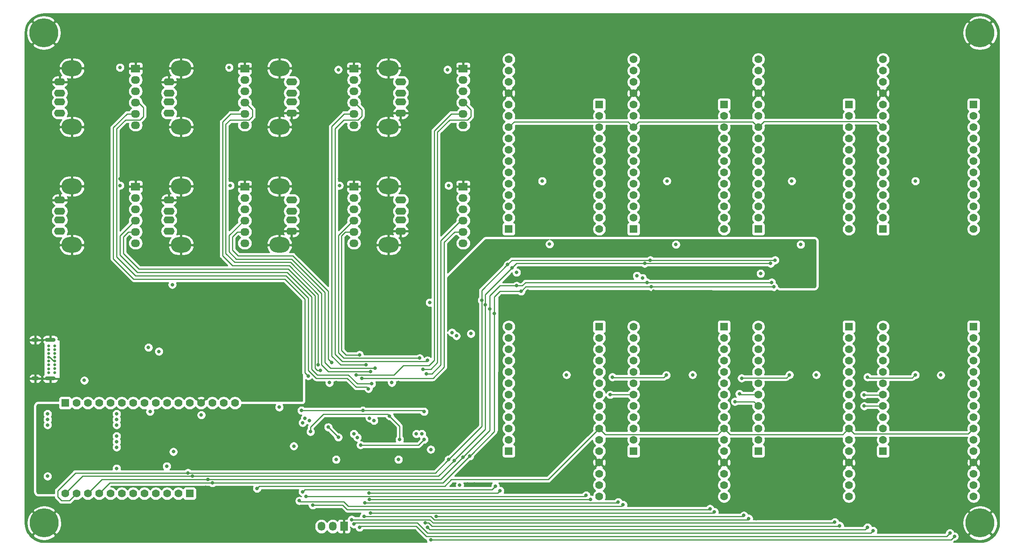
<source format=gbr>
G04 #@! TF.GenerationSoftware,KiCad,Pcbnew,5.1.2*
G04 #@! TF.CreationDate,2020-06-11T23:37:27+09:30*
G04 #@! TF.ProjectId,hardware,68617264-7761-4726-952e-6b696361645f,1.0.0*
G04 #@! TF.SameCoordinates,Original*
G04 #@! TF.FileFunction,Copper,L4,Bot*
G04 #@! TF.FilePolarity,Positive*
%FSLAX46Y46*%
G04 Gerber Fmt 4.6, Leading zero omitted, Abs format (unit mm)*
G04 Created by KiCad (PCBNEW 5.1.2) date 2020-06-11 23:37:27*
%MOMM*%
%LPD*%
G04 APERTURE LIST*
%ADD10C,1.778000*%
%ADD11R,1.778000X1.778000*%
%ADD12O,4.600000X3.500000*%
%ADD13O,2.500000X1.600000*%
%ADD14O,2.032000X1.727200*%
%ADD15R,2.032000X1.727200*%
%ADD16O,1.727200X2.032000*%
%ADD17R,1.727200X2.032000*%
%ADD18C,6.500000*%
%ADD19C,0.650000*%
%ADD20O,2.400000X0.900000*%
%ADD21O,1.700000X0.900000*%
%ADD22C,0.800000*%
%ADD23C,0.250000*%
%ADD24C,0.254000*%
G04 APERTURE END LIST*
D10*
X49700000Y-138390000D03*
X52240000Y-138390000D03*
X54780000Y-138390000D03*
X57320000Y-138390000D03*
X59860000Y-138390000D03*
X62400000Y-138390000D03*
X64940000Y-138390000D03*
X67480000Y-138390000D03*
X70020000Y-138390000D03*
X72560000Y-138390000D03*
D11*
X77640000Y-138390000D03*
D10*
X75100000Y-138390000D03*
D11*
X49700000Y-118070000D03*
D10*
X52240000Y-118070000D03*
X54780000Y-118070000D03*
X57320000Y-118070000D03*
X59860000Y-118070000D03*
X62400000Y-118070000D03*
X64940000Y-118070000D03*
X67480000Y-118070000D03*
X70020000Y-118070000D03*
X72560000Y-118070000D03*
X75100000Y-118070000D03*
X77640000Y-118070000D03*
X80180000Y-118070000D03*
X82720000Y-118070000D03*
X85260000Y-118070000D03*
X87800000Y-118070000D03*
X149240000Y-100930000D03*
X149240000Y-103470000D03*
X149240000Y-106010000D03*
X149240000Y-108550000D03*
X149240000Y-111090000D03*
X149240000Y-113630000D03*
X149240000Y-116170000D03*
X149240000Y-118710000D03*
X149240000Y-121250000D03*
X149240000Y-123790000D03*
D11*
X149240000Y-128870000D03*
D10*
X149240000Y-126330000D03*
D11*
X169560000Y-100930000D03*
D10*
X169560000Y-103470000D03*
X169560000Y-106010000D03*
X169560000Y-108550000D03*
X169560000Y-111090000D03*
X169560000Y-113630000D03*
X169560000Y-116170000D03*
X169560000Y-118710000D03*
X169560000Y-121250000D03*
X169560000Y-123790000D03*
X169560000Y-126330000D03*
X169560000Y-128870000D03*
X169560000Y-131410000D03*
X169560000Y-133950000D03*
X169560000Y-136490000D03*
X169560000Y-139030000D03*
X253560000Y-79030000D03*
X253560000Y-76490000D03*
X253560000Y-73950000D03*
X253560000Y-71410000D03*
X253560000Y-68870000D03*
X253560000Y-66330000D03*
X253560000Y-63790000D03*
X253560000Y-61250000D03*
X253560000Y-58710000D03*
X253560000Y-56170000D03*
D11*
X253560000Y-51090000D03*
D10*
X253560000Y-53630000D03*
D11*
X233240000Y-79030000D03*
D10*
X233240000Y-76490000D03*
X233240000Y-73950000D03*
X233240000Y-71410000D03*
X233240000Y-68870000D03*
X233240000Y-66330000D03*
X233240000Y-63790000D03*
X233240000Y-61250000D03*
X233240000Y-58710000D03*
X233240000Y-56170000D03*
X233240000Y-53630000D03*
X233240000Y-51090000D03*
X233240000Y-48550000D03*
X233240000Y-46010000D03*
X233240000Y-43470000D03*
X233240000Y-40930000D03*
X225560000Y-79030000D03*
X225560000Y-76490000D03*
X225560000Y-73950000D03*
X225560000Y-71410000D03*
X225560000Y-68870000D03*
X225560000Y-66330000D03*
X225560000Y-63790000D03*
X225560000Y-61250000D03*
X225560000Y-58710000D03*
X225560000Y-56170000D03*
D11*
X225560000Y-51090000D03*
D10*
X225560000Y-53630000D03*
D11*
X205240000Y-79030000D03*
D10*
X205240000Y-76490000D03*
X205240000Y-73950000D03*
X205240000Y-71410000D03*
X205240000Y-68870000D03*
X205240000Y-66330000D03*
X205240000Y-63790000D03*
X205240000Y-61250000D03*
X205240000Y-58710000D03*
X205240000Y-56170000D03*
X205240000Y-53630000D03*
X205240000Y-51090000D03*
X205240000Y-48550000D03*
X205240000Y-46010000D03*
X205240000Y-43470000D03*
X205240000Y-40930000D03*
X197560000Y-79030000D03*
X197560000Y-76490000D03*
X197560000Y-73950000D03*
X197560000Y-71410000D03*
X197560000Y-68870000D03*
X197560000Y-66330000D03*
X197560000Y-63790000D03*
X197560000Y-61250000D03*
X197560000Y-58710000D03*
X197560000Y-56170000D03*
D11*
X197560000Y-51090000D03*
D10*
X197560000Y-53630000D03*
D11*
X177240000Y-79030000D03*
D10*
X177240000Y-76490000D03*
X177240000Y-73950000D03*
X177240000Y-71410000D03*
X177240000Y-68870000D03*
X177240000Y-66330000D03*
X177240000Y-63790000D03*
X177240000Y-61250000D03*
X177240000Y-58710000D03*
X177240000Y-56170000D03*
X177240000Y-53630000D03*
X177240000Y-51090000D03*
X177240000Y-48550000D03*
X177240000Y-46010000D03*
X177240000Y-43470000D03*
X177240000Y-40930000D03*
X177240000Y-100930000D03*
X177240000Y-103470000D03*
X177240000Y-106010000D03*
X177240000Y-108550000D03*
X177240000Y-111090000D03*
X177240000Y-113630000D03*
X177240000Y-116170000D03*
X177240000Y-118710000D03*
X177240000Y-121250000D03*
X177240000Y-123790000D03*
D11*
X177240000Y-128870000D03*
D10*
X177240000Y-126330000D03*
D11*
X197560000Y-100930000D03*
D10*
X197560000Y-103470000D03*
X197560000Y-106010000D03*
X197560000Y-108550000D03*
X197560000Y-111090000D03*
X197560000Y-113630000D03*
X197560000Y-116170000D03*
X197560000Y-118710000D03*
X197560000Y-121250000D03*
X197560000Y-123790000D03*
X197560000Y-126330000D03*
X197560000Y-128870000D03*
X197560000Y-131410000D03*
X197560000Y-133950000D03*
X197560000Y-136490000D03*
X197560000Y-139030000D03*
X205240000Y-100930000D03*
X205240000Y-103470000D03*
X205240000Y-106010000D03*
X205240000Y-108550000D03*
X205240000Y-111090000D03*
X205240000Y-113630000D03*
X205240000Y-116170000D03*
X205240000Y-118710000D03*
X205240000Y-121250000D03*
X205240000Y-123790000D03*
D11*
X205240000Y-128870000D03*
D10*
X205240000Y-126330000D03*
D11*
X225560000Y-100930000D03*
D10*
X225560000Y-103470000D03*
X225560000Y-106010000D03*
X225560000Y-108550000D03*
X225560000Y-111090000D03*
X225560000Y-113630000D03*
X225560000Y-116170000D03*
X225560000Y-118710000D03*
X225560000Y-121250000D03*
X225560000Y-123790000D03*
X225560000Y-126330000D03*
X225560000Y-128870000D03*
X225560000Y-131410000D03*
X225560000Y-133950000D03*
X225560000Y-136490000D03*
X225560000Y-139030000D03*
X233240000Y-100930000D03*
X233240000Y-103470000D03*
X233240000Y-106010000D03*
X233240000Y-108550000D03*
X233240000Y-111090000D03*
X233240000Y-113630000D03*
X233240000Y-116170000D03*
X233240000Y-118710000D03*
X233240000Y-121250000D03*
X233240000Y-123790000D03*
D11*
X233240000Y-128870000D03*
D10*
X233240000Y-126330000D03*
D11*
X253560000Y-100930000D03*
D10*
X253560000Y-103470000D03*
X253560000Y-106010000D03*
X253560000Y-108550000D03*
X253560000Y-111090000D03*
X253560000Y-113630000D03*
X253560000Y-116170000D03*
X253560000Y-118710000D03*
X253560000Y-121250000D03*
X253560000Y-123790000D03*
X253560000Y-126330000D03*
X253560000Y-128870000D03*
X253560000Y-131410000D03*
X253560000Y-133950000D03*
X253560000Y-136490000D03*
X253560000Y-139030000D03*
X169560000Y-79030000D03*
X169560000Y-76490000D03*
X169560000Y-73950000D03*
X169560000Y-71410000D03*
X169560000Y-68870000D03*
X169560000Y-66330000D03*
X169560000Y-63790000D03*
X169560000Y-61250000D03*
X169560000Y-58710000D03*
X169560000Y-56170000D03*
D11*
X169560000Y-51090000D03*
D10*
X169560000Y-53630000D03*
D11*
X149240000Y-79030000D03*
D10*
X149240000Y-76490000D03*
X149240000Y-73950000D03*
X149240000Y-71410000D03*
X149240000Y-68870000D03*
X149240000Y-66330000D03*
X149240000Y-63790000D03*
X149240000Y-61250000D03*
X149240000Y-58710000D03*
X149240000Y-56170000D03*
X149240000Y-53630000D03*
X149240000Y-51090000D03*
X149240000Y-48550000D03*
X149240000Y-46010000D03*
X149240000Y-43470000D03*
X149240000Y-40930000D03*
D12*
X122290000Y-82570000D03*
D13*
X125000000Y-79500000D03*
X125000000Y-77000000D03*
X125000000Y-75000000D03*
X125000000Y-72500000D03*
D12*
X122290000Y-69430000D03*
X97790000Y-56070000D03*
D13*
X100500000Y-53000000D03*
X100500000Y-50500000D03*
X100500000Y-48500000D03*
X100500000Y-46000000D03*
D12*
X97790000Y-42930000D03*
X122290000Y-56070000D03*
D13*
X125000000Y-53000000D03*
X125000000Y-50500000D03*
X125000000Y-48500000D03*
X125000000Y-46000000D03*
D12*
X122290000Y-42930000D03*
X97790000Y-82570000D03*
D13*
X100500000Y-79500000D03*
X100500000Y-77000000D03*
X100500000Y-75000000D03*
X100500000Y-72500000D03*
D12*
X97790000Y-69430000D03*
D14*
X114500000Y-55700000D03*
X114500000Y-53160000D03*
X114500000Y-50620000D03*
X114500000Y-48080000D03*
X114500000Y-45540000D03*
D15*
X114500000Y-43000000D03*
D14*
X139000000Y-55700000D03*
X139000000Y-53160000D03*
X139000000Y-50620000D03*
X139000000Y-48080000D03*
X139000000Y-45540000D03*
D15*
X139000000Y-43000000D03*
D14*
X139000000Y-82200000D03*
X139000000Y-79660000D03*
X139000000Y-77120000D03*
X139000000Y-74580000D03*
X139000000Y-72040000D03*
D15*
X139000000Y-69500000D03*
D14*
X114500000Y-82200000D03*
X114500000Y-79660000D03*
X114500000Y-77120000D03*
X114500000Y-74580000D03*
X114500000Y-72040000D03*
D15*
X114500000Y-69500000D03*
D12*
X51210000Y-42930000D03*
D13*
X48500000Y-46000000D03*
X48500000Y-48500000D03*
X48500000Y-50500000D03*
X48500000Y-53000000D03*
D12*
X51210000Y-56070000D03*
X75710000Y-42930000D03*
D13*
X73000000Y-46000000D03*
X73000000Y-48500000D03*
X73000000Y-50500000D03*
X73000000Y-53000000D03*
D12*
X75710000Y-56070000D03*
X51210000Y-69430000D03*
D13*
X48500000Y-72500000D03*
X48500000Y-75000000D03*
X48500000Y-77000000D03*
X48500000Y-79500000D03*
D12*
X51210000Y-82570000D03*
X75710000Y-69430000D03*
D13*
X73000000Y-72500000D03*
X73000000Y-75000000D03*
X73000000Y-77000000D03*
X73000000Y-79500000D03*
D12*
X75710000Y-82570000D03*
D16*
X107210000Y-145750000D03*
X109750000Y-145750000D03*
D17*
X112290000Y-145750000D03*
D14*
X65500000Y-55700000D03*
X65500000Y-53160000D03*
X65500000Y-50620000D03*
X65500000Y-48080000D03*
X65500000Y-45540000D03*
D15*
X65500000Y-43000000D03*
D14*
X90000000Y-55700000D03*
X90000000Y-53160000D03*
X90000000Y-50620000D03*
X90000000Y-48080000D03*
X90000000Y-45540000D03*
D15*
X90000000Y-43000000D03*
D14*
X65500000Y-82200000D03*
X65500000Y-79660000D03*
X65500000Y-77120000D03*
X65500000Y-74580000D03*
X65500000Y-72040000D03*
D15*
X65500000Y-69500000D03*
D14*
X90000000Y-82200000D03*
X90000000Y-79660000D03*
X90000000Y-77120000D03*
X90000000Y-74580000D03*
X90000000Y-72040000D03*
D15*
X90000000Y-69500000D03*
D18*
X45000000Y-145000000D03*
X44900000Y-34980000D03*
X255000000Y-145000000D03*
X255000000Y-35000000D03*
D19*
X47350000Y-106975000D03*
X47350000Y-105275000D03*
X47350000Y-106125000D03*
X47350000Y-107825000D03*
X47350000Y-108675000D03*
X47350000Y-109525000D03*
X47350000Y-110375000D03*
X47350000Y-111225000D03*
X46025000Y-105275000D03*
X46025000Y-106130000D03*
X46025000Y-106980000D03*
X46025000Y-107830000D03*
X46025000Y-108680000D03*
X46025000Y-109530000D03*
X46025000Y-110380000D03*
X46025000Y-111230000D03*
D20*
X46370000Y-103925000D03*
X46370000Y-112575000D03*
D21*
X42990000Y-103925000D03*
X42990000Y-112575000D03*
D22*
X172000000Y-119900000D03*
X178000000Y-96000000D03*
X197000000Y-96000000D03*
X206000000Y-96000000D03*
X225000000Y-96000000D03*
X234000000Y-96000000D03*
X253000000Y-96000000D03*
X253000000Y-84000000D03*
X234000000Y-84000000D03*
X181000000Y-80000000D03*
X194000000Y-80000000D03*
X209000000Y-80000000D03*
X222000000Y-80000000D03*
X246200000Y-110200000D03*
X218250000Y-110250000D03*
X190500000Y-110250000D03*
X212750000Y-69750000D03*
X184750000Y-69750000D03*
X156750000Y-69750000D03*
X240500000Y-69750000D03*
X128500000Y-125000000D03*
X129737340Y-124987340D03*
X119000000Y-122000000D03*
X114500000Y-125000000D03*
X115250000Y-125800000D03*
X86500000Y-41250000D03*
X62000000Y-41250000D03*
X86750000Y-67750000D03*
X62000000Y-67750000D03*
X81000000Y-76000000D03*
X56500000Y-75750000D03*
X52000000Y-113000000D03*
X56600000Y-49700000D03*
X81000000Y-49700000D03*
X55000000Y-105000000D03*
X105500000Y-49750000D03*
X105500000Y-75750000D03*
X111250000Y-67750000D03*
X111000000Y-41750000D03*
X130000000Y-76000000D03*
X130000000Y-49750000D03*
X135750000Y-67750000D03*
X135500000Y-41750000D03*
X214750000Y-82500000D03*
X186750000Y-82500000D03*
X160250000Y-36000000D03*
X188250000Y-36000000D03*
X216000000Y-36000000D03*
X244250000Y-36000000D03*
X251000000Y-52750000D03*
X246500000Y-52750000D03*
X242500000Y-52750000D03*
X223000000Y-52750000D03*
X218500000Y-52750000D03*
X214500000Y-52750000D03*
X195000000Y-52750000D03*
X190500000Y-52750000D03*
X186500000Y-52750000D03*
X167000000Y-52750000D03*
X162500000Y-52750000D03*
X158500000Y-52750000D03*
X160500000Y-127250000D03*
X156500000Y-127250000D03*
X152000000Y-127250000D03*
X180000000Y-127250000D03*
X184500000Y-127250000D03*
X188500000Y-127250000D03*
X208000000Y-127250000D03*
X212500000Y-127250000D03*
X216500000Y-127250000D03*
X236000000Y-127250000D03*
X240500000Y-127250000D03*
X244500000Y-127250000D03*
X162400000Y-58200000D03*
X246400000Y-58200000D03*
X240400000Y-121800000D03*
X212600000Y-121800000D03*
X184600000Y-121800000D03*
X156600000Y-121800000D03*
X158400000Y-82400000D03*
X123000000Y-113500008D03*
X109000000Y-113500000D03*
X218400000Y-58200000D03*
X190400000Y-58200000D03*
X131500000Y-97500000D03*
X71500001Y-91499999D03*
X153500000Y-93000000D03*
X162250000Y-110250000D03*
X131750000Y-128500000D03*
X209500000Y-93000012D03*
X179250000Y-90000000D03*
X181750000Y-93000000D03*
X136500000Y-102250000D03*
X137500000Y-103000000D03*
X140750000Y-102500000D03*
X151000000Y-88750000D03*
X74000000Y-129000000D03*
X130000000Y-85750000D03*
X105500000Y-85750000D03*
X81000000Y-85750000D03*
X56500000Y-85750000D03*
X56500000Y-59250000D03*
X81000000Y-59250000D03*
X105500000Y-59250000D03*
X130000000Y-59250000D03*
X158750000Y-138000000D03*
X186750000Y-138000000D03*
X214750000Y-138000000D03*
X242750000Y-138000000D03*
X136750000Y-136500000D03*
X141500000Y-136250000D03*
X140000000Y-136250000D03*
X79500000Y-138000000D03*
X81000000Y-138249990D03*
X81250000Y-137000000D03*
X45750000Y-134500000D03*
X178000006Y-89500000D03*
X205750000Y-89000000D03*
X103500003Y-121500003D03*
X104500002Y-122000002D03*
X117999999Y-121475010D03*
X97750000Y-119000000D03*
X103000000Y-122500000D03*
X101000000Y-127750000D03*
X110500000Y-130750000D03*
X124500000Y-130750000D03*
X73280000Y-100000000D03*
X81250000Y-145750000D03*
X72500000Y-132250000D03*
X61250000Y-132750000D03*
X61250000Y-121750000D03*
X61250000Y-123000000D03*
X61250000Y-120500000D03*
X45750000Y-121750000D03*
X45750000Y-123000000D03*
X45750000Y-120500000D03*
X73400000Y-98700000D03*
X71800000Y-98500000D03*
X65000000Y-145000000D03*
X57000000Y-145000000D03*
X128250000Y-147250000D03*
X149000000Y-137750000D03*
X176500000Y-141000000D03*
X197000000Y-142500000D03*
X204750000Y-144000000D03*
X225250000Y-145500000D03*
X232750000Y-147000000D03*
X184500000Y-110250000D03*
X212250000Y-110250000D03*
X156750000Y-110250000D03*
X162250000Y-69750000D03*
X190500000Y-69750000D03*
X218750000Y-69750000D03*
X247500000Y-68250000D03*
X67250000Y-104750000D03*
X118200000Y-76200000D03*
X94000000Y-76800000D03*
X69800000Y-75000000D03*
X44400000Y-74800000D03*
X65800000Y-92000000D03*
X65800000Y-94200000D03*
X49400000Y-87200000D03*
X41800000Y-88600000D03*
X55000000Y-103000000D03*
X76200000Y-95800000D03*
X89600000Y-95800000D03*
X81200000Y-92000000D03*
X76200000Y-92000000D03*
X94600000Y-97000000D03*
X96400000Y-92000000D03*
X101600000Y-97000000D03*
X113800000Y-96200000D03*
X113800000Y-103000000D03*
X101600000Y-103000000D03*
X101600000Y-110600000D03*
X90600000Y-116800000D03*
X65400000Y-61800000D03*
X90000000Y-61800000D03*
X114600000Y-61800000D03*
X139000000Y-61800000D03*
X137200000Y-85400000D03*
X114600000Y-88000000D03*
X82800000Y-137600000D03*
X71500000Y-86500000D03*
X78900000Y-111000000D03*
X120400000Y-88000000D03*
X120700000Y-98100000D03*
X131100000Y-106900000D03*
X169000000Y-96000000D03*
X150000000Y-96000000D03*
X153000000Y-80000000D03*
X166000000Y-80000000D03*
X165200000Y-131300000D03*
X193400000Y-131400000D03*
X221300000Y-131400000D03*
X247100000Y-131400000D03*
X130000000Y-47000000D03*
X105500000Y-47000000D03*
X81000000Y-47100000D03*
X56700000Y-47000000D03*
X56500000Y-73500000D03*
X81000000Y-73500000D03*
X105500000Y-73500000D03*
X130000000Y-73500000D03*
X144500000Y-134000000D03*
X144500000Y-127700000D03*
X55800000Y-111500000D03*
X49900000Y-111500000D03*
X251400000Y-111800000D03*
X229000000Y-120900000D03*
X229700000Y-67100000D03*
X202600000Y-71500000D03*
X172300000Y-60000000D03*
X69500000Y-95600000D03*
X156600000Y-116000000D03*
X162300000Y-64000000D03*
X190400000Y-64000000D03*
X216250000Y-82500000D03*
X188250000Y-82500000D03*
X160400000Y-82400000D03*
X124500000Y-113500000D03*
X110500000Y-113500000D03*
X131500000Y-95500000D03*
X73750000Y-91500000D03*
X207250000Y-90000000D03*
X207250000Y-88000000D03*
X131750000Y-126999974D03*
X179250000Y-88000000D03*
X138750000Y-102250000D03*
X152249998Y-90250000D03*
X151000000Y-90250000D03*
X74000000Y-127500000D03*
X138250000Y-136500000D03*
X99500000Y-127750000D03*
X109000000Y-130750000D03*
X123000000Y-130750000D03*
X61250000Y-130500000D03*
X68400000Y-105600014D03*
X48250000Y-135250000D03*
X66250000Y-120000000D03*
X62250000Y-130500000D03*
X246200000Y-111800000D03*
X218250000Y-111750000D03*
X190500000Y-111750000D03*
X212750000Y-68250000D03*
X184750000Y-68250000D03*
X156750000Y-68250000D03*
X240500000Y-68250000D03*
X86500000Y-42750000D03*
X62000000Y-42750000D03*
X86750000Y-69250000D03*
X62000000Y-69250000D03*
X54000000Y-113000000D03*
X135750000Y-69250000D03*
X111250000Y-69250000D03*
X111000000Y-43250000D03*
X135500000Y-43250000D03*
X162199988Y-111750000D03*
X61250000Y-126750000D03*
X61250000Y-125500000D03*
X61250000Y-128000000D03*
X130750000Y-111500000D03*
X116250000Y-112500000D03*
X130000000Y-110499982D03*
X115000000Y-111750000D03*
X129250000Y-108000000D03*
X115750000Y-107250000D03*
X131000000Y-108500000D03*
X117250000Y-109500000D03*
X119250000Y-110250000D03*
X109500000Y-109000000D03*
X118250003Y-111000003D03*
X106475010Y-109500000D03*
X118500000Y-113750000D03*
X106999990Y-110750000D03*
X117750000Y-114881370D03*
X104250000Y-112000000D03*
X149000004Y-87000000D03*
X143184329Y-95000000D03*
X135750000Y-130750000D03*
X77250000Y-133750000D03*
X208999988Y-86000000D03*
X181000012Y-86000000D03*
X149999994Y-87750000D03*
X144000000Y-96000000D03*
X137000000Y-131000000D03*
X78250000Y-134500000D03*
X208000000Y-86750000D03*
X179750000Y-86749998D03*
X208250000Y-91000000D03*
X180250000Y-91000000D03*
X151000000Y-91750000D03*
X145000000Y-97000000D03*
X139000000Y-130250000D03*
X81750000Y-135250000D03*
X181250000Y-92000000D03*
X208750004Y-92000000D03*
X152000000Y-93000000D03*
X146000000Y-97999998D03*
X140500000Y-130000000D03*
X82750000Y-136000000D03*
X68750000Y-120000000D03*
X70750000Y-106500000D03*
X184600000Y-111800000D03*
X172500000Y-112250000D03*
X172000000Y-116200004D03*
X201500000Y-112500000D03*
X212250000Y-111750000D03*
X201000000Y-116000000D03*
X200000000Y-117750000D03*
X240500000Y-111750000D03*
X229750000Y-112250000D03*
X229000000Y-116250000D03*
X229000000Y-118750000D03*
X130250000Y-120000000D03*
X116500000Y-119750000D03*
X102750000Y-119750000D03*
X116000000Y-127500000D03*
X130250000Y-126250000D03*
X131000000Y-146000000D03*
X229750000Y-146000000D03*
X133000000Y-143500000D03*
X202000000Y-143300000D03*
X117000000Y-140500000D03*
X173800000Y-140300000D03*
X117900000Y-138250000D03*
X147250000Y-137750000D03*
X131750000Y-148750000D03*
X249250000Y-148000000D03*
X118000000Y-139750000D03*
X167600000Y-139700000D03*
X118249990Y-142750000D03*
X195400000Y-142500000D03*
X130500000Y-145000000D03*
X223500000Y-145600000D03*
X114500000Y-145250000D03*
X231000000Y-146750000D03*
X116750000Y-143500000D03*
X203100000Y-144000000D03*
X102250000Y-140000000D03*
X174900000Y-140900000D03*
X146250000Y-136750000D03*
X103000000Y-138000000D03*
X115750000Y-145999996D03*
X248250000Y-147250000D03*
X103750000Y-139000000D03*
X166600002Y-138800000D03*
X105250000Y-141000000D03*
X194400000Y-141800000D03*
X114000000Y-144250000D03*
X222400000Y-144800000D03*
X92750000Y-137250000D03*
X80250004Y-120750000D03*
X124750008Y-126250000D03*
X122500000Y-121000000D03*
X104750000Y-124500000D03*
X108750000Y-123500000D03*
X111000000Y-125750000D03*
D23*
X47078501Y-108675000D02*
X47350000Y-108675000D01*
X46025000Y-107830000D02*
X46233501Y-107830000D01*
X46233501Y-107830000D02*
X47078501Y-108675000D01*
X132000000Y-111500000D02*
X130750000Y-111500000D01*
X134000000Y-109500000D02*
X132000000Y-111500000D01*
X134000000Y-81625000D02*
X134000000Y-109500000D01*
X139000000Y-77120000D02*
X138505000Y-77120000D01*
X138505000Y-77120000D02*
X134000000Y-81625000D01*
X116815685Y-112500000D02*
X116250000Y-112500000D01*
X137090000Y-79660000D02*
X134750000Y-82000000D01*
X132250000Y-112500000D02*
X116815685Y-112500000D01*
X139000000Y-79660000D02*
X137090000Y-79660000D01*
X134750000Y-82000000D02*
X134750000Y-110000000D01*
X134750000Y-110000000D02*
X132250000Y-112500000D01*
X130000018Y-110500000D02*
X130000000Y-110499982D01*
X131750000Y-110500000D02*
X130000018Y-110500000D01*
X133250000Y-109000000D02*
X131750000Y-110500000D01*
X133250000Y-57250000D02*
X133250000Y-109000000D01*
X136000000Y-54500000D02*
X133250000Y-57250000D01*
X140000000Y-54500000D02*
X136000000Y-54500000D01*
X140750000Y-53750000D02*
X140000000Y-54500000D01*
X140750000Y-52217600D02*
X140750000Y-53750000D01*
X139152400Y-50620000D02*
X140750000Y-52217600D01*
X139000000Y-50620000D02*
X139152400Y-50620000D01*
X132500000Y-108500000D02*
X131375000Y-109625000D01*
X125625000Y-109625000D02*
X123500000Y-111750000D01*
X132500000Y-57000000D02*
X132500000Y-108500000D01*
X131375000Y-109625000D02*
X125625000Y-109625000D01*
X136340000Y-53160000D02*
X132500000Y-57000000D01*
X115565685Y-111750000D02*
X115000000Y-111750000D01*
X123500000Y-111750000D02*
X115565685Y-111750000D01*
X139000000Y-53160000D02*
X136340000Y-53160000D01*
X128684315Y-108000000D02*
X129250000Y-108000000D01*
X111000000Y-106750000D02*
X112250000Y-108000000D01*
X114500000Y-77120000D02*
X114347600Y-77120000D01*
X114347600Y-77120000D02*
X111000000Y-80467600D01*
X112250000Y-108000000D02*
X128684315Y-108000000D01*
X111000000Y-80467600D02*
X111000000Y-106750000D01*
X112590000Y-79660000D02*
X111750000Y-80500000D01*
X114500000Y-79660000D02*
X112590000Y-79660000D01*
X111750000Y-106250000D02*
X112750000Y-107250000D01*
X111750000Y-80500000D02*
X111750000Y-106250000D01*
X112750000Y-107250000D02*
X115750000Y-107250000D01*
X130749998Y-108750002D02*
X131000000Y-108500000D01*
X111875002Y-108750002D02*
X130749998Y-108750002D01*
X110250000Y-107125000D02*
X111875002Y-108750002D01*
X112238610Y-54511390D02*
X110250000Y-56500000D01*
X114652400Y-50620000D02*
X116250000Y-52217600D01*
X114500000Y-50620000D02*
X114652400Y-50620000D01*
X110250000Y-56500000D02*
X110250000Y-107125000D01*
X115420630Y-54511390D02*
X112238610Y-54511390D01*
X116250000Y-52217600D02*
X116250000Y-53682020D01*
X116250000Y-53682020D02*
X115420630Y-54511390D01*
X112340000Y-53160000D02*
X109500000Y-56000000D01*
X114500000Y-53160000D02*
X112340000Y-53160000D01*
X109500000Y-107500000D02*
X111500000Y-109500000D01*
X109500000Y-56000000D02*
X109500000Y-107500000D01*
X116500000Y-109500000D02*
X117250000Y-109500000D01*
X116500000Y-109500000D02*
X116934315Y-109500000D01*
X111500000Y-109500000D02*
X116500000Y-109500000D01*
X118684315Y-110250000D02*
X119250000Y-110250000D01*
X109250000Y-110250000D02*
X118684315Y-110250000D01*
X100500000Y-85750000D02*
X108000000Y-93250000D01*
X108000000Y-93250000D02*
X108000000Y-109000000D01*
X86500000Y-84125000D02*
X88125000Y-85750000D01*
X90000000Y-77120000D02*
X89847600Y-77120000D01*
X89847600Y-77120000D02*
X86500000Y-80467600D01*
X86500000Y-80467600D02*
X86500000Y-84125000D01*
X108000000Y-109000000D02*
X109250000Y-110250000D01*
X88125000Y-85750000D02*
X100500000Y-85750000D01*
X100750000Y-85000000D02*
X108750000Y-93000000D01*
X88340000Y-79660000D02*
X87250000Y-80750000D01*
X90000000Y-79660000D02*
X88340000Y-79660000D01*
X108750000Y-108250000D02*
X109500000Y-109000000D01*
X108750000Y-93000000D02*
X108750000Y-108250000D01*
X88500000Y-85000000D02*
X100750000Y-85000000D01*
X87250000Y-80750000D02*
X87250000Y-83750000D01*
X87250000Y-83750000D02*
X88500000Y-85000000D01*
X117684318Y-111000003D02*
X118250003Y-111000003D01*
X108750003Y-111000003D02*
X117684318Y-111000003D01*
X107250000Y-93500000D02*
X107250000Y-109500000D01*
X90988610Y-54511390D02*
X86738610Y-54511390D01*
X91750000Y-52217600D02*
X91750000Y-53750000D01*
X91750000Y-53750000D02*
X90988610Y-54511390D01*
X90152400Y-50620000D02*
X91750000Y-52217600D01*
X107250000Y-109500000D02*
X108750003Y-111000003D01*
X85750000Y-55500000D02*
X85750000Y-84500000D01*
X86738610Y-54511390D02*
X85750000Y-55500000D01*
X90000000Y-50620000D02*
X90152400Y-50620000D01*
X85750000Y-84500000D02*
X87750000Y-86500000D01*
X87750000Y-86500000D02*
X100250000Y-86500000D01*
X100250000Y-86500000D02*
X107250000Y-93500000D01*
X106475010Y-93725010D02*
X106475010Y-108934315D01*
X100000000Y-87250000D02*
X106475010Y-93725010D01*
X86840000Y-53160000D02*
X85000000Y-55000000D01*
X106475010Y-108934315D02*
X106475010Y-109500000D01*
X90000000Y-53160000D02*
X86840000Y-53160000D01*
X85000000Y-55000000D02*
X85000000Y-85000000D01*
X85000000Y-85000000D02*
X87250000Y-87250000D01*
X87250000Y-87250000D02*
X100000000Y-87250000D01*
X65380000Y-77120000D02*
X65500000Y-77120000D01*
X62000000Y-80500000D02*
X65380000Y-77120000D01*
X62000000Y-84875000D02*
X62000000Y-80500000D01*
X65875000Y-88750000D02*
X62000000Y-84875000D01*
X115250000Y-113750000D02*
X113250000Y-111750000D01*
X99500000Y-88750000D02*
X65875000Y-88750000D01*
X105000000Y-94250000D02*
X99500000Y-88750000D01*
X106250000Y-111750000D02*
X105000000Y-110500000D01*
X113250000Y-111750000D02*
X106250000Y-111750000D01*
X118500000Y-113750000D02*
X115250000Y-113750000D01*
X105000000Y-110500000D02*
X105000000Y-94250000D01*
X105750000Y-94000000D02*
X105750000Y-110250000D01*
X63840000Y-79660000D02*
X62750000Y-80750000D01*
X105750000Y-110250000D02*
X106250000Y-110750000D01*
X99750000Y-88000000D02*
X105750000Y-94000000D01*
X62750000Y-80750000D02*
X62750000Y-84500000D01*
X65500000Y-79660000D02*
X63840000Y-79660000D01*
X106250000Y-110750000D02*
X106999990Y-110750000D01*
X62750000Y-84500000D02*
X66250000Y-88000000D01*
X66250000Y-88000000D02*
X99750000Y-88000000D01*
X107875000Y-112500000D02*
X108000000Y-112500000D01*
X115000000Y-114500000D02*
X117368630Y-114500000D01*
X117368630Y-114500000D02*
X117750000Y-114881370D01*
X108000000Y-112500000D02*
X113000000Y-112500000D01*
X113000000Y-112500000D02*
X115000000Y-114500000D01*
X104250000Y-110750000D02*
X106000000Y-112500000D01*
X66500000Y-54500000D02*
X63250000Y-54500000D01*
X63250000Y-54500000D02*
X61250000Y-56500000D01*
X67250000Y-53750000D02*
X66500000Y-54500000D01*
X67250000Y-51733800D02*
X67250000Y-53750000D01*
X65500000Y-89500000D02*
X99250000Y-89500000D01*
X65500000Y-50620000D02*
X66136200Y-50620000D01*
X66136200Y-50620000D02*
X67250000Y-51733800D01*
X106000000Y-112500000D02*
X108000000Y-112500000D01*
X104250000Y-94500000D02*
X104250000Y-110750000D01*
X61250000Y-56500000D02*
X61250000Y-85250000D01*
X61250000Y-85250000D02*
X65500000Y-89500000D01*
X99250000Y-89500000D02*
X104250000Y-94500000D01*
X103500000Y-94750000D02*
X103500000Y-111250000D01*
X63590000Y-53160000D02*
X60500000Y-56250000D01*
X99000000Y-90250000D02*
X103500000Y-94750000D01*
X60500000Y-56250000D02*
X60500000Y-85656250D01*
X60500000Y-85656250D02*
X65093750Y-90250000D01*
X65500000Y-53160000D02*
X63590000Y-53160000D01*
X103500000Y-111250000D02*
X104250000Y-112000000D01*
X65093750Y-90250000D02*
X99000000Y-90250000D01*
X143184329Y-94434315D02*
X143184329Y-95000000D01*
X149000004Y-87000000D02*
X143184329Y-92815675D01*
X143184329Y-92815675D02*
X143184329Y-94434315D01*
X136149999Y-130350001D02*
X135750000Y-130750000D01*
X132750000Y-133750000D02*
X135350001Y-131149999D01*
X135350001Y-131149999D02*
X135750000Y-130750000D01*
X143184329Y-95000000D02*
X143184329Y-123315671D01*
X98849980Y-133750000D02*
X132750000Y-133750000D01*
X143184329Y-123315671D02*
X136149999Y-130350001D01*
X98849980Y-133750000D02*
X77250000Y-133750000D01*
X77250000Y-133750000D02*
X52000000Y-133750000D01*
X52000000Y-133750000D02*
X48000000Y-137750000D01*
X48000000Y-139125000D02*
X48875000Y-140000000D01*
X48000000Y-137750000D02*
X48000000Y-139125000D01*
X51351001Y-139278999D02*
X52240000Y-138390000D01*
X50630000Y-140000000D02*
X51351001Y-139278999D01*
X48875000Y-140000000D02*
X50630000Y-140000000D01*
X150000004Y-86000000D02*
X180434327Y-86000000D01*
X208999988Y-86000000D02*
X181000012Y-86000000D01*
X149000004Y-87000000D02*
X150000004Y-86000000D01*
X180434327Y-86000000D02*
X181000012Y-86000000D01*
X149999994Y-87750000D02*
X144000000Y-93749994D01*
X144000000Y-95434315D02*
X144000000Y-96000000D01*
X144000000Y-93749994D02*
X144000000Y-95434315D01*
X144000000Y-124000000D02*
X137399999Y-130600001D01*
X137399999Y-130600001D02*
X137000000Y-131000000D01*
X144000000Y-96000000D02*
X144000000Y-124000000D01*
X77684315Y-134500000D02*
X78250000Y-134500000D01*
X78815685Y-134500000D02*
X78250000Y-134500000D01*
X53590000Y-134500000D02*
X77684315Y-134500000D01*
X49700000Y-138390000D02*
X53590000Y-134500000D01*
X133500000Y-134500000D02*
X78815685Y-134500000D01*
X137000000Y-131000000D02*
X133500000Y-134500000D01*
X179750002Y-86750000D02*
X179750000Y-86749998D01*
X179184315Y-86749998D02*
X179750000Y-86749998D01*
X150999996Y-86749998D02*
X179184315Y-86749998D01*
X208000000Y-86750000D02*
X179750002Y-86750000D01*
X149999994Y-87750000D02*
X150999996Y-86749998D01*
X180250000Y-91000000D02*
X208250000Y-91000000D01*
X145000000Y-94000000D02*
X145000000Y-96434315D01*
X151000000Y-91750000D02*
X147250000Y-91750000D01*
X145000000Y-96434315D02*
X145000000Y-97000000D01*
X147250000Y-91750000D02*
X145000000Y-94000000D01*
X152250000Y-91750000D02*
X151000000Y-91750000D01*
X180250000Y-91000000D02*
X153000000Y-91000000D01*
X153000000Y-91000000D02*
X152250000Y-91750000D01*
X139399999Y-129850001D02*
X139000000Y-130250000D01*
X145000000Y-97000000D02*
X145000000Y-124250000D01*
X145000000Y-124250000D02*
X139399999Y-129850001D01*
X54780000Y-138390000D02*
X57920000Y-135250000D01*
X82315685Y-135250000D02*
X81750000Y-135250000D01*
X139000000Y-130250000D02*
X134000000Y-135250000D01*
X81184315Y-135250000D02*
X81750000Y-135250000D01*
X134000000Y-135250000D02*
X82315685Y-135250000D01*
X57920000Y-135250000D02*
X81184315Y-135250000D01*
X181250000Y-92000000D02*
X208750004Y-92000000D01*
X181250000Y-92000000D02*
X153000000Y-92000000D01*
X152399999Y-92600001D02*
X152000000Y-93000000D01*
X153000000Y-92000000D02*
X152399999Y-92600001D01*
X146000002Y-98000000D02*
X146000000Y-97999998D01*
X146000002Y-94249998D02*
X146000002Y-98000000D01*
X152000000Y-93000000D02*
X147250000Y-93000000D01*
X147250000Y-93000000D02*
X146000002Y-94249998D01*
X146000000Y-124500000D02*
X140899999Y-129600001D01*
X140899999Y-129600001D02*
X140500000Y-130000000D01*
X146000000Y-97999998D02*
X146000000Y-124500000D01*
X57320000Y-138390000D02*
X59710000Y-136000000D01*
X140500000Y-130000000D02*
X134500000Y-136000000D01*
X59710000Y-136000000D02*
X82184315Y-136000000D01*
X134500000Y-136000000D02*
X83315685Y-136000000D01*
X83315685Y-136000000D02*
X82750000Y-136000000D01*
X82184315Y-136000000D02*
X82750000Y-136000000D01*
X172649999Y-112399999D02*
X172500000Y-112250000D01*
X184600000Y-111800000D02*
X184000001Y-112399999D01*
X184000001Y-112399999D02*
X172649999Y-112399999D01*
X172030004Y-116170000D02*
X172000000Y-116200004D01*
X177240000Y-116170000D02*
X172030004Y-116170000D01*
X201584001Y-112415999D02*
X211584001Y-112415999D01*
X211584001Y-112415999D02*
X212250000Y-111750000D01*
X201500000Y-112500000D02*
X201584001Y-112415999D01*
X201170000Y-116170000D02*
X201000000Y-116000000D01*
X205240000Y-116170000D02*
X201170000Y-116170000D01*
X204280000Y-117750000D02*
X200000000Y-117750000D01*
X205240000Y-118710000D02*
X204280000Y-117750000D01*
X240100001Y-112149999D02*
X240500000Y-111750000D01*
X239834001Y-112415999D02*
X240100001Y-112149999D01*
X229750000Y-112250000D02*
X229915999Y-112415999D01*
X229915999Y-112415999D02*
X239834001Y-112415999D01*
X233160000Y-116250000D02*
X233240000Y-116170000D01*
X229000000Y-116250000D02*
X233160000Y-116250000D01*
X233200000Y-118750000D02*
X233240000Y-118710000D01*
X229000000Y-118750000D02*
X233200000Y-118750000D01*
X130000000Y-119750000D02*
X116500000Y-119750000D01*
X130250000Y-120000000D02*
X130000000Y-119750000D01*
X116500000Y-119750000D02*
X115934315Y-119750000D01*
X115934315Y-119750000D02*
X102750000Y-119750000D01*
X130250000Y-126250000D02*
X129000000Y-127500000D01*
X129000000Y-127500000D02*
X116000000Y-127500000D01*
X229250000Y-146500000D02*
X229750000Y-146000000D01*
X131000000Y-146000000D02*
X131500000Y-146500000D01*
X131500000Y-146500000D02*
X229250000Y-146500000D01*
X133565685Y-143500000D02*
X133000000Y-143500000D01*
X197750000Y-143500000D02*
X133565685Y-143500000D01*
X201800000Y-143500000D02*
X202000000Y-143300000D01*
X197750000Y-143500000D02*
X201800000Y-143500000D01*
X173800000Y-140300000D02*
X173600000Y-140500000D01*
X155750000Y-140500000D02*
X117000000Y-140500000D01*
X173600000Y-140500000D02*
X155750000Y-140500000D01*
X118465685Y-138250000D02*
X117900000Y-138250000D01*
X146250000Y-138250000D02*
X146750000Y-138250000D01*
X146250000Y-138250000D02*
X118465685Y-138250000D01*
X146750000Y-138250000D02*
X147250000Y-137750000D01*
X131750000Y-148750000D02*
X248500000Y-148750000D01*
X248500000Y-148750000D02*
X248850001Y-148399999D01*
X248850001Y-148399999D02*
X249250000Y-148000000D01*
X167550000Y-139750000D02*
X167600000Y-139700000D01*
X118000000Y-139750000D02*
X167550000Y-139750000D01*
X118815675Y-142750000D02*
X118249990Y-142750000D01*
X189500000Y-142750000D02*
X118815675Y-142750000D01*
X195150000Y-142750000D02*
X195400000Y-142500000D01*
X189500000Y-142750000D02*
X195150000Y-142750000D01*
X131250000Y-145000000D02*
X130500000Y-145000000D01*
X132000000Y-145750000D02*
X131250000Y-145000000D01*
X217250000Y-145750000D02*
X132000000Y-145750000D01*
X223350000Y-145750000D02*
X223500000Y-145600000D01*
X217250000Y-145750000D02*
X223350000Y-145750000D01*
X128750000Y-145000000D02*
X131000000Y-147250000D01*
X230500000Y-147250000D02*
X231000000Y-146750000D01*
X131000000Y-147250000D02*
X230500000Y-147250000D01*
X114500000Y-145250000D02*
X114750000Y-145000000D01*
X114750000Y-145000000D02*
X128750000Y-145000000D01*
X132500000Y-144250000D02*
X131750000Y-143500000D01*
X198000000Y-144250000D02*
X132500000Y-144250000D01*
X131750000Y-143500000D02*
X116750000Y-143500000D01*
X202850000Y-144250000D02*
X203100000Y-144000000D01*
X198000000Y-144250000D02*
X202850000Y-144250000D01*
X102500000Y-140250000D02*
X102250000Y-140000000D01*
X112250000Y-140250000D02*
X102500000Y-140250000D01*
X113250000Y-141250000D02*
X112250000Y-140250000D01*
X174900000Y-140900000D02*
X174550000Y-141250000D01*
X174550000Y-141250000D02*
X113250000Y-141250000D01*
X146250000Y-136750000D02*
X145500000Y-137500000D01*
X103399999Y-137600001D02*
X103000000Y-138000000D01*
X103500000Y-137500000D02*
X103399999Y-137600001D01*
X145500000Y-137500000D02*
X103500000Y-137500000D01*
X115999996Y-145750000D02*
X115750000Y-145999996D01*
X130750000Y-148000000D02*
X128500000Y-145750000D01*
X128500000Y-145750000D02*
X115999996Y-145750000D01*
X246750000Y-148000000D02*
X130750000Y-148000000D01*
X246750000Y-148000000D02*
X247500000Y-148000000D01*
X247500000Y-148000000D02*
X248250000Y-147250000D01*
X166400002Y-139000000D02*
X166600002Y-138800000D01*
X103750000Y-139000000D02*
X166400002Y-139000000D01*
X112000000Y-141000000D02*
X105250000Y-141000000D01*
X113000000Y-142000000D02*
X112000000Y-141000000D01*
X189250000Y-142000000D02*
X113000000Y-142000000D01*
X194200000Y-142000000D02*
X194400000Y-141800000D01*
X189250000Y-142000000D02*
X194200000Y-142000000D01*
X114750000Y-144250000D02*
X114000000Y-144250000D01*
X131500000Y-144250000D02*
X114750000Y-144250000D01*
X132250000Y-145000000D02*
X131500000Y-144250000D01*
X217000000Y-145000000D02*
X132250000Y-145000000D01*
X222200000Y-145000000D02*
X222400000Y-144800000D01*
X217000000Y-145000000D02*
X222200000Y-145000000D01*
X196671001Y-124678999D02*
X197560000Y-123790000D01*
X196234001Y-125115999D02*
X196671001Y-124678999D01*
X170885999Y-125115999D02*
X196234001Y-125115999D01*
X169560000Y-123790000D02*
X170885999Y-125115999D01*
X224234001Y-125115999D02*
X224671001Y-124678999D01*
X224671001Y-124678999D02*
X225560000Y-123790000D01*
X198885999Y-125115999D02*
X224234001Y-125115999D01*
X197560000Y-123790000D02*
X198885999Y-125115999D01*
X252671001Y-124678999D02*
X253560000Y-123790000D01*
X252345999Y-125004001D02*
X252671001Y-124678999D01*
X226774001Y-125004001D02*
X252345999Y-125004001D01*
X225560000Y-123790000D02*
X226774001Y-125004001D01*
X176025999Y-54955999D02*
X176351001Y-55281001D01*
X176351001Y-55281001D02*
X177240000Y-56170000D01*
X150454001Y-54955999D02*
X176025999Y-54955999D01*
X149240000Y-56170000D02*
X150454001Y-54955999D01*
X204025999Y-54955999D02*
X204351001Y-55281001D01*
X178454001Y-54955999D02*
X204025999Y-54955999D01*
X204351001Y-55281001D02*
X205240000Y-56170000D01*
X177240000Y-56170000D02*
X178454001Y-54955999D01*
X231914001Y-54844001D02*
X232351001Y-55281001D01*
X232351001Y-55281001D02*
X233240000Y-56170000D01*
X206565999Y-54844001D02*
X231914001Y-54844001D01*
X205240000Y-56170000D02*
X206565999Y-54844001D01*
X136386404Y-135250000D02*
X134886404Y-136750000D01*
X93149999Y-136850001D02*
X92750000Y-137250000D01*
X134886404Y-136750000D02*
X93250000Y-136750000D01*
X158100000Y-135250000D02*
X136386404Y-135250000D01*
X169560000Y-123790000D02*
X158100000Y-135250000D01*
X93250000Y-136750000D02*
X93149999Y-136850001D01*
X124750008Y-123250008D02*
X122500000Y-121000000D01*
X124750008Y-126250000D02*
X124750008Y-123250008D01*
X122250000Y-120750000D02*
X122500000Y-121000000D01*
X104750000Y-123500000D02*
X104750000Y-124500000D01*
X107649999Y-120600001D02*
X104750000Y-123500000D01*
X122500000Y-121000000D02*
X122100001Y-120600001D01*
X122100001Y-120600001D02*
X107649999Y-120600001D01*
X108750000Y-123500000D02*
X111000000Y-125750000D01*
X108500000Y-123250000D02*
X108750000Y-123500000D01*
D24*
G36*
X158098102Y-81404774D02*
G01*
X157909744Y-81482795D01*
X157740226Y-81596063D01*
X157596063Y-81740226D01*
X157482795Y-81909744D01*
X157404774Y-82098102D01*
X157365000Y-82298061D01*
X157365000Y-82501939D01*
X157404774Y-82701898D01*
X157482795Y-82890256D01*
X157596063Y-83059774D01*
X157740226Y-83203937D01*
X157909744Y-83317205D01*
X158098102Y-83395226D01*
X158298061Y-83435000D01*
X158501939Y-83435000D01*
X158701898Y-83395226D01*
X158890256Y-83317205D01*
X159059774Y-83203937D01*
X159203937Y-83059774D01*
X159317205Y-82890256D01*
X159395226Y-82701898D01*
X159435000Y-82501939D01*
X159435000Y-82398061D01*
X185715000Y-82398061D01*
X185715000Y-82601939D01*
X185754774Y-82801898D01*
X185832795Y-82990256D01*
X185946063Y-83159774D01*
X186090226Y-83303937D01*
X186259744Y-83417205D01*
X186448102Y-83495226D01*
X186648061Y-83535000D01*
X186851939Y-83535000D01*
X187051898Y-83495226D01*
X187240256Y-83417205D01*
X187409774Y-83303937D01*
X187553937Y-83159774D01*
X187667205Y-82990256D01*
X187745226Y-82801898D01*
X187785000Y-82601939D01*
X187785000Y-82398061D01*
X213715000Y-82398061D01*
X213715000Y-82601939D01*
X213754774Y-82801898D01*
X213832795Y-82990256D01*
X213946063Y-83159774D01*
X214090226Y-83303937D01*
X214259744Y-83417205D01*
X214448102Y-83495226D01*
X214648061Y-83535000D01*
X214851939Y-83535000D01*
X215051898Y-83495226D01*
X215240256Y-83417205D01*
X215409774Y-83303937D01*
X215553937Y-83159774D01*
X215667205Y-82990256D01*
X215745226Y-82801898D01*
X215785000Y-82601939D01*
X215785000Y-82398061D01*
X215745226Y-82198102D01*
X215667205Y-82009744D01*
X215553937Y-81840226D01*
X215409774Y-81696063D01*
X215240256Y-81582795D01*
X215051898Y-81504774D01*
X214851939Y-81465000D01*
X214648061Y-81465000D01*
X214448102Y-81504774D01*
X214259744Y-81582795D01*
X214090226Y-81696063D01*
X213946063Y-81840226D01*
X213832795Y-82009744D01*
X213754774Y-82198102D01*
X213715000Y-82398061D01*
X187785000Y-82398061D01*
X187745226Y-82198102D01*
X187667205Y-82009744D01*
X187553937Y-81840226D01*
X187409774Y-81696063D01*
X187240256Y-81582795D01*
X187051898Y-81504774D01*
X186851939Y-81465000D01*
X186648061Y-81465000D01*
X186448102Y-81504774D01*
X186259744Y-81582795D01*
X186090226Y-81696063D01*
X185946063Y-81840226D01*
X185832795Y-82009744D01*
X185754774Y-82198102D01*
X185715000Y-82398061D01*
X159435000Y-82398061D01*
X159435000Y-82298061D01*
X159395226Y-82098102D01*
X159317205Y-81909744D01*
X159203937Y-81740226D01*
X159059774Y-81596063D01*
X158890256Y-81482795D01*
X158701898Y-81404774D01*
X158562268Y-81377000D01*
X217741672Y-81377000D01*
X217846257Y-81390769D01*
X217935955Y-81427923D01*
X218012976Y-81487024D01*
X218072077Y-81564045D01*
X218109231Y-81653743D01*
X218123000Y-81758328D01*
X218123000Y-91740796D01*
X218109201Y-91845489D01*
X218071969Y-91935267D01*
X218012745Y-92012332D01*
X217935577Y-92071421D01*
X217845735Y-92108498D01*
X217741018Y-92122115D01*
X210029012Y-92108703D01*
X209990256Y-92082807D01*
X209801898Y-92004786D01*
X209785004Y-92001426D01*
X209785004Y-91898061D01*
X209745230Y-91698102D01*
X209667209Y-91509744D01*
X209553941Y-91340226D01*
X209409778Y-91196063D01*
X209283113Y-91111428D01*
X209285000Y-91101939D01*
X209285000Y-90898061D01*
X209245226Y-90698102D01*
X209167205Y-90509744D01*
X209053937Y-90340226D01*
X208909774Y-90196063D01*
X208740256Y-90082795D01*
X208551898Y-90004774D01*
X208351939Y-89965000D01*
X208148061Y-89965000D01*
X207948102Y-90004774D01*
X207759744Y-90082795D01*
X207590226Y-90196063D01*
X207546289Y-90240000D01*
X180953711Y-90240000D01*
X180909774Y-90196063D01*
X180740256Y-90082795D01*
X180551898Y-90004774D01*
X180351939Y-89965000D01*
X180285000Y-89965000D01*
X180285000Y-89898061D01*
X180245226Y-89698102D01*
X180167205Y-89509744D01*
X180053937Y-89340226D01*
X179909774Y-89196063D01*
X179740256Y-89082795D01*
X179551898Y-89004774D01*
X179351939Y-88965000D01*
X179148061Y-88965000D01*
X178948102Y-89004774D01*
X178919978Y-89016424D01*
X178917211Y-89009744D01*
X178842588Y-88898061D01*
X204715000Y-88898061D01*
X204715000Y-89101939D01*
X204754774Y-89301898D01*
X204832795Y-89490256D01*
X204946063Y-89659774D01*
X205090226Y-89803937D01*
X205259744Y-89917205D01*
X205448102Y-89995226D01*
X205648061Y-90035000D01*
X205851939Y-90035000D01*
X206051898Y-89995226D01*
X206240256Y-89917205D01*
X206409774Y-89803937D01*
X206553937Y-89659774D01*
X206667205Y-89490256D01*
X206745226Y-89301898D01*
X206785000Y-89101939D01*
X206785000Y-88898061D01*
X206745226Y-88698102D01*
X206667205Y-88509744D01*
X206553937Y-88340226D01*
X206409774Y-88196063D01*
X206240256Y-88082795D01*
X206051898Y-88004774D01*
X205851939Y-87965000D01*
X205648061Y-87965000D01*
X205448102Y-88004774D01*
X205259744Y-88082795D01*
X205090226Y-88196063D01*
X204946063Y-88340226D01*
X204832795Y-88509744D01*
X204754774Y-88698102D01*
X204715000Y-88898061D01*
X178842588Y-88898061D01*
X178803943Y-88840226D01*
X178659780Y-88696063D01*
X178490262Y-88582795D01*
X178301904Y-88504774D01*
X178101945Y-88465000D01*
X177898067Y-88465000D01*
X177698108Y-88504774D01*
X177509750Y-88582795D01*
X177340232Y-88696063D01*
X177196069Y-88840226D01*
X177082801Y-89009744D01*
X177004780Y-89198102D01*
X176965006Y-89398061D01*
X176965006Y-89601939D01*
X177004780Y-89801898D01*
X177082801Y-89990256D01*
X177196069Y-90159774D01*
X177276295Y-90240000D01*
X153037322Y-90240000D01*
X152999999Y-90236324D01*
X152962676Y-90240000D01*
X152962667Y-90240000D01*
X152851014Y-90250997D01*
X152707753Y-90294454D01*
X152575724Y-90365026D01*
X152459999Y-90459999D01*
X152436201Y-90488998D01*
X151935199Y-90990000D01*
X151703711Y-90990000D01*
X151659774Y-90946063D01*
X151490256Y-90832795D01*
X151301898Y-90754774D01*
X151101939Y-90715000D01*
X150898061Y-90715000D01*
X150698102Y-90754774D01*
X150509744Y-90832795D01*
X150340226Y-90946063D01*
X150296289Y-90990000D01*
X147834796Y-90990000D01*
X149966304Y-88858492D01*
X150004774Y-89051898D01*
X150082795Y-89240256D01*
X150196063Y-89409774D01*
X150340226Y-89553937D01*
X150509744Y-89667205D01*
X150698102Y-89745226D01*
X150898061Y-89785000D01*
X151101939Y-89785000D01*
X151301898Y-89745226D01*
X151490256Y-89667205D01*
X151659774Y-89553937D01*
X151803937Y-89409774D01*
X151917205Y-89240256D01*
X151995226Y-89051898D01*
X152035000Y-88851939D01*
X152035000Y-88648061D01*
X151995226Y-88448102D01*
X151917205Y-88259744D01*
X151803937Y-88090226D01*
X151659774Y-87946063D01*
X151490256Y-87832795D01*
X151301898Y-87754774D01*
X151108493Y-87716304D01*
X151314799Y-87509998D01*
X179046289Y-87509998D01*
X179090226Y-87553935D01*
X179259744Y-87667203D01*
X179448102Y-87745224D01*
X179648061Y-87784998D01*
X179851939Y-87784998D01*
X180051898Y-87745224D01*
X180240256Y-87667203D01*
X180409774Y-87553935D01*
X180453709Y-87510000D01*
X207296289Y-87510000D01*
X207340226Y-87553937D01*
X207509744Y-87667205D01*
X207698102Y-87745226D01*
X207898061Y-87785000D01*
X208101939Y-87785000D01*
X208301898Y-87745226D01*
X208490256Y-87667205D01*
X208659774Y-87553937D01*
X208803937Y-87409774D01*
X208917205Y-87240256D01*
X208995226Y-87051898D01*
X208998587Y-87035000D01*
X209101927Y-87035000D01*
X209301886Y-86995226D01*
X209490244Y-86917205D01*
X209659762Y-86803937D01*
X209803925Y-86659774D01*
X209917193Y-86490256D01*
X209995214Y-86301898D01*
X210034988Y-86101939D01*
X210034988Y-85898061D01*
X209995214Y-85698102D01*
X209917193Y-85509744D01*
X209803925Y-85340226D01*
X209659762Y-85196063D01*
X209490244Y-85082795D01*
X209301886Y-85004774D01*
X209101927Y-84965000D01*
X208898049Y-84965000D01*
X208698090Y-85004774D01*
X208509732Y-85082795D01*
X208340214Y-85196063D01*
X208296277Y-85240000D01*
X181703723Y-85240000D01*
X181659786Y-85196063D01*
X181490268Y-85082795D01*
X181301910Y-85004774D01*
X181101951Y-84965000D01*
X180898073Y-84965000D01*
X180698114Y-85004774D01*
X180509756Y-85082795D01*
X180340238Y-85196063D01*
X180296301Y-85240000D01*
X150037337Y-85240000D01*
X150000004Y-85236323D01*
X149962671Y-85240000D01*
X149851018Y-85250997D01*
X149707757Y-85294454D01*
X149575728Y-85365026D01*
X149460003Y-85459999D01*
X149436205Y-85488997D01*
X148960203Y-85965000D01*
X148898065Y-85965000D01*
X148698106Y-86004774D01*
X148509748Y-86082795D01*
X148340230Y-86196063D01*
X148196067Y-86340226D01*
X148082799Y-86509744D01*
X148004778Y-86698102D01*
X147965004Y-86898061D01*
X147965004Y-86960197D01*
X142673332Y-92251871D01*
X142644328Y-92275674D01*
X142613040Y-92313799D01*
X142549355Y-92391399D01*
X142491840Y-92499002D01*
X142478783Y-92523429D01*
X142435326Y-92666690D01*
X142424329Y-92778343D01*
X142424329Y-92778353D01*
X142420653Y-92815675D01*
X142424329Y-92852998D01*
X142424330Y-94296288D01*
X142380392Y-94340226D01*
X142267124Y-94509744D01*
X142189103Y-94698102D01*
X142149329Y-94898061D01*
X142149329Y-95101939D01*
X142189103Y-95301898D01*
X142267124Y-95490256D01*
X142380392Y-95659774D01*
X142424329Y-95703711D01*
X142424330Y-123000868D01*
X135710199Y-129715000D01*
X135648061Y-129715000D01*
X135448102Y-129754774D01*
X135259744Y-129832795D01*
X135090226Y-129946063D01*
X134946063Y-130090226D01*
X134832795Y-130259744D01*
X134754774Y-130448102D01*
X134715000Y-130648061D01*
X134715000Y-130710198D01*
X132435199Y-132990000D01*
X77953711Y-132990000D01*
X77909774Y-132946063D01*
X77740256Y-132832795D01*
X77551898Y-132754774D01*
X77351939Y-132715000D01*
X77148061Y-132715000D01*
X76948102Y-132754774D01*
X76759744Y-132832795D01*
X76590226Y-132946063D01*
X76546289Y-132990000D01*
X73223711Y-132990000D01*
X73303937Y-132909774D01*
X73417205Y-132740256D01*
X73495226Y-132551898D01*
X73535000Y-132351939D01*
X73535000Y-132148061D01*
X73495226Y-131948102D01*
X73417205Y-131759744D01*
X73303937Y-131590226D01*
X73159774Y-131446063D01*
X72990256Y-131332795D01*
X72801898Y-131254774D01*
X72601939Y-131215000D01*
X72398061Y-131215000D01*
X72198102Y-131254774D01*
X72009744Y-131332795D01*
X71840226Y-131446063D01*
X71696063Y-131590226D01*
X71582795Y-131759744D01*
X71504774Y-131948102D01*
X71465000Y-132148061D01*
X71465000Y-132351939D01*
X71504774Y-132551898D01*
X71582795Y-132740256D01*
X71696063Y-132909774D01*
X71776289Y-132990000D01*
X62257538Y-132990000D01*
X62285000Y-132851939D01*
X62285000Y-132648061D01*
X62245226Y-132448102D01*
X62167205Y-132259744D01*
X62053937Y-132090226D01*
X61909774Y-131946063D01*
X61740256Y-131832795D01*
X61551898Y-131754774D01*
X61351939Y-131715000D01*
X61148061Y-131715000D01*
X60948102Y-131754774D01*
X60759744Y-131832795D01*
X60590226Y-131946063D01*
X60446063Y-132090226D01*
X60332795Y-132259744D01*
X60254774Y-132448102D01*
X60215000Y-132648061D01*
X60215000Y-132851939D01*
X60242462Y-132990000D01*
X52037322Y-132990000D01*
X51999999Y-132986324D01*
X51962676Y-132990000D01*
X51962667Y-132990000D01*
X51851014Y-133000997D01*
X51707753Y-133044454D01*
X51575724Y-133115026D01*
X51459999Y-133209999D01*
X51436201Y-133238997D01*
X47489003Y-137186196D01*
X47459999Y-137209999D01*
X47407248Y-137274277D01*
X47365026Y-137325724D01*
X47325867Y-137398985D01*
X47294454Y-137457754D01*
X47250997Y-137601015D01*
X47240000Y-137712668D01*
X47240000Y-137712678D01*
X47236324Y-137750000D01*
X47240000Y-137787323D01*
X47240000Y-138373000D01*
X43708328Y-138373000D01*
X43603743Y-138359231D01*
X43514045Y-138322077D01*
X43437024Y-138262976D01*
X43377923Y-138185955D01*
X43340769Y-138096257D01*
X43327000Y-137991672D01*
X43327000Y-134398061D01*
X44715000Y-134398061D01*
X44715000Y-134601939D01*
X44754774Y-134801898D01*
X44832795Y-134990256D01*
X44946063Y-135159774D01*
X45090226Y-135303937D01*
X45259744Y-135417205D01*
X45448102Y-135495226D01*
X45648061Y-135535000D01*
X45851939Y-135535000D01*
X46051898Y-135495226D01*
X46240256Y-135417205D01*
X46409774Y-135303937D01*
X46553937Y-135159774D01*
X46667205Y-134990256D01*
X46745226Y-134801898D01*
X46785000Y-134601939D01*
X46785000Y-134398061D01*
X46745226Y-134198102D01*
X46667205Y-134009744D01*
X46553937Y-133840226D01*
X46409774Y-133696063D01*
X46240256Y-133582795D01*
X46051898Y-133504774D01*
X45851939Y-133465000D01*
X45648061Y-133465000D01*
X45448102Y-133504774D01*
X45259744Y-133582795D01*
X45090226Y-133696063D01*
X44946063Y-133840226D01*
X44832795Y-134009744D01*
X44754774Y-134198102D01*
X44715000Y-134398061D01*
X43327000Y-134398061D01*
X43327000Y-130648061D01*
X109465000Y-130648061D01*
X109465000Y-130851939D01*
X109504774Y-131051898D01*
X109582795Y-131240256D01*
X109696063Y-131409774D01*
X109840226Y-131553937D01*
X110009744Y-131667205D01*
X110198102Y-131745226D01*
X110398061Y-131785000D01*
X110601939Y-131785000D01*
X110801898Y-131745226D01*
X110990256Y-131667205D01*
X111159774Y-131553937D01*
X111303937Y-131409774D01*
X111417205Y-131240256D01*
X111495226Y-131051898D01*
X111535000Y-130851939D01*
X111535000Y-130648061D01*
X123465000Y-130648061D01*
X123465000Y-130851939D01*
X123504774Y-131051898D01*
X123582795Y-131240256D01*
X123696063Y-131409774D01*
X123840226Y-131553937D01*
X124009744Y-131667205D01*
X124198102Y-131745226D01*
X124398061Y-131785000D01*
X124601939Y-131785000D01*
X124801898Y-131745226D01*
X124990256Y-131667205D01*
X125159774Y-131553937D01*
X125303937Y-131409774D01*
X125417205Y-131240256D01*
X125495226Y-131051898D01*
X125535000Y-130851939D01*
X125535000Y-130648061D01*
X125495226Y-130448102D01*
X125417205Y-130259744D01*
X125303937Y-130090226D01*
X125159774Y-129946063D01*
X124990256Y-129832795D01*
X124801898Y-129754774D01*
X124601939Y-129715000D01*
X124398061Y-129715000D01*
X124198102Y-129754774D01*
X124009744Y-129832795D01*
X123840226Y-129946063D01*
X123696063Y-130090226D01*
X123582795Y-130259744D01*
X123504774Y-130448102D01*
X123465000Y-130648061D01*
X111535000Y-130648061D01*
X111495226Y-130448102D01*
X111417205Y-130259744D01*
X111303937Y-130090226D01*
X111159774Y-129946063D01*
X110990256Y-129832795D01*
X110801898Y-129754774D01*
X110601939Y-129715000D01*
X110398061Y-129715000D01*
X110198102Y-129754774D01*
X110009744Y-129832795D01*
X109840226Y-129946063D01*
X109696063Y-130090226D01*
X109582795Y-130259744D01*
X109504774Y-130448102D01*
X109465000Y-130648061D01*
X43327000Y-130648061D01*
X43327000Y-125398061D01*
X60215000Y-125398061D01*
X60215000Y-125601939D01*
X60254774Y-125801898D01*
X60332795Y-125990256D01*
X60422828Y-126125000D01*
X60332795Y-126259744D01*
X60254774Y-126448102D01*
X60215000Y-126648061D01*
X60215000Y-126851939D01*
X60254774Y-127051898D01*
X60332795Y-127240256D01*
X60422828Y-127375000D01*
X60332795Y-127509744D01*
X60254774Y-127698102D01*
X60215000Y-127898061D01*
X60215000Y-128101939D01*
X60254774Y-128301898D01*
X60332795Y-128490256D01*
X60446063Y-128659774D01*
X60590226Y-128803937D01*
X60759744Y-128917205D01*
X60948102Y-128995226D01*
X61148061Y-129035000D01*
X61351939Y-129035000D01*
X61551898Y-128995226D01*
X61740256Y-128917205D01*
X61768907Y-128898061D01*
X72965000Y-128898061D01*
X72965000Y-129101939D01*
X73004774Y-129301898D01*
X73082795Y-129490256D01*
X73196063Y-129659774D01*
X73340226Y-129803937D01*
X73509744Y-129917205D01*
X73698102Y-129995226D01*
X73898061Y-130035000D01*
X74101939Y-130035000D01*
X74301898Y-129995226D01*
X74490256Y-129917205D01*
X74659774Y-129803937D01*
X74803937Y-129659774D01*
X74917205Y-129490256D01*
X74995226Y-129301898D01*
X75035000Y-129101939D01*
X75035000Y-128898061D01*
X74995226Y-128698102D01*
X74917205Y-128509744D01*
X74803937Y-128340226D01*
X74659774Y-128196063D01*
X74490256Y-128082795D01*
X74301898Y-128004774D01*
X74101939Y-127965000D01*
X73898061Y-127965000D01*
X73698102Y-128004774D01*
X73509744Y-128082795D01*
X73340226Y-128196063D01*
X73196063Y-128340226D01*
X73082795Y-128509744D01*
X73004774Y-128698102D01*
X72965000Y-128898061D01*
X61768907Y-128898061D01*
X61909774Y-128803937D01*
X62053937Y-128659774D01*
X62167205Y-128490256D01*
X62245226Y-128301898D01*
X62285000Y-128101939D01*
X62285000Y-127898061D01*
X62245226Y-127698102D01*
X62224499Y-127648061D01*
X99965000Y-127648061D01*
X99965000Y-127851939D01*
X100004774Y-128051898D01*
X100082795Y-128240256D01*
X100196063Y-128409774D01*
X100340226Y-128553937D01*
X100509744Y-128667205D01*
X100698102Y-128745226D01*
X100898061Y-128785000D01*
X101101939Y-128785000D01*
X101301898Y-128745226D01*
X101490256Y-128667205D01*
X101659774Y-128553937D01*
X101803937Y-128409774D01*
X101917205Y-128240256D01*
X101995226Y-128051898D01*
X102035000Y-127851939D01*
X102035000Y-127648061D01*
X101995226Y-127448102D01*
X101917205Y-127259744D01*
X101803937Y-127090226D01*
X101659774Y-126946063D01*
X101490256Y-126832795D01*
X101301898Y-126754774D01*
X101101939Y-126715000D01*
X100898061Y-126715000D01*
X100698102Y-126754774D01*
X100509744Y-126832795D01*
X100340226Y-126946063D01*
X100196063Y-127090226D01*
X100082795Y-127259744D01*
X100004774Y-127448102D01*
X99965000Y-127648061D01*
X62224499Y-127648061D01*
X62167205Y-127509744D01*
X62077172Y-127375000D01*
X62167205Y-127240256D01*
X62245226Y-127051898D01*
X62285000Y-126851939D01*
X62285000Y-126648061D01*
X62245226Y-126448102D01*
X62167205Y-126259744D01*
X62077172Y-126125000D01*
X62167205Y-125990256D01*
X62245226Y-125801898D01*
X62285000Y-125601939D01*
X62285000Y-125398061D01*
X62245226Y-125198102D01*
X62167205Y-125009744D01*
X62053937Y-124840226D01*
X61909774Y-124696063D01*
X61740256Y-124582795D01*
X61551898Y-124504774D01*
X61351939Y-124465000D01*
X61148061Y-124465000D01*
X60948102Y-124504774D01*
X60759744Y-124582795D01*
X60590226Y-124696063D01*
X60446063Y-124840226D01*
X60332795Y-125009744D01*
X60254774Y-125198102D01*
X60215000Y-125398061D01*
X43327000Y-125398061D01*
X43327000Y-120398061D01*
X44715000Y-120398061D01*
X44715000Y-120601939D01*
X44754774Y-120801898D01*
X44832795Y-120990256D01*
X44922828Y-121125000D01*
X44832795Y-121259744D01*
X44754774Y-121448102D01*
X44715000Y-121648061D01*
X44715000Y-121851939D01*
X44754774Y-122051898D01*
X44832795Y-122240256D01*
X44922828Y-122375000D01*
X44832795Y-122509744D01*
X44754774Y-122698102D01*
X44715000Y-122898061D01*
X44715000Y-123101939D01*
X44754774Y-123301898D01*
X44832795Y-123490256D01*
X44946063Y-123659774D01*
X45090226Y-123803937D01*
X45259744Y-123917205D01*
X45448102Y-123995226D01*
X45648061Y-124035000D01*
X45851939Y-124035000D01*
X46051898Y-123995226D01*
X46240256Y-123917205D01*
X46409774Y-123803937D01*
X46553937Y-123659774D01*
X46667205Y-123490256D01*
X46745226Y-123301898D01*
X46785000Y-123101939D01*
X46785000Y-122898061D01*
X46745226Y-122698102D01*
X46667205Y-122509744D01*
X46577172Y-122375000D01*
X46667205Y-122240256D01*
X46745226Y-122051898D01*
X46785000Y-121851939D01*
X46785000Y-121648061D01*
X46745226Y-121448102D01*
X46667205Y-121259744D01*
X46577172Y-121125000D01*
X46667205Y-120990256D01*
X46745226Y-120801898D01*
X46785000Y-120601939D01*
X46785000Y-120398061D01*
X60215000Y-120398061D01*
X60215000Y-120601939D01*
X60254774Y-120801898D01*
X60332795Y-120990256D01*
X60422828Y-121125000D01*
X60332795Y-121259744D01*
X60254774Y-121448102D01*
X60215000Y-121648061D01*
X60215000Y-121851939D01*
X60254774Y-122051898D01*
X60332795Y-122240256D01*
X60422828Y-122375000D01*
X60332795Y-122509744D01*
X60254774Y-122698102D01*
X60215000Y-122898061D01*
X60215000Y-123101939D01*
X60254774Y-123301898D01*
X60332795Y-123490256D01*
X60446063Y-123659774D01*
X60590226Y-123803937D01*
X60759744Y-123917205D01*
X60948102Y-123995226D01*
X61148061Y-124035000D01*
X61351939Y-124035000D01*
X61551898Y-123995226D01*
X61740256Y-123917205D01*
X61909774Y-123803937D01*
X62053937Y-123659774D01*
X62167205Y-123490256D01*
X62245226Y-123301898D01*
X62285000Y-123101939D01*
X62285000Y-122898061D01*
X62245226Y-122698102D01*
X62167205Y-122509744D01*
X62077172Y-122375000D01*
X62167205Y-122240256D01*
X62245226Y-122051898D01*
X62285000Y-121851939D01*
X62285000Y-121648061D01*
X62245226Y-121448102D01*
X62167205Y-121259744D01*
X62077172Y-121125000D01*
X62167205Y-120990256D01*
X62245226Y-120801898D01*
X62285000Y-120601939D01*
X62285000Y-120398061D01*
X62245226Y-120198102D01*
X62167205Y-120009744D01*
X62053937Y-119840226D01*
X61909774Y-119696063D01*
X61740256Y-119582795D01*
X61551898Y-119504774D01*
X61351939Y-119465000D01*
X61148061Y-119465000D01*
X60948102Y-119504774D01*
X60759744Y-119582795D01*
X60590226Y-119696063D01*
X60446063Y-119840226D01*
X60332795Y-120009744D01*
X60254774Y-120198102D01*
X60215000Y-120398061D01*
X46785000Y-120398061D01*
X46745226Y-120198102D01*
X46667205Y-120009744D01*
X46553937Y-119840226D01*
X46409774Y-119696063D01*
X46240256Y-119582795D01*
X46051898Y-119504774D01*
X45851939Y-119465000D01*
X45648061Y-119465000D01*
X45448102Y-119504774D01*
X45259744Y-119582795D01*
X45090226Y-119696063D01*
X44946063Y-119840226D01*
X44832795Y-120009744D01*
X44754774Y-120198102D01*
X44715000Y-120398061D01*
X43327000Y-120398061D01*
X43327000Y-118758328D01*
X43340769Y-118653743D01*
X43377923Y-118564045D01*
X43437024Y-118487024D01*
X43514045Y-118427923D01*
X43603743Y-118390769D01*
X43708328Y-118377000D01*
X48172928Y-118377000D01*
X48172928Y-118959000D01*
X48185188Y-119083482D01*
X48221498Y-119203180D01*
X48280463Y-119313494D01*
X48359815Y-119410185D01*
X48456506Y-119489537D01*
X48566820Y-119548502D01*
X48686518Y-119584812D01*
X48811000Y-119597072D01*
X50589000Y-119597072D01*
X50713482Y-119584812D01*
X50833180Y-119548502D01*
X50943494Y-119489537D01*
X51040185Y-119410185D01*
X51119537Y-119313494D01*
X51178502Y-119203180D01*
X51187676Y-119172937D01*
X51268507Y-119253768D01*
X51518115Y-119420551D01*
X51795466Y-119535434D01*
X52089899Y-119594000D01*
X52390101Y-119594000D01*
X52684534Y-119535434D01*
X52961885Y-119420551D01*
X53211493Y-119253768D01*
X53423768Y-119041493D01*
X53510000Y-118912438D01*
X53596232Y-119041493D01*
X53808507Y-119253768D01*
X54058115Y-119420551D01*
X54335466Y-119535434D01*
X54629899Y-119594000D01*
X54930101Y-119594000D01*
X55224534Y-119535434D01*
X55501885Y-119420551D01*
X55751493Y-119253768D01*
X55963768Y-119041493D01*
X56050000Y-118912438D01*
X56136232Y-119041493D01*
X56348507Y-119253768D01*
X56598115Y-119420551D01*
X56875466Y-119535434D01*
X57169899Y-119594000D01*
X57470101Y-119594000D01*
X57764534Y-119535434D01*
X58041885Y-119420551D01*
X58291493Y-119253768D01*
X58503768Y-119041493D01*
X58590000Y-118912438D01*
X58676232Y-119041493D01*
X58888507Y-119253768D01*
X59138115Y-119420551D01*
X59415466Y-119535434D01*
X59709899Y-119594000D01*
X60010101Y-119594000D01*
X60304534Y-119535434D01*
X60581885Y-119420551D01*
X60831493Y-119253768D01*
X61043768Y-119041493D01*
X61130000Y-118912438D01*
X61216232Y-119041493D01*
X61428507Y-119253768D01*
X61678115Y-119420551D01*
X61955466Y-119535434D01*
X62249899Y-119594000D01*
X62550101Y-119594000D01*
X62844534Y-119535434D01*
X63121885Y-119420551D01*
X63371493Y-119253768D01*
X63583768Y-119041493D01*
X63670000Y-118912438D01*
X63756232Y-119041493D01*
X63968507Y-119253768D01*
X64218115Y-119420551D01*
X64495466Y-119535434D01*
X64789899Y-119594000D01*
X65090101Y-119594000D01*
X65384534Y-119535434D01*
X65661885Y-119420551D01*
X65911493Y-119253768D01*
X66123768Y-119041493D01*
X66210000Y-118912438D01*
X66296232Y-119041493D01*
X66508507Y-119253768D01*
X66758115Y-119420551D01*
X67035466Y-119535434D01*
X67329899Y-119594000D01*
X67630101Y-119594000D01*
X67812961Y-119557627D01*
X67754774Y-119698102D01*
X67715000Y-119898061D01*
X67715000Y-120101939D01*
X67754774Y-120301898D01*
X67832795Y-120490256D01*
X67946063Y-120659774D01*
X68090226Y-120803937D01*
X68259744Y-120917205D01*
X68448102Y-120995226D01*
X68648061Y-121035000D01*
X68851939Y-121035000D01*
X69051898Y-120995226D01*
X69240256Y-120917205D01*
X69409774Y-120803937D01*
X69553937Y-120659774D01*
X69561763Y-120648061D01*
X79215004Y-120648061D01*
X79215004Y-120851939D01*
X79254778Y-121051898D01*
X79332799Y-121240256D01*
X79446067Y-121409774D01*
X79590230Y-121553937D01*
X79759748Y-121667205D01*
X79948106Y-121745226D01*
X80148065Y-121785000D01*
X80351943Y-121785000D01*
X80551902Y-121745226D01*
X80740260Y-121667205D01*
X80909778Y-121553937D01*
X81053941Y-121409774D01*
X81167209Y-121240256D01*
X81245230Y-121051898D01*
X81285004Y-120851939D01*
X81285004Y-120648061D01*
X81245230Y-120448102D01*
X81167209Y-120259744D01*
X81053941Y-120090226D01*
X80909778Y-119946063D01*
X80740260Y-119832795D01*
X80551902Y-119754774D01*
X80351943Y-119715000D01*
X80148065Y-119715000D01*
X79948106Y-119754774D01*
X79759748Y-119832795D01*
X79590230Y-119946063D01*
X79446067Y-120090226D01*
X79332799Y-120259744D01*
X79254778Y-120448102D01*
X79215004Y-120648061D01*
X69561763Y-120648061D01*
X69667205Y-120490256D01*
X69745226Y-120301898D01*
X69785000Y-120101939D01*
X69785000Y-119898061D01*
X69745226Y-119698102D01*
X69687039Y-119557627D01*
X69869899Y-119594000D01*
X70170101Y-119594000D01*
X70464534Y-119535434D01*
X70741885Y-119420551D01*
X70991493Y-119253768D01*
X71203768Y-119041493D01*
X71290000Y-118912438D01*
X71376232Y-119041493D01*
X71588507Y-119253768D01*
X71838115Y-119420551D01*
X72115466Y-119535434D01*
X72409899Y-119594000D01*
X72710101Y-119594000D01*
X73004534Y-119535434D01*
X73281885Y-119420551D01*
X73531493Y-119253768D01*
X73743768Y-119041493D01*
X73830000Y-118912438D01*
X73916232Y-119041493D01*
X74128507Y-119253768D01*
X74378115Y-119420551D01*
X74655466Y-119535434D01*
X74949899Y-119594000D01*
X75250101Y-119594000D01*
X75544534Y-119535434D01*
X75821885Y-119420551D01*
X76071493Y-119253768D01*
X76283768Y-119041493D01*
X76370000Y-118912438D01*
X76456232Y-119041493D01*
X76668507Y-119253768D01*
X76918115Y-119420551D01*
X77195466Y-119535434D01*
X77489899Y-119594000D01*
X77790101Y-119594000D01*
X78084534Y-119535434D01*
X78361885Y-119420551D01*
X78611493Y-119253768D01*
X78823768Y-119041493D01*
X78910000Y-118912438D01*
X78996232Y-119041493D01*
X79208507Y-119253768D01*
X79458115Y-119420551D01*
X79735466Y-119535434D01*
X80029899Y-119594000D01*
X80330101Y-119594000D01*
X80624534Y-119535434D01*
X80901885Y-119420551D01*
X81151493Y-119253768D01*
X81363768Y-119041493D01*
X81450000Y-118912438D01*
X81536232Y-119041493D01*
X81748507Y-119253768D01*
X81998115Y-119420551D01*
X82275466Y-119535434D01*
X82569899Y-119594000D01*
X82870101Y-119594000D01*
X83164534Y-119535434D01*
X83441885Y-119420551D01*
X83691493Y-119253768D01*
X83903768Y-119041493D01*
X83990000Y-118912438D01*
X84076232Y-119041493D01*
X84288507Y-119253768D01*
X84538115Y-119420551D01*
X84815466Y-119535434D01*
X85109899Y-119594000D01*
X85410101Y-119594000D01*
X85704534Y-119535434D01*
X85981885Y-119420551D01*
X86231493Y-119253768D01*
X86443768Y-119041493D01*
X86530000Y-118912438D01*
X86616232Y-119041493D01*
X86828507Y-119253768D01*
X87078115Y-119420551D01*
X87355466Y-119535434D01*
X87649899Y-119594000D01*
X87950101Y-119594000D01*
X88244534Y-119535434D01*
X88521885Y-119420551D01*
X88771493Y-119253768D01*
X88983768Y-119041493D01*
X89150551Y-118791885D01*
X89265434Y-118514534D01*
X89292791Y-118377000D01*
X96921491Y-118377000D01*
X96832795Y-118509744D01*
X96754774Y-118698102D01*
X96715000Y-118898061D01*
X96715000Y-119101939D01*
X96754774Y-119301898D01*
X96832795Y-119490256D01*
X96946063Y-119659774D01*
X97090226Y-119803937D01*
X97259744Y-119917205D01*
X97448102Y-119995226D01*
X97648061Y-120035000D01*
X97851939Y-120035000D01*
X98051898Y-119995226D01*
X98240256Y-119917205D01*
X98409774Y-119803937D01*
X98553937Y-119659774D01*
X98561763Y-119648061D01*
X101715000Y-119648061D01*
X101715000Y-119851939D01*
X101754774Y-120051898D01*
X101832795Y-120240256D01*
X101946063Y-120409774D01*
X102090226Y-120553937D01*
X102259744Y-120667205D01*
X102448102Y-120745226D01*
X102648061Y-120785000D01*
X102751295Y-120785000D01*
X102696066Y-120840229D01*
X102582798Y-121009747D01*
X102504777Y-121198105D01*
X102465003Y-121398064D01*
X102465003Y-121601942D01*
X102466890Y-121611429D01*
X102340226Y-121696063D01*
X102196063Y-121840226D01*
X102082795Y-122009744D01*
X102004774Y-122198102D01*
X101965000Y-122398061D01*
X101965000Y-122601939D01*
X102004774Y-122801898D01*
X102082795Y-122990256D01*
X102196063Y-123159774D01*
X102340226Y-123303937D01*
X102509744Y-123417205D01*
X102698102Y-123495226D01*
X102898061Y-123535000D01*
X103101939Y-123535000D01*
X103301898Y-123495226D01*
X103490256Y-123417205D01*
X103659774Y-123303937D01*
X103803937Y-123159774D01*
X103917205Y-122990256D01*
X103960964Y-122884612D01*
X104009746Y-122917207D01*
X104185405Y-122989968D01*
X104181088Y-122995228D01*
X104115026Y-123075724D01*
X104070100Y-123159774D01*
X104044454Y-123207754D01*
X104000997Y-123351015D01*
X103990000Y-123462668D01*
X103990000Y-123462678D01*
X103986324Y-123500000D01*
X103990000Y-123537323D01*
X103990000Y-123796289D01*
X103946063Y-123840226D01*
X103832795Y-124009744D01*
X103754774Y-124198102D01*
X103715000Y-124398061D01*
X103715000Y-124601939D01*
X103754774Y-124801898D01*
X103832795Y-124990256D01*
X103946063Y-125159774D01*
X104090226Y-125303937D01*
X104259744Y-125417205D01*
X104448102Y-125495226D01*
X104648061Y-125535000D01*
X104851939Y-125535000D01*
X105051898Y-125495226D01*
X105240256Y-125417205D01*
X105409774Y-125303937D01*
X105553937Y-125159774D01*
X105667205Y-124990256D01*
X105745226Y-124801898D01*
X105785000Y-124601939D01*
X105785000Y-124398061D01*
X105745226Y-124198102D01*
X105667205Y-124009744D01*
X105553937Y-123840226D01*
X105519256Y-123805545D01*
X105926740Y-123398061D01*
X107715000Y-123398061D01*
X107715000Y-123601939D01*
X107754774Y-123801898D01*
X107832795Y-123990256D01*
X107946063Y-124159774D01*
X108090226Y-124303937D01*
X108259744Y-124417205D01*
X108448102Y-124495226D01*
X108648061Y-124535000D01*
X108710199Y-124535000D01*
X109965000Y-125789802D01*
X109965000Y-125851939D01*
X110004774Y-126051898D01*
X110082795Y-126240256D01*
X110196063Y-126409774D01*
X110340226Y-126553937D01*
X110509744Y-126667205D01*
X110698102Y-126745226D01*
X110898061Y-126785000D01*
X111101939Y-126785000D01*
X111301898Y-126745226D01*
X111490256Y-126667205D01*
X111659774Y-126553937D01*
X111803937Y-126409774D01*
X111917205Y-126240256D01*
X111995226Y-126051898D01*
X112035000Y-125851939D01*
X112035000Y-125648061D01*
X111995226Y-125448102D01*
X111917205Y-125259744D01*
X111803937Y-125090226D01*
X111659774Y-124946063D01*
X111490256Y-124832795D01*
X111301898Y-124754774D01*
X111101939Y-124715000D01*
X111039802Y-124715000D01*
X109785000Y-123460199D01*
X109785000Y-123398061D01*
X109745226Y-123198102D01*
X109667205Y-123009744D01*
X109553937Y-122840226D01*
X109409774Y-122696063D01*
X109240256Y-122582795D01*
X109051898Y-122504774D01*
X108851939Y-122465000D01*
X108648061Y-122465000D01*
X108527326Y-122489015D01*
X108500000Y-122486324D01*
X108351015Y-122500998D01*
X108207754Y-122544454D01*
X108075724Y-122615026D01*
X107959999Y-122709999D01*
X107865026Y-122825724D01*
X107794454Y-122957754D01*
X107750998Y-123101015D01*
X107736324Y-123250000D01*
X107739015Y-123277326D01*
X107715000Y-123398061D01*
X105926740Y-123398061D01*
X107964801Y-121360001D01*
X116967599Y-121360001D01*
X116964999Y-121373071D01*
X116964999Y-121576949D01*
X117004773Y-121776908D01*
X117082794Y-121965266D01*
X117196062Y-122134784D01*
X117340225Y-122278947D01*
X117509743Y-122392215D01*
X117698101Y-122470236D01*
X117898060Y-122510010D01*
X118095994Y-122510010D01*
X118196063Y-122659774D01*
X118340226Y-122803937D01*
X118509744Y-122917205D01*
X118698102Y-122995226D01*
X118898061Y-123035000D01*
X119101939Y-123035000D01*
X119301898Y-122995226D01*
X119490256Y-122917205D01*
X119659774Y-122803937D01*
X119803937Y-122659774D01*
X119917205Y-122490256D01*
X119995226Y-122301898D01*
X120035000Y-122101939D01*
X120035000Y-121898061D01*
X119995226Y-121698102D01*
X119917205Y-121509744D01*
X119817150Y-121360001D01*
X121528841Y-121360001D01*
X121582795Y-121490256D01*
X121696063Y-121659774D01*
X121840226Y-121803937D01*
X122009744Y-121917205D01*
X122198102Y-121995226D01*
X122398061Y-122035000D01*
X122460199Y-122035000D01*
X123990009Y-123564811D01*
X123990008Y-125546289D01*
X123946071Y-125590226D01*
X123832803Y-125759744D01*
X123754782Y-125948102D01*
X123715008Y-126148061D01*
X123715008Y-126351939D01*
X123754782Y-126551898D01*
X123832697Y-126740000D01*
X116703711Y-126740000D01*
X116659774Y-126696063D01*
X116490256Y-126582795D01*
X116301898Y-126504774D01*
X116101939Y-126465000D01*
X116048711Y-126465000D01*
X116053937Y-126459774D01*
X116167205Y-126290256D01*
X116245226Y-126101898D01*
X116285000Y-125901939D01*
X116285000Y-125698061D01*
X116245226Y-125498102D01*
X116167205Y-125309744D01*
X116053937Y-125140226D01*
X115909774Y-124996063D01*
X115740256Y-124882795D01*
X115551898Y-124804774D01*
X115514984Y-124797431D01*
X115495226Y-124698102D01*
X115417205Y-124509744D01*
X115303937Y-124340226D01*
X115159774Y-124196063D01*
X114990256Y-124082795D01*
X114801898Y-124004774D01*
X114601939Y-123965000D01*
X114398061Y-123965000D01*
X114198102Y-124004774D01*
X114009744Y-124082795D01*
X113840226Y-124196063D01*
X113696063Y-124340226D01*
X113582795Y-124509744D01*
X113504774Y-124698102D01*
X113465000Y-124898061D01*
X113465000Y-125101939D01*
X113504774Y-125301898D01*
X113582795Y-125490256D01*
X113696063Y-125659774D01*
X113840226Y-125803937D01*
X114009744Y-125917205D01*
X114198102Y-125995226D01*
X114235016Y-126002569D01*
X114254774Y-126101898D01*
X114332795Y-126290256D01*
X114446063Y-126459774D01*
X114590226Y-126603937D01*
X114759744Y-126717205D01*
X114948102Y-126795226D01*
X115148061Y-126835000D01*
X115201289Y-126835000D01*
X115196063Y-126840226D01*
X115082795Y-127009744D01*
X115004774Y-127198102D01*
X114965000Y-127398061D01*
X114965000Y-127601939D01*
X115004774Y-127801898D01*
X115082795Y-127990256D01*
X115196063Y-128159774D01*
X115340226Y-128303937D01*
X115509744Y-128417205D01*
X115698102Y-128495226D01*
X115898061Y-128535000D01*
X116101939Y-128535000D01*
X116301898Y-128495226D01*
X116490256Y-128417205D01*
X116518907Y-128398061D01*
X130715000Y-128398061D01*
X130715000Y-128601939D01*
X130754774Y-128801898D01*
X130832795Y-128990256D01*
X130946063Y-129159774D01*
X131090226Y-129303937D01*
X131259744Y-129417205D01*
X131448102Y-129495226D01*
X131648061Y-129535000D01*
X131851939Y-129535000D01*
X132051898Y-129495226D01*
X132240256Y-129417205D01*
X132409774Y-129303937D01*
X132553937Y-129159774D01*
X132667205Y-128990256D01*
X132745226Y-128801898D01*
X132785000Y-128601939D01*
X132785000Y-128398061D01*
X132745226Y-128198102D01*
X132667205Y-128009744D01*
X132553937Y-127840226D01*
X132409774Y-127696063D01*
X132240256Y-127582795D01*
X132051898Y-127504774D01*
X131851939Y-127465000D01*
X131648061Y-127465000D01*
X131448102Y-127504774D01*
X131259744Y-127582795D01*
X131090226Y-127696063D01*
X130946063Y-127840226D01*
X130832795Y-128009744D01*
X130754774Y-128198102D01*
X130715000Y-128398061D01*
X116518907Y-128398061D01*
X116659774Y-128303937D01*
X116703711Y-128260000D01*
X128962678Y-128260000D01*
X129000000Y-128263676D01*
X129037322Y-128260000D01*
X129037333Y-128260000D01*
X129148986Y-128249003D01*
X129292247Y-128205546D01*
X129424276Y-128134974D01*
X129540001Y-128040001D01*
X129563804Y-128010997D01*
X130289802Y-127285000D01*
X130351939Y-127285000D01*
X130551898Y-127245226D01*
X130740256Y-127167205D01*
X130909774Y-127053937D01*
X131053937Y-126909774D01*
X131167205Y-126740256D01*
X131245226Y-126551898D01*
X131285000Y-126351939D01*
X131285000Y-126148061D01*
X131245226Y-125948102D01*
X131167205Y-125759744D01*
X131053937Y-125590226D01*
X130909774Y-125446063D01*
X130740256Y-125332795D01*
X130718292Y-125323697D01*
X130732566Y-125289238D01*
X130772340Y-125089279D01*
X130772340Y-124885401D01*
X130732566Y-124685442D01*
X130654545Y-124497084D01*
X130541277Y-124327566D01*
X130397114Y-124183403D01*
X130227596Y-124070135D01*
X130039238Y-123992114D01*
X129839279Y-123952340D01*
X129635401Y-123952340D01*
X129435442Y-123992114D01*
X129247084Y-124070135D01*
X129109196Y-124162268D01*
X128990256Y-124082795D01*
X128801898Y-124004774D01*
X128601939Y-123965000D01*
X128398061Y-123965000D01*
X128198102Y-124004774D01*
X128009744Y-124082795D01*
X127840226Y-124196063D01*
X127696063Y-124340226D01*
X127582795Y-124509744D01*
X127504774Y-124698102D01*
X127465000Y-124898061D01*
X127465000Y-125101939D01*
X127504774Y-125301898D01*
X127582795Y-125490256D01*
X127696063Y-125659774D01*
X127840226Y-125803937D01*
X128009744Y-125917205D01*
X128198102Y-125995226D01*
X128398061Y-126035000D01*
X128601939Y-126035000D01*
X128801898Y-125995226D01*
X128990256Y-125917205D01*
X129128144Y-125825072D01*
X129247084Y-125904545D01*
X129269048Y-125913643D01*
X129254774Y-125948102D01*
X129215000Y-126148061D01*
X129215000Y-126210198D01*
X128685199Y-126740000D01*
X125667319Y-126740000D01*
X125745234Y-126551898D01*
X125785008Y-126351939D01*
X125785008Y-126148061D01*
X125745234Y-125948102D01*
X125667213Y-125759744D01*
X125553945Y-125590226D01*
X125510008Y-125546289D01*
X125510008Y-123287331D01*
X125513684Y-123250008D01*
X125510008Y-123212685D01*
X125510008Y-123212675D01*
X125499011Y-123101022D01*
X125455554Y-122957761D01*
X125384982Y-122825732D01*
X125290009Y-122710007D01*
X125261011Y-122686209D01*
X123535000Y-120960199D01*
X123535000Y-120898061D01*
X123495226Y-120698102D01*
X123417311Y-120510000D01*
X129345987Y-120510000D01*
X129446063Y-120659774D01*
X129590226Y-120803937D01*
X129759744Y-120917205D01*
X129948102Y-120995226D01*
X130148061Y-121035000D01*
X130351939Y-121035000D01*
X130551898Y-120995226D01*
X130740256Y-120917205D01*
X130909774Y-120803937D01*
X131053937Y-120659774D01*
X131167205Y-120490256D01*
X131245226Y-120301898D01*
X131285000Y-120101939D01*
X131285000Y-119898061D01*
X131245226Y-119698102D01*
X131167205Y-119509744D01*
X131053937Y-119340226D01*
X130909774Y-119196063D01*
X130740256Y-119082795D01*
X130551898Y-119004774D01*
X130351939Y-118965000D01*
X130148061Y-118965000D01*
X130027326Y-118989015D01*
X130000000Y-118986324D01*
X129962678Y-118990000D01*
X117203711Y-118990000D01*
X117159774Y-118946063D01*
X116990256Y-118832795D01*
X116801898Y-118754774D01*
X116601939Y-118715000D01*
X116398061Y-118715000D01*
X116198102Y-118754774D01*
X116009744Y-118832795D01*
X115840226Y-118946063D01*
X115796289Y-118990000D01*
X103453711Y-118990000D01*
X103409774Y-118946063D01*
X103240256Y-118832795D01*
X103051898Y-118754774D01*
X102851939Y-118715000D01*
X102648061Y-118715000D01*
X102448102Y-118754774D01*
X102259744Y-118832795D01*
X102090226Y-118946063D01*
X101946063Y-119090226D01*
X101832795Y-119259744D01*
X101754774Y-119448102D01*
X101715000Y-119648061D01*
X98561763Y-119648061D01*
X98667205Y-119490256D01*
X98745226Y-119301898D01*
X98785000Y-119101939D01*
X98785000Y-118898061D01*
X98745226Y-118698102D01*
X98667205Y-118509744D01*
X98578509Y-118377000D01*
X103000000Y-118377000D01*
X103016577Y-118375914D01*
X103145987Y-118358877D01*
X103178011Y-118350296D01*
X103298601Y-118300346D01*
X103327313Y-118283768D01*
X103430866Y-118204308D01*
X103454308Y-118180866D01*
X103533768Y-118077313D01*
X103550346Y-118048601D01*
X103600296Y-117928011D01*
X103608877Y-117895987D01*
X103625914Y-117766577D01*
X103627000Y-117750000D01*
X103627000Y-112828509D01*
X103759744Y-112917205D01*
X103948102Y-112995226D01*
X104148061Y-113035000D01*
X104351939Y-113035000D01*
X104551898Y-112995226D01*
X104740256Y-112917205D01*
X104909774Y-112803937D01*
X105053937Y-112659774D01*
X105066368Y-112641170D01*
X105436200Y-113011002D01*
X105459999Y-113040001D01*
X105575724Y-113134974D01*
X105707753Y-113205546D01*
X105851014Y-113249003D01*
X105962667Y-113260000D01*
X105962675Y-113260000D01*
X106000000Y-113263676D01*
X106037325Y-113260000D01*
X107992462Y-113260000D01*
X107965000Y-113398061D01*
X107965000Y-113601939D01*
X108004774Y-113801898D01*
X108082795Y-113990256D01*
X108196063Y-114159774D01*
X108340226Y-114303937D01*
X108509744Y-114417205D01*
X108698102Y-114495226D01*
X108898061Y-114535000D01*
X109101939Y-114535000D01*
X109301898Y-114495226D01*
X109490256Y-114417205D01*
X109659774Y-114303937D01*
X109803937Y-114159774D01*
X109917205Y-113990256D01*
X109995226Y-113801898D01*
X110035000Y-113601939D01*
X110035000Y-113398061D01*
X110007538Y-113260000D01*
X112685199Y-113260000D01*
X114436200Y-115011002D01*
X114459999Y-115040001D01*
X114488997Y-115063799D01*
X114575723Y-115134974D01*
X114631905Y-115165004D01*
X114707753Y-115205546D01*
X114851014Y-115249003D01*
X114962667Y-115260000D01*
X114962676Y-115260000D01*
X114999999Y-115263676D01*
X115037322Y-115260000D01*
X116786558Y-115260000D01*
X116832795Y-115371626D01*
X116946063Y-115541144D01*
X117090226Y-115685307D01*
X117259744Y-115798575D01*
X117448102Y-115876596D01*
X117648061Y-115916370D01*
X117851939Y-115916370D01*
X118051898Y-115876596D01*
X118240256Y-115798575D01*
X118409774Y-115685307D01*
X118553937Y-115541144D01*
X118667205Y-115371626D01*
X118745226Y-115183268D01*
X118785000Y-114983309D01*
X118785000Y-114779431D01*
X118779098Y-114749761D01*
X118801898Y-114745226D01*
X118990256Y-114667205D01*
X119159774Y-114553937D01*
X119303937Y-114409774D01*
X119417205Y-114240256D01*
X119495226Y-114051898D01*
X119535000Y-113851939D01*
X119535000Y-113648061D01*
X119495226Y-113448102D01*
X119417311Y-113260000D01*
X121992463Y-113260000D01*
X121965000Y-113398069D01*
X121965000Y-113601947D01*
X122004774Y-113801906D01*
X122082795Y-113990264D01*
X122196063Y-114159782D01*
X122340226Y-114303945D01*
X122509744Y-114417213D01*
X122698102Y-114495234D01*
X122898061Y-114535008D01*
X123101939Y-114535008D01*
X123301898Y-114495234D01*
X123490256Y-114417213D01*
X123659774Y-114303945D01*
X123803937Y-114159782D01*
X123917205Y-113990264D01*
X123995226Y-113801906D01*
X124035000Y-113601947D01*
X124035000Y-113398069D01*
X124007537Y-113260000D01*
X132212678Y-113260000D01*
X132250000Y-113263676D01*
X132287322Y-113260000D01*
X132287333Y-113260000D01*
X132398986Y-113249003D01*
X132542247Y-113205546D01*
X132674276Y-113134974D01*
X132790001Y-113040001D01*
X132813804Y-113010997D01*
X135261003Y-110563799D01*
X135290001Y-110540001D01*
X135331036Y-110490000D01*
X135384974Y-110424277D01*
X135455546Y-110292247D01*
X135465336Y-110259974D01*
X135499003Y-110148986D01*
X135510000Y-110037333D01*
X135510000Y-110037323D01*
X135513676Y-110000000D01*
X135510000Y-109962677D01*
X135510000Y-102564515D01*
X135582795Y-102740256D01*
X135696063Y-102909774D01*
X135840226Y-103053937D01*
X136009744Y-103167205D01*
X136198102Y-103245226D01*
X136398061Y-103285000D01*
X136501413Y-103285000D01*
X136504774Y-103301898D01*
X136582795Y-103490256D01*
X136696063Y-103659774D01*
X136840226Y-103803937D01*
X137009744Y-103917205D01*
X137198102Y-103995226D01*
X137398061Y-104035000D01*
X137601939Y-104035000D01*
X137801898Y-103995226D01*
X137990256Y-103917205D01*
X138159774Y-103803937D01*
X138303937Y-103659774D01*
X138417205Y-103490256D01*
X138495226Y-103301898D01*
X138535000Y-103101939D01*
X138535000Y-102898061D01*
X138495226Y-102698102D01*
X138417205Y-102509744D01*
X138342582Y-102398061D01*
X139715000Y-102398061D01*
X139715000Y-102601939D01*
X139754774Y-102801898D01*
X139832795Y-102990256D01*
X139946063Y-103159774D01*
X140090226Y-103303937D01*
X140259744Y-103417205D01*
X140448102Y-103495226D01*
X140648061Y-103535000D01*
X140851939Y-103535000D01*
X141051898Y-103495226D01*
X141240256Y-103417205D01*
X141409774Y-103303937D01*
X141553937Y-103159774D01*
X141667205Y-102990256D01*
X141745226Y-102801898D01*
X141785000Y-102601939D01*
X141785000Y-102398061D01*
X141745226Y-102198102D01*
X141667205Y-102009744D01*
X141553937Y-101840226D01*
X141409774Y-101696063D01*
X141240256Y-101582795D01*
X141051898Y-101504774D01*
X140851939Y-101465000D01*
X140648061Y-101465000D01*
X140448102Y-101504774D01*
X140259744Y-101582795D01*
X140090226Y-101696063D01*
X139946063Y-101840226D01*
X139832795Y-102009744D01*
X139754774Y-102198102D01*
X139715000Y-102398061D01*
X138342582Y-102398061D01*
X138303937Y-102340226D01*
X138159774Y-102196063D01*
X137990256Y-102082795D01*
X137801898Y-102004774D01*
X137601939Y-101965000D01*
X137498587Y-101965000D01*
X137495226Y-101948102D01*
X137417205Y-101759744D01*
X137303937Y-101590226D01*
X137159774Y-101446063D01*
X136990256Y-101332795D01*
X136801898Y-101254774D01*
X136601939Y-101215000D01*
X136398061Y-101215000D01*
X136198102Y-101254774D01*
X136009744Y-101332795D01*
X135840226Y-101446063D01*
X135696063Y-101590226D01*
X135582795Y-101759744D01*
X135510000Y-101935485D01*
X135510000Y-89919606D01*
X143937472Y-81492134D01*
X144021155Y-81427922D01*
X144110850Y-81390769D01*
X144215435Y-81377000D01*
X158237732Y-81377000D01*
X158098102Y-81404774D01*
X158098102Y-81404774D01*
G37*
X158098102Y-81404774D02*
X157909744Y-81482795D01*
X157740226Y-81596063D01*
X157596063Y-81740226D01*
X157482795Y-81909744D01*
X157404774Y-82098102D01*
X157365000Y-82298061D01*
X157365000Y-82501939D01*
X157404774Y-82701898D01*
X157482795Y-82890256D01*
X157596063Y-83059774D01*
X157740226Y-83203937D01*
X157909744Y-83317205D01*
X158098102Y-83395226D01*
X158298061Y-83435000D01*
X158501939Y-83435000D01*
X158701898Y-83395226D01*
X158890256Y-83317205D01*
X159059774Y-83203937D01*
X159203937Y-83059774D01*
X159317205Y-82890256D01*
X159395226Y-82701898D01*
X159435000Y-82501939D01*
X159435000Y-82398061D01*
X185715000Y-82398061D01*
X185715000Y-82601939D01*
X185754774Y-82801898D01*
X185832795Y-82990256D01*
X185946063Y-83159774D01*
X186090226Y-83303937D01*
X186259744Y-83417205D01*
X186448102Y-83495226D01*
X186648061Y-83535000D01*
X186851939Y-83535000D01*
X187051898Y-83495226D01*
X187240256Y-83417205D01*
X187409774Y-83303937D01*
X187553937Y-83159774D01*
X187667205Y-82990256D01*
X187745226Y-82801898D01*
X187785000Y-82601939D01*
X187785000Y-82398061D01*
X213715000Y-82398061D01*
X213715000Y-82601939D01*
X213754774Y-82801898D01*
X213832795Y-82990256D01*
X213946063Y-83159774D01*
X214090226Y-83303937D01*
X214259744Y-83417205D01*
X214448102Y-83495226D01*
X214648061Y-83535000D01*
X214851939Y-83535000D01*
X215051898Y-83495226D01*
X215240256Y-83417205D01*
X215409774Y-83303937D01*
X215553937Y-83159774D01*
X215667205Y-82990256D01*
X215745226Y-82801898D01*
X215785000Y-82601939D01*
X215785000Y-82398061D01*
X215745226Y-82198102D01*
X215667205Y-82009744D01*
X215553937Y-81840226D01*
X215409774Y-81696063D01*
X215240256Y-81582795D01*
X215051898Y-81504774D01*
X214851939Y-81465000D01*
X214648061Y-81465000D01*
X214448102Y-81504774D01*
X214259744Y-81582795D01*
X214090226Y-81696063D01*
X213946063Y-81840226D01*
X213832795Y-82009744D01*
X213754774Y-82198102D01*
X213715000Y-82398061D01*
X187785000Y-82398061D01*
X187745226Y-82198102D01*
X187667205Y-82009744D01*
X187553937Y-81840226D01*
X187409774Y-81696063D01*
X187240256Y-81582795D01*
X187051898Y-81504774D01*
X186851939Y-81465000D01*
X186648061Y-81465000D01*
X186448102Y-81504774D01*
X186259744Y-81582795D01*
X186090226Y-81696063D01*
X185946063Y-81840226D01*
X185832795Y-82009744D01*
X185754774Y-82198102D01*
X185715000Y-82398061D01*
X159435000Y-82398061D01*
X159435000Y-82298061D01*
X159395226Y-82098102D01*
X159317205Y-81909744D01*
X159203937Y-81740226D01*
X159059774Y-81596063D01*
X158890256Y-81482795D01*
X158701898Y-81404774D01*
X158562268Y-81377000D01*
X217741672Y-81377000D01*
X217846257Y-81390769D01*
X217935955Y-81427923D01*
X218012976Y-81487024D01*
X218072077Y-81564045D01*
X218109231Y-81653743D01*
X218123000Y-81758328D01*
X218123000Y-91740796D01*
X218109201Y-91845489D01*
X218071969Y-91935267D01*
X218012745Y-92012332D01*
X217935577Y-92071421D01*
X217845735Y-92108498D01*
X217741018Y-92122115D01*
X210029012Y-92108703D01*
X209990256Y-92082807D01*
X209801898Y-92004786D01*
X209785004Y-92001426D01*
X209785004Y-91898061D01*
X209745230Y-91698102D01*
X209667209Y-91509744D01*
X209553941Y-91340226D01*
X209409778Y-91196063D01*
X209283113Y-91111428D01*
X209285000Y-91101939D01*
X209285000Y-90898061D01*
X209245226Y-90698102D01*
X209167205Y-90509744D01*
X209053937Y-90340226D01*
X208909774Y-90196063D01*
X208740256Y-90082795D01*
X208551898Y-90004774D01*
X208351939Y-89965000D01*
X208148061Y-89965000D01*
X207948102Y-90004774D01*
X207759744Y-90082795D01*
X207590226Y-90196063D01*
X207546289Y-90240000D01*
X180953711Y-90240000D01*
X180909774Y-90196063D01*
X180740256Y-90082795D01*
X180551898Y-90004774D01*
X180351939Y-89965000D01*
X180285000Y-89965000D01*
X180285000Y-89898061D01*
X180245226Y-89698102D01*
X180167205Y-89509744D01*
X180053937Y-89340226D01*
X179909774Y-89196063D01*
X179740256Y-89082795D01*
X179551898Y-89004774D01*
X179351939Y-88965000D01*
X179148061Y-88965000D01*
X178948102Y-89004774D01*
X178919978Y-89016424D01*
X178917211Y-89009744D01*
X178842588Y-88898061D01*
X204715000Y-88898061D01*
X204715000Y-89101939D01*
X204754774Y-89301898D01*
X204832795Y-89490256D01*
X204946063Y-89659774D01*
X205090226Y-89803937D01*
X205259744Y-89917205D01*
X205448102Y-89995226D01*
X205648061Y-90035000D01*
X205851939Y-90035000D01*
X206051898Y-89995226D01*
X206240256Y-89917205D01*
X206409774Y-89803937D01*
X206553937Y-89659774D01*
X206667205Y-89490256D01*
X206745226Y-89301898D01*
X206785000Y-89101939D01*
X206785000Y-88898061D01*
X206745226Y-88698102D01*
X206667205Y-88509744D01*
X206553937Y-88340226D01*
X206409774Y-88196063D01*
X206240256Y-88082795D01*
X206051898Y-88004774D01*
X205851939Y-87965000D01*
X205648061Y-87965000D01*
X205448102Y-88004774D01*
X205259744Y-88082795D01*
X205090226Y-88196063D01*
X204946063Y-88340226D01*
X204832795Y-88509744D01*
X204754774Y-88698102D01*
X204715000Y-88898061D01*
X178842588Y-88898061D01*
X178803943Y-88840226D01*
X178659780Y-88696063D01*
X178490262Y-88582795D01*
X178301904Y-88504774D01*
X178101945Y-88465000D01*
X177898067Y-88465000D01*
X177698108Y-88504774D01*
X177509750Y-88582795D01*
X177340232Y-88696063D01*
X177196069Y-88840226D01*
X177082801Y-89009744D01*
X177004780Y-89198102D01*
X176965006Y-89398061D01*
X176965006Y-89601939D01*
X177004780Y-89801898D01*
X177082801Y-89990256D01*
X177196069Y-90159774D01*
X177276295Y-90240000D01*
X153037322Y-90240000D01*
X152999999Y-90236324D01*
X152962676Y-90240000D01*
X152962667Y-90240000D01*
X152851014Y-90250997D01*
X152707753Y-90294454D01*
X152575724Y-90365026D01*
X152459999Y-90459999D01*
X152436201Y-90488998D01*
X151935199Y-90990000D01*
X151703711Y-90990000D01*
X151659774Y-90946063D01*
X151490256Y-90832795D01*
X151301898Y-90754774D01*
X151101939Y-90715000D01*
X150898061Y-90715000D01*
X150698102Y-90754774D01*
X150509744Y-90832795D01*
X150340226Y-90946063D01*
X150296289Y-90990000D01*
X147834796Y-90990000D01*
X149966304Y-88858492D01*
X150004774Y-89051898D01*
X150082795Y-89240256D01*
X150196063Y-89409774D01*
X150340226Y-89553937D01*
X150509744Y-89667205D01*
X150698102Y-89745226D01*
X150898061Y-89785000D01*
X151101939Y-89785000D01*
X151301898Y-89745226D01*
X151490256Y-89667205D01*
X151659774Y-89553937D01*
X151803937Y-89409774D01*
X151917205Y-89240256D01*
X151995226Y-89051898D01*
X152035000Y-88851939D01*
X152035000Y-88648061D01*
X151995226Y-88448102D01*
X151917205Y-88259744D01*
X151803937Y-88090226D01*
X151659774Y-87946063D01*
X151490256Y-87832795D01*
X151301898Y-87754774D01*
X151108493Y-87716304D01*
X151314799Y-87509998D01*
X179046289Y-87509998D01*
X179090226Y-87553935D01*
X179259744Y-87667203D01*
X179448102Y-87745224D01*
X179648061Y-87784998D01*
X179851939Y-87784998D01*
X180051898Y-87745224D01*
X180240256Y-87667203D01*
X180409774Y-87553935D01*
X180453709Y-87510000D01*
X207296289Y-87510000D01*
X207340226Y-87553937D01*
X207509744Y-87667205D01*
X207698102Y-87745226D01*
X207898061Y-87785000D01*
X208101939Y-87785000D01*
X208301898Y-87745226D01*
X208490256Y-87667205D01*
X208659774Y-87553937D01*
X208803937Y-87409774D01*
X208917205Y-87240256D01*
X208995226Y-87051898D01*
X208998587Y-87035000D01*
X209101927Y-87035000D01*
X209301886Y-86995226D01*
X209490244Y-86917205D01*
X209659762Y-86803937D01*
X209803925Y-86659774D01*
X209917193Y-86490256D01*
X209995214Y-86301898D01*
X210034988Y-86101939D01*
X210034988Y-85898061D01*
X209995214Y-85698102D01*
X209917193Y-85509744D01*
X209803925Y-85340226D01*
X209659762Y-85196063D01*
X209490244Y-85082795D01*
X209301886Y-85004774D01*
X209101927Y-84965000D01*
X208898049Y-84965000D01*
X208698090Y-85004774D01*
X208509732Y-85082795D01*
X208340214Y-85196063D01*
X208296277Y-85240000D01*
X181703723Y-85240000D01*
X181659786Y-85196063D01*
X181490268Y-85082795D01*
X181301910Y-85004774D01*
X181101951Y-84965000D01*
X180898073Y-84965000D01*
X180698114Y-85004774D01*
X180509756Y-85082795D01*
X180340238Y-85196063D01*
X180296301Y-85240000D01*
X150037337Y-85240000D01*
X150000004Y-85236323D01*
X149962671Y-85240000D01*
X149851018Y-85250997D01*
X149707757Y-85294454D01*
X149575728Y-85365026D01*
X149460003Y-85459999D01*
X149436205Y-85488997D01*
X148960203Y-85965000D01*
X148898065Y-85965000D01*
X148698106Y-86004774D01*
X148509748Y-86082795D01*
X148340230Y-86196063D01*
X148196067Y-86340226D01*
X148082799Y-86509744D01*
X148004778Y-86698102D01*
X147965004Y-86898061D01*
X147965004Y-86960197D01*
X142673332Y-92251871D01*
X142644328Y-92275674D01*
X142613040Y-92313799D01*
X142549355Y-92391399D01*
X142491840Y-92499002D01*
X142478783Y-92523429D01*
X142435326Y-92666690D01*
X142424329Y-92778343D01*
X142424329Y-92778353D01*
X142420653Y-92815675D01*
X142424329Y-92852998D01*
X142424330Y-94296288D01*
X142380392Y-94340226D01*
X142267124Y-94509744D01*
X142189103Y-94698102D01*
X142149329Y-94898061D01*
X142149329Y-95101939D01*
X142189103Y-95301898D01*
X142267124Y-95490256D01*
X142380392Y-95659774D01*
X142424329Y-95703711D01*
X142424330Y-123000868D01*
X135710199Y-129715000D01*
X135648061Y-129715000D01*
X135448102Y-129754774D01*
X135259744Y-129832795D01*
X135090226Y-129946063D01*
X134946063Y-130090226D01*
X134832795Y-130259744D01*
X134754774Y-130448102D01*
X134715000Y-130648061D01*
X134715000Y-130710198D01*
X132435199Y-132990000D01*
X77953711Y-132990000D01*
X77909774Y-132946063D01*
X77740256Y-132832795D01*
X77551898Y-132754774D01*
X77351939Y-132715000D01*
X77148061Y-132715000D01*
X76948102Y-132754774D01*
X76759744Y-132832795D01*
X76590226Y-132946063D01*
X76546289Y-132990000D01*
X73223711Y-132990000D01*
X73303937Y-132909774D01*
X73417205Y-132740256D01*
X73495226Y-132551898D01*
X73535000Y-132351939D01*
X73535000Y-132148061D01*
X73495226Y-131948102D01*
X73417205Y-131759744D01*
X73303937Y-131590226D01*
X73159774Y-131446063D01*
X72990256Y-131332795D01*
X72801898Y-131254774D01*
X72601939Y-131215000D01*
X72398061Y-131215000D01*
X72198102Y-131254774D01*
X72009744Y-131332795D01*
X71840226Y-131446063D01*
X71696063Y-131590226D01*
X71582795Y-131759744D01*
X71504774Y-131948102D01*
X71465000Y-132148061D01*
X71465000Y-132351939D01*
X71504774Y-132551898D01*
X71582795Y-132740256D01*
X71696063Y-132909774D01*
X71776289Y-132990000D01*
X62257538Y-132990000D01*
X62285000Y-132851939D01*
X62285000Y-132648061D01*
X62245226Y-132448102D01*
X62167205Y-132259744D01*
X62053937Y-132090226D01*
X61909774Y-131946063D01*
X61740256Y-131832795D01*
X61551898Y-131754774D01*
X61351939Y-131715000D01*
X61148061Y-131715000D01*
X60948102Y-131754774D01*
X60759744Y-131832795D01*
X60590226Y-131946063D01*
X60446063Y-132090226D01*
X60332795Y-132259744D01*
X60254774Y-132448102D01*
X60215000Y-132648061D01*
X60215000Y-132851939D01*
X60242462Y-132990000D01*
X52037322Y-132990000D01*
X51999999Y-132986324D01*
X51962676Y-132990000D01*
X51962667Y-132990000D01*
X51851014Y-133000997D01*
X51707753Y-133044454D01*
X51575724Y-133115026D01*
X51459999Y-133209999D01*
X51436201Y-133238997D01*
X47489003Y-137186196D01*
X47459999Y-137209999D01*
X47407248Y-137274277D01*
X47365026Y-137325724D01*
X47325867Y-137398985D01*
X47294454Y-137457754D01*
X47250997Y-137601015D01*
X47240000Y-137712668D01*
X47240000Y-137712678D01*
X47236324Y-137750000D01*
X47240000Y-137787323D01*
X47240000Y-138373000D01*
X43708328Y-138373000D01*
X43603743Y-138359231D01*
X43514045Y-138322077D01*
X43437024Y-138262976D01*
X43377923Y-138185955D01*
X43340769Y-138096257D01*
X43327000Y-137991672D01*
X43327000Y-134398061D01*
X44715000Y-134398061D01*
X44715000Y-134601939D01*
X44754774Y-134801898D01*
X44832795Y-134990256D01*
X44946063Y-135159774D01*
X45090226Y-135303937D01*
X45259744Y-135417205D01*
X45448102Y-135495226D01*
X45648061Y-135535000D01*
X45851939Y-135535000D01*
X46051898Y-135495226D01*
X46240256Y-135417205D01*
X46409774Y-135303937D01*
X46553937Y-135159774D01*
X46667205Y-134990256D01*
X46745226Y-134801898D01*
X46785000Y-134601939D01*
X46785000Y-134398061D01*
X46745226Y-134198102D01*
X46667205Y-134009744D01*
X46553937Y-133840226D01*
X46409774Y-133696063D01*
X46240256Y-133582795D01*
X46051898Y-133504774D01*
X45851939Y-133465000D01*
X45648061Y-133465000D01*
X45448102Y-133504774D01*
X45259744Y-133582795D01*
X45090226Y-133696063D01*
X44946063Y-133840226D01*
X44832795Y-134009744D01*
X44754774Y-134198102D01*
X44715000Y-134398061D01*
X43327000Y-134398061D01*
X43327000Y-130648061D01*
X109465000Y-130648061D01*
X109465000Y-130851939D01*
X109504774Y-131051898D01*
X109582795Y-131240256D01*
X109696063Y-131409774D01*
X109840226Y-131553937D01*
X110009744Y-131667205D01*
X110198102Y-131745226D01*
X110398061Y-131785000D01*
X110601939Y-131785000D01*
X110801898Y-131745226D01*
X110990256Y-131667205D01*
X111159774Y-131553937D01*
X111303937Y-131409774D01*
X111417205Y-131240256D01*
X111495226Y-131051898D01*
X111535000Y-130851939D01*
X111535000Y-130648061D01*
X123465000Y-130648061D01*
X123465000Y-130851939D01*
X123504774Y-131051898D01*
X123582795Y-131240256D01*
X123696063Y-131409774D01*
X123840226Y-131553937D01*
X124009744Y-131667205D01*
X124198102Y-131745226D01*
X124398061Y-131785000D01*
X124601939Y-131785000D01*
X124801898Y-131745226D01*
X124990256Y-131667205D01*
X125159774Y-131553937D01*
X125303937Y-131409774D01*
X125417205Y-131240256D01*
X125495226Y-131051898D01*
X125535000Y-130851939D01*
X125535000Y-130648061D01*
X125495226Y-130448102D01*
X125417205Y-130259744D01*
X125303937Y-130090226D01*
X125159774Y-129946063D01*
X124990256Y-129832795D01*
X124801898Y-129754774D01*
X124601939Y-129715000D01*
X124398061Y-129715000D01*
X124198102Y-129754774D01*
X124009744Y-129832795D01*
X123840226Y-129946063D01*
X123696063Y-130090226D01*
X123582795Y-130259744D01*
X123504774Y-130448102D01*
X123465000Y-130648061D01*
X111535000Y-130648061D01*
X111495226Y-130448102D01*
X111417205Y-130259744D01*
X111303937Y-130090226D01*
X111159774Y-129946063D01*
X110990256Y-129832795D01*
X110801898Y-129754774D01*
X110601939Y-129715000D01*
X110398061Y-129715000D01*
X110198102Y-129754774D01*
X110009744Y-129832795D01*
X109840226Y-129946063D01*
X109696063Y-130090226D01*
X109582795Y-130259744D01*
X109504774Y-130448102D01*
X109465000Y-130648061D01*
X43327000Y-130648061D01*
X43327000Y-125398061D01*
X60215000Y-125398061D01*
X60215000Y-125601939D01*
X60254774Y-125801898D01*
X60332795Y-125990256D01*
X60422828Y-126125000D01*
X60332795Y-126259744D01*
X60254774Y-126448102D01*
X60215000Y-126648061D01*
X60215000Y-126851939D01*
X60254774Y-127051898D01*
X60332795Y-127240256D01*
X60422828Y-127375000D01*
X60332795Y-127509744D01*
X60254774Y-127698102D01*
X60215000Y-127898061D01*
X60215000Y-128101939D01*
X60254774Y-128301898D01*
X60332795Y-128490256D01*
X60446063Y-128659774D01*
X60590226Y-128803937D01*
X60759744Y-128917205D01*
X60948102Y-128995226D01*
X61148061Y-129035000D01*
X61351939Y-129035000D01*
X61551898Y-128995226D01*
X61740256Y-128917205D01*
X61768907Y-128898061D01*
X72965000Y-128898061D01*
X72965000Y-129101939D01*
X73004774Y-129301898D01*
X73082795Y-129490256D01*
X73196063Y-129659774D01*
X73340226Y-129803937D01*
X73509744Y-129917205D01*
X73698102Y-129995226D01*
X73898061Y-130035000D01*
X74101939Y-130035000D01*
X74301898Y-129995226D01*
X74490256Y-129917205D01*
X74659774Y-129803937D01*
X74803937Y-129659774D01*
X74917205Y-129490256D01*
X74995226Y-129301898D01*
X75035000Y-129101939D01*
X75035000Y-128898061D01*
X74995226Y-128698102D01*
X74917205Y-128509744D01*
X74803937Y-128340226D01*
X74659774Y-128196063D01*
X74490256Y-128082795D01*
X74301898Y-128004774D01*
X74101939Y-127965000D01*
X73898061Y-127965000D01*
X73698102Y-128004774D01*
X73509744Y-128082795D01*
X73340226Y-128196063D01*
X73196063Y-128340226D01*
X73082795Y-128509744D01*
X73004774Y-128698102D01*
X72965000Y-128898061D01*
X61768907Y-128898061D01*
X61909774Y-128803937D01*
X62053937Y-128659774D01*
X62167205Y-128490256D01*
X62245226Y-128301898D01*
X62285000Y-128101939D01*
X62285000Y-127898061D01*
X62245226Y-127698102D01*
X62224499Y-127648061D01*
X99965000Y-127648061D01*
X99965000Y-127851939D01*
X100004774Y-128051898D01*
X100082795Y-128240256D01*
X100196063Y-128409774D01*
X100340226Y-128553937D01*
X100509744Y-128667205D01*
X100698102Y-128745226D01*
X100898061Y-128785000D01*
X101101939Y-128785000D01*
X101301898Y-128745226D01*
X101490256Y-128667205D01*
X101659774Y-128553937D01*
X101803937Y-128409774D01*
X101917205Y-128240256D01*
X101995226Y-128051898D01*
X102035000Y-127851939D01*
X102035000Y-127648061D01*
X101995226Y-127448102D01*
X101917205Y-127259744D01*
X101803937Y-127090226D01*
X101659774Y-126946063D01*
X101490256Y-126832795D01*
X101301898Y-126754774D01*
X101101939Y-126715000D01*
X100898061Y-126715000D01*
X100698102Y-126754774D01*
X100509744Y-126832795D01*
X100340226Y-126946063D01*
X100196063Y-127090226D01*
X100082795Y-127259744D01*
X100004774Y-127448102D01*
X99965000Y-127648061D01*
X62224499Y-127648061D01*
X62167205Y-127509744D01*
X62077172Y-127375000D01*
X62167205Y-127240256D01*
X62245226Y-127051898D01*
X62285000Y-126851939D01*
X62285000Y-126648061D01*
X62245226Y-126448102D01*
X62167205Y-126259744D01*
X62077172Y-126125000D01*
X62167205Y-125990256D01*
X62245226Y-125801898D01*
X62285000Y-125601939D01*
X62285000Y-125398061D01*
X62245226Y-125198102D01*
X62167205Y-125009744D01*
X62053937Y-124840226D01*
X61909774Y-124696063D01*
X61740256Y-124582795D01*
X61551898Y-124504774D01*
X61351939Y-124465000D01*
X61148061Y-124465000D01*
X60948102Y-124504774D01*
X60759744Y-124582795D01*
X60590226Y-124696063D01*
X60446063Y-124840226D01*
X60332795Y-125009744D01*
X60254774Y-125198102D01*
X60215000Y-125398061D01*
X43327000Y-125398061D01*
X43327000Y-120398061D01*
X44715000Y-120398061D01*
X44715000Y-120601939D01*
X44754774Y-120801898D01*
X44832795Y-120990256D01*
X44922828Y-121125000D01*
X44832795Y-121259744D01*
X44754774Y-121448102D01*
X44715000Y-121648061D01*
X44715000Y-121851939D01*
X44754774Y-122051898D01*
X44832795Y-122240256D01*
X44922828Y-122375000D01*
X44832795Y-122509744D01*
X44754774Y-122698102D01*
X44715000Y-122898061D01*
X44715000Y-123101939D01*
X44754774Y-123301898D01*
X44832795Y-123490256D01*
X44946063Y-123659774D01*
X45090226Y-123803937D01*
X45259744Y-123917205D01*
X45448102Y-123995226D01*
X45648061Y-124035000D01*
X45851939Y-124035000D01*
X46051898Y-123995226D01*
X46240256Y-123917205D01*
X46409774Y-123803937D01*
X46553937Y-123659774D01*
X46667205Y-123490256D01*
X46745226Y-123301898D01*
X46785000Y-123101939D01*
X46785000Y-122898061D01*
X46745226Y-122698102D01*
X46667205Y-122509744D01*
X46577172Y-122375000D01*
X46667205Y-122240256D01*
X46745226Y-122051898D01*
X46785000Y-121851939D01*
X46785000Y-121648061D01*
X46745226Y-121448102D01*
X46667205Y-121259744D01*
X46577172Y-121125000D01*
X46667205Y-120990256D01*
X46745226Y-120801898D01*
X46785000Y-120601939D01*
X46785000Y-120398061D01*
X60215000Y-120398061D01*
X60215000Y-120601939D01*
X60254774Y-120801898D01*
X60332795Y-120990256D01*
X60422828Y-121125000D01*
X60332795Y-121259744D01*
X60254774Y-121448102D01*
X60215000Y-121648061D01*
X60215000Y-121851939D01*
X60254774Y-122051898D01*
X60332795Y-122240256D01*
X60422828Y-122375000D01*
X60332795Y-122509744D01*
X60254774Y-122698102D01*
X60215000Y-122898061D01*
X60215000Y-123101939D01*
X60254774Y-123301898D01*
X60332795Y-123490256D01*
X60446063Y-123659774D01*
X60590226Y-123803937D01*
X60759744Y-123917205D01*
X60948102Y-123995226D01*
X61148061Y-124035000D01*
X61351939Y-124035000D01*
X61551898Y-123995226D01*
X61740256Y-123917205D01*
X61909774Y-123803937D01*
X62053937Y-123659774D01*
X62167205Y-123490256D01*
X62245226Y-123301898D01*
X62285000Y-123101939D01*
X62285000Y-122898061D01*
X62245226Y-122698102D01*
X62167205Y-122509744D01*
X62077172Y-122375000D01*
X62167205Y-122240256D01*
X62245226Y-122051898D01*
X62285000Y-121851939D01*
X62285000Y-121648061D01*
X62245226Y-121448102D01*
X62167205Y-121259744D01*
X62077172Y-121125000D01*
X62167205Y-120990256D01*
X62245226Y-120801898D01*
X62285000Y-120601939D01*
X62285000Y-120398061D01*
X62245226Y-120198102D01*
X62167205Y-120009744D01*
X62053937Y-119840226D01*
X61909774Y-119696063D01*
X61740256Y-119582795D01*
X61551898Y-119504774D01*
X61351939Y-119465000D01*
X61148061Y-119465000D01*
X60948102Y-119504774D01*
X60759744Y-119582795D01*
X60590226Y-119696063D01*
X60446063Y-119840226D01*
X60332795Y-120009744D01*
X60254774Y-120198102D01*
X60215000Y-120398061D01*
X46785000Y-120398061D01*
X46745226Y-120198102D01*
X46667205Y-120009744D01*
X46553937Y-119840226D01*
X46409774Y-119696063D01*
X46240256Y-119582795D01*
X46051898Y-119504774D01*
X45851939Y-119465000D01*
X45648061Y-119465000D01*
X45448102Y-119504774D01*
X45259744Y-119582795D01*
X45090226Y-119696063D01*
X44946063Y-119840226D01*
X44832795Y-120009744D01*
X44754774Y-120198102D01*
X44715000Y-120398061D01*
X43327000Y-120398061D01*
X43327000Y-118758328D01*
X43340769Y-118653743D01*
X43377923Y-118564045D01*
X43437024Y-118487024D01*
X43514045Y-118427923D01*
X43603743Y-118390769D01*
X43708328Y-118377000D01*
X48172928Y-118377000D01*
X48172928Y-118959000D01*
X48185188Y-119083482D01*
X48221498Y-119203180D01*
X48280463Y-119313494D01*
X48359815Y-119410185D01*
X48456506Y-119489537D01*
X48566820Y-119548502D01*
X48686518Y-119584812D01*
X48811000Y-119597072D01*
X50589000Y-119597072D01*
X50713482Y-119584812D01*
X50833180Y-119548502D01*
X50943494Y-119489537D01*
X51040185Y-119410185D01*
X51119537Y-119313494D01*
X51178502Y-119203180D01*
X51187676Y-119172937D01*
X51268507Y-119253768D01*
X51518115Y-119420551D01*
X51795466Y-119535434D01*
X52089899Y-119594000D01*
X52390101Y-119594000D01*
X52684534Y-119535434D01*
X52961885Y-119420551D01*
X53211493Y-119253768D01*
X53423768Y-119041493D01*
X53510000Y-118912438D01*
X53596232Y-119041493D01*
X53808507Y-119253768D01*
X54058115Y-119420551D01*
X54335466Y-119535434D01*
X54629899Y-119594000D01*
X54930101Y-119594000D01*
X55224534Y-119535434D01*
X55501885Y-119420551D01*
X55751493Y-119253768D01*
X55963768Y-119041493D01*
X56050000Y-118912438D01*
X56136232Y-119041493D01*
X56348507Y-119253768D01*
X56598115Y-119420551D01*
X56875466Y-119535434D01*
X57169899Y-119594000D01*
X57470101Y-119594000D01*
X57764534Y-119535434D01*
X58041885Y-119420551D01*
X58291493Y-119253768D01*
X58503768Y-119041493D01*
X58590000Y-118912438D01*
X58676232Y-119041493D01*
X58888507Y-119253768D01*
X59138115Y-119420551D01*
X59415466Y-119535434D01*
X59709899Y-119594000D01*
X60010101Y-119594000D01*
X60304534Y-119535434D01*
X60581885Y-119420551D01*
X60831493Y-119253768D01*
X61043768Y-119041493D01*
X61130000Y-118912438D01*
X61216232Y-119041493D01*
X61428507Y-119253768D01*
X61678115Y-119420551D01*
X61955466Y-119535434D01*
X62249899Y-119594000D01*
X62550101Y-119594000D01*
X62844534Y-119535434D01*
X63121885Y-119420551D01*
X63371493Y-119253768D01*
X63583768Y-119041493D01*
X63670000Y-118912438D01*
X63756232Y-119041493D01*
X63968507Y-119253768D01*
X64218115Y-119420551D01*
X64495466Y-119535434D01*
X64789899Y-119594000D01*
X65090101Y-119594000D01*
X65384534Y-119535434D01*
X65661885Y-119420551D01*
X65911493Y-119253768D01*
X66123768Y-119041493D01*
X66210000Y-118912438D01*
X66296232Y-119041493D01*
X66508507Y-119253768D01*
X66758115Y-119420551D01*
X67035466Y-119535434D01*
X67329899Y-119594000D01*
X67630101Y-119594000D01*
X67812961Y-119557627D01*
X67754774Y-119698102D01*
X67715000Y-119898061D01*
X67715000Y-120101939D01*
X67754774Y-120301898D01*
X67832795Y-120490256D01*
X67946063Y-120659774D01*
X68090226Y-120803937D01*
X68259744Y-120917205D01*
X68448102Y-120995226D01*
X68648061Y-121035000D01*
X68851939Y-121035000D01*
X69051898Y-120995226D01*
X69240256Y-120917205D01*
X69409774Y-120803937D01*
X69553937Y-120659774D01*
X69561763Y-120648061D01*
X79215004Y-120648061D01*
X79215004Y-120851939D01*
X79254778Y-121051898D01*
X79332799Y-121240256D01*
X79446067Y-121409774D01*
X79590230Y-121553937D01*
X79759748Y-121667205D01*
X79948106Y-121745226D01*
X80148065Y-121785000D01*
X80351943Y-121785000D01*
X80551902Y-121745226D01*
X80740260Y-121667205D01*
X80909778Y-121553937D01*
X81053941Y-121409774D01*
X81167209Y-121240256D01*
X81245230Y-121051898D01*
X81285004Y-120851939D01*
X81285004Y-120648061D01*
X81245230Y-120448102D01*
X81167209Y-120259744D01*
X81053941Y-120090226D01*
X80909778Y-119946063D01*
X80740260Y-119832795D01*
X80551902Y-119754774D01*
X80351943Y-119715000D01*
X80148065Y-119715000D01*
X79948106Y-119754774D01*
X79759748Y-119832795D01*
X79590230Y-119946063D01*
X79446067Y-120090226D01*
X79332799Y-120259744D01*
X79254778Y-120448102D01*
X79215004Y-120648061D01*
X69561763Y-120648061D01*
X69667205Y-120490256D01*
X69745226Y-120301898D01*
X69785000Y-120101939D01*
X69785000Y-119898061D01*
X69745226Y-119698102D01*
X69687039Y-119557627D01*
X69869899Y-119594000D01*
X70170101Y-119594000D01*
X70464534Y-119535434D01*
X70741885Y-119420551D01*
X70991493Y-119253768D01*
X71203768Y-119041493D01*
X71290000Y-118912438D01*
X71376232Y-119041493D01*
X71588507Y-119253768D01*
X71838115Y-119420551D01*
X72115466Y-119535434D01*
X72409899Y-119594000D01*
X72710101Y-119594000D01*
X73004534Y-119535434D01*
X73281885Y-119420551D01*
X73531493Y-119253768D01*
X73743768Y-119041493D01*
X73830000Y-118912438D01*
X73916232Y-119041493D01*
X74128507Y-119253768D01*
X74378115Y-119420551D01*
X74655466Y-119535434D01*
X74949899Y-119594000D01*
X75250101Y-119594000D01*
X75544534Y-119535434D01*
X75821885Y-119420551D01*
X76071493Y-119253768D01*
X76283768Y-119041493D01*
X76370000Y-118912438D01*
X76456232Y-119041493D01*
X76668507Y-119253768D01*
X76918115Y-119420551D01*
X77195466Y-119535434D01*
X77489899Y-119594000D01*
X77790101Y-119594000D01*
X78084534Y-119535434D01*
X78361885Y-119420551D01*
X78611493Y-119253768D01*
X78823768Y-119041493D01*
X78910000Y-118912438D01*
X78996232Y-119041493D01*
X79208507Y-119253768D01*
X79458115Y-119420551D01*
X79735466Y-119535434D01*
X80029899Y-119594000D01*
X80330101Y-119594000D01*
X80624534Y-119535434D01*
X80901885Y-119420551D01*
X81151493Y-119253768D01*
X81363768Y-119041493D01*
X81450000Y-118912438D01*
X81536232Y-119041493D01*
X81748507Y-119253768D01*
X81998115Y-119420551D01*
X82275466Y-119535434D01*
X82569899Y-119594000D01*
X82870101Y-119594000D01*
X83164534Y-119535434D01*
X83441885Y-119420551D01*
X83691493Y-119253768D01*
X83903768Y-119041493D01*
X83990000Y-118912438D01*
X84076232Y-119041493D01*
X84288507Y-119253768D01*
X84538115Y-119420551D01*
X84815466Y-119535434D01*
X85109899Y-119594000D01*
X85410101Y-119594000D01*
X85704534Y-119535434D01*
X85981885Y-119420551D01*
X86231493Y-119253768D01*
X86443768Y-119041493D01*
X86530000Y-118912438D01*
X86616232Y-119041493D01*
X86828507Y-119253768D01*
X87078115Y-119420551D01*
X87355466Y-119535434D01*
X87649899Y-119594000D01*
X87950101Y-119594000D01*
X88244534Y-119535434D01*
X88521885Y-119420551D01*
X88771493Y-119253768D01*
X88983768Y-119041493D01*
X89150551Y-118791885D01*
X89265434Y-118514534D01*
X89292791Y-118377000D01*
X96921491Y-118377000D01*
X96832795Y-118509744D01*
X96754774Y-118698102D01*
X96715000Y-118898061D01*
X96715000Y-119101939D01*
X96754774Y-119301898D01*
X96832795Y-119490256D01*
X96946063Y-119659774D01*
X97090226Y-119803937D01*
X97259744Y-119917205D01*
X97448102Y-119995226D01*
X97648061Y-120035000D01*
X97851939Y-120035000D01*
X98051898Y-119995226D01*
X98240256Y-119917205D01*
X98409774Y-119803937D01*
X98553937Y-119659774D01*
X98561763Y-119648061D01*
X101715000Y-119648061D01*
X101715000Y-119851939D01*
X101754774Y-120051898D01*
X101832795Y-120240256D01*
X101946063Y-120409774D01*
X102090226Y-120553937D01*
X102259744Y-120667205D01*
X102448102Y-120745226D01*
X102648061Y-120785000D01*
X102751295Y-120785000D01*
X102696066Y-120840229D01*
X102582798Y-121009747D01*
X102504777Y-121198105D01*
X102465003Y-121398064D01*
X102465003Y-121601942D01*
X102466890Y-121611429D01*
X102340226Y-121696063D01*
X102196063Y-121840226D01*
X102082795Y-122009744D01*
X102004774Y-122198102D01*
X101965000Y-122398061D01*
X101965000Y-122601939D01*
X102004774Y-122801898D01*
X102082795Y-122990256D01*
X102196063Y-123159774D01*
X102340226Y-123303937D01*
X102509744Y-123417205D01*
X102698102Y-123495226D01*
X102898061Y-123535000D01*
X103101939Y-123535000D01*
X103301898Y-123495226D01*
X103490256Y-123417205D01*
X103659774Y-123303937D01*
X103803937Y-123159774D01*
X103917205Y-122990256D01*
X103960964Y-122884612D01*
X104009746Y-122917207D01*
X104185405Y-122989968D01*
X104181088Y-122995228D01*
X104115026Y-123075724D01*
X104070100Y-123159774D01*
X104044454Y-123207754D01*
X104000997Y-123351015D01*
X103990000Y-123462668D01*
X103990000Y-123462678D01*
X103986324Y-123500000D01*
X103990000Y-123537323D01*
X103990000Y-123796289D01*
X103946063Y-123840226D01*
X103832795Y-124009744D01*
X103754774Y-124198102D01*
X103715000Y-124398061D01*
X103715000Y-124601939D01*
X103754774Y-124801898D01*
X103832795Y-124990256D01*
X103946063Y-125159774D01*
X104090226Y-125303937D01*
X104259744Y-125417205D01*
X104448102Y-125495226D01*
X104648061Y-125535000D01*
X104851939Y-125535000D01*
X105051898Y-125495226D01*
X105240256Y-125417205D01*
X105409774Y-125303937D01*
X105553937Y-125159774D01*
X105667205Y-124990256D01*
X105745226Y-124801898D01*
X105785000Y-124601939D01*
X105785000Y-124398061D01*
X105745226Y-124198102D01*
X105667205Y-124009744D01*
X105553937Y-123840226D01*
X105519256Y-123805545D01*
X105926740Y-123398061D01*
X107715000Y-123398061D01*
X107715000Y-123601939D01*
X107754774Y-123801898D01*
X107832795Y-123990256D01*
X107946063Y-124159774D01*
X108090226Y-124303937D01*
X108259744Y-124417205D01*
X108448102Y-124495226D01*
X108648061Y-124535000D01*
X108710199Y-124535000D01*
X109965000Y-125789802D01*
X109965000Y-125851939D01*
X110004774Y-126051898D01*
X110082795Y-126240256D01*
X110196063Y-126409774D01*
X110340226Y-126553937D01*
X110509744Y-126667205D01*
X110698102Y-126745226D01*
X110898061Y-126785000D01*
X111101939Y-126785000D01*
X111301898Y-126745226D01*
X111490256Y-126667205D01*
X111659774Y-126553937D01*
X111803937Y-126409774D01*
X111917205Y-126240256D01*
X111995226Y-126051898D01*
X112035000Y-125851939D01*
X112035000Y-125648061D01*
X111995226Y-125448102D01*
X111917205Y-125259744D01*
X111803937Y-125090226D01*
X111659774Y-124946063D01*
X111490256Y-124832795D01*
X111301898Y-124754774D01*
X111101939Y-124715000D01*
X111039802Y-124715000D01*
X109785000Y-123460199D01*
X109785000Y-123398061D01*
X109745226Y-123198102D01*
X109667205Y-123009744D01*
X109553937Y-122840226D01*
X109409774Y-122696063D01*
X109240256Y-122582795D01*
X109051898Y-122504774D01*
X108851939Y-122465000D01*
X108648061Y-122465000D01*
X108527326Y-122489015D01*
X108500000Y-122486324D01*
X108351015Y-122500998D01*
X108207754Y-122544454D01*
X108075724Y-122615026D01*
X107959999Y-122709999D01*
X107865026Y-122825724D01*
X107794454Y-122957754D01*
X107750998Y-123101015D01*
X107736324Y-123250000D01*
X107739015Y-123277326D01*
X107715000Y-123398061D01*
X105926740Y-123398061D01*
X107964801Y-121360001D01*
X116967599Y-121360001D01*
X116964999Y-121373071D01*
X116964999Y-121576949D01*
X117004773Y-121776908D01*
X117082794Y-121965266D01*
X117196062Y-122134784D01*
X117340225Y-122278947D01*
X117509743Y-122392215D01*
X117698101Y-122470236D01*
X117898060Y-122510010D01*
X118095994Y-122510010D01*
X118196063Y-122659774D01*
X118340226Y-122803937D01*
X118509744Y-122917205D01*
X118698102Y-122995226D01*
X118898061Y-123035000D01*
X119101939Y-123035000D01*
X119301898Y-122995226D01*
X119490256Y-122917205D01*
X119659774Y-122803937D01*
X119803937Y-122659774D01*
X119917205Y-122490256D01*
X119995226Y-122301898D01*
X120035000Y-122101939D01*
X120035000Y-121898061D01*
X119995226Y-121698102D01*
X119917205Y-121509744D01*
X119817150Y-121360001D01*
X121528841Y-121360001D01*
X121582795Y-121490256D01*
X121696063Y-121659774D01*
X121840226Y-121803937D01*
X122009744Y-121917205D01*
X122198102Y-121995226D01*
X122398061Y-122035000D01*
X122460199Y-122035000D01*
X123990009Y-123564811D01*
X123990008Y-125546289D01*
X123946071Y-125590226D01*
X123832803Y-125759744D01*
X123754782Y-125948102D01*
X123715008Y-126148061D01*
X123715008Y-126351939D01*
X123754782Y-126551898D01*
X123832697Y-126740000D01*
X116703711Y-126740000D01*
X116659774Y-126696063D01*
X116490256Y-126582795D01*
X116301898Y-126504774D01*
X116101939Y-126465000D01*
X116048711Y-126465000D01*
X116053937Y-126459774D01*
X116167205Y-126290256D01*
X116245226Y-126101898D01*
X116285000Y-125901939D01*
X116285000Y-125698061D01*
X116245226Y-125498102D01*
X116167205Y-125309744D01*
X116053937Y-125140226D01*
X115909774Y-124996063D01*
X115740256Y-124882795D01*
X115551898Y-124804774D01*
X115514984Y-124797431D01*
X115495226Y-124698102D01*
X115417205Y-124509744D01*
X115303937Y-124340226D01*
X115159774Y-124196063D01*
X114990256Y-124082795D01*
X114801898Y-124004774D01*
X114601939Y-123965000D01*
X114398061Y-123965000D01*
X114198102Y-124004774D01*
X114009744Y-124082795D01*
X113840226Y-124196063D01*
X113696063Y-124340226D01*
X113582795Y-124509744D01*
X113504774Y-124698102D01*
X113465000Y-124898061D01*
X113465000Y-125101939D01*
X113504774Y-125301898D01*
X113582795Y-125490256D01*
X113696063Y-125659774D01*
X113840226Y-125803937D01*
X114009744Y-125917205D01*
X114198102Y-125995226D01*
X114235016Y-126002569D01*
X114254774Y-126101898D01*
X114332795Y-126290256D01*
X114446063Y-126459774D01*
X114590226Y-126603937D01*
X114759744Y-126717205D01*
X114948102Y-126795226D01*
X115148061Y-126835000D01*
X115201289Y-126835000D01*
X115196063Y-126840226D01*
X115082795Y-127009744D01*
X115004774Y-127198102D01*
X114965000Y-127398061D01*
X114965000Y-127601939D01*
X115004774Y-127801898D01*
X115082795Y-127990256D01*
X115196063Y-128159774D01*
X115340226Y-128303937D01*
X115509744Y-128417205D01*
X115698102Y-128495226D01*
X115898061Y-128535000D01*
X116101939Y-128535000D01*
X116301898Y-128495226D01*
X116490256Y-128417205D01*
X116518907Y-128398061D01*
X130715000Y-128398061D01*
X130715000Y-128601939D01*
X130754774Y-128801898D01*
X130832795Y-128990256D01*
X130946063Y-129159774D01*
X131090226Y-129303937D01*
X131259744Y-129417205D01*
X131448102Y-129495226D01*
X131648061Y-129535000D01*
X131851939Y-129535000D01*
X132051898Y-129495226D01*
X132240256Y-129417205D01*
X132409774Y-129303937D01*
X132553937Y-129159774D01*
X132667205Y-128990256D01*
X132745226Y-128801898D01*
X132785000Y-128601939D01*
X132785000Y-128398061D01*
X132745226Y-128198102D01*
X132667205Y-128009744D01*
X132553937Y-127840226D01*
X132409774Y-127696063D01*
X132240256Y-127582795D01*
X132051898Y-127504774D01*
X131851939Y-127465000D01*
X131648061Y-127465000D01*
X131448102Y-127504774D01*
X131259744Y-127582795D01*
X131090226Y-127696063D01*
X130946063Y-127840226D01*
X130832795Y-128009744D01*
X130754774Y-128198102D01*
X130715000Y-128398061D01*
X116518907Y-128398061D01*
X116659774Y-128303937D01*
X116703711Y-128260000D01*
X128962678Y-128260000D01*
X129000000Y-128263676D01*
X129037322Y-128260000D01*
X129037333Y-128260000D01*
X129148986Y-128249003D01*
X129292247Y-128205546D01*
X129424276Y-128134974D01*
X129540001Y-128040001D01*
X129563804Y-128010997D01*
X130289802Y-127285000D01*
X130351939Y-127285000D01*
X130551898Y-127245226D01*
X130740256Y-127167205D01*
X130909774Y-127053937D01*
X131053937Y-126909774D01*
X131167205Y-126740256D01*
X131245226Y-126551898D01*
X131285000Y-126351939D01*
X131285000Y-126148061D01*
X131245226Y-125948102D01*
X131167205Y-125759744D01*
X131053937Y-125590226D01*
X130909774Y-125446063D01*
X130740256Y-125332795D01*
X130718292Y-125323697D01*
X130732566Y-125289238D01*
X130772340Y-125089279D01*
X130772340Y-124885401D01*
X130732566Y-124685442D01*
X130654545Y-124497084D01*
X130541277Y-124327566D01*
X130397114Y-124183403D01*
X130227596Y-124070135D01*
X130039238Y-123992114D01*
X129839279Y-123952340D01*
X129635401Y-123952340D01*
X129435442Y-123992114D01*
X129247084Y-124070135D01*
X129109196Y-124162268D01*
X128990256Y-124082795D01*
X128801898Y-124004774D01*
X128601939Y-123965000D01*
X128398061Y-123965000D01*
X128198102Y-124004774D01*
X128009744Y-124082795D01*
X127840226Y-124196063D01*
X127696063Y-124340226D01*
X127582795Y-124509744D01*
X127504774Y-124698102D01*
X127465000Y-124898061D01*
X127465000Y-125101939D01*
X127504774Y-125301898D01*
X127582795Y-125490256D01*
X127696063Y-125659774D01*
X127840226Y-125803937D01*
X128009744Y-125917205D01*
X128198102Y-125995226D01*
X128398061Y-126035000D01*
X128601939Y-126035000D01*
X128801898Y-125995226D01*
X128990256Y-125917205D01*
X129128144Y-125825072D01*
X129247084Y-125904545D01*
X129269048Y-125913643D01*
X129254774Y-125948102D01*
X129215000Y-126148061D01*
X129215000Y-126210198D01*
X128685199Y-126740000D01*
X125667319Y-126740000D01*
X125745234Y-126551898D01*
X125785008Y-126351939D01*
X125785008Y-126148061D01*
X125745234Y-125948102D01*
X125667213Y-125759744D01*
X125553945Y-125590226D01*
X125510008Y-125546289D01*
X125510008Y-123287331D01*
X125513684Y-123250008D01*
X125510008Y-123212685D01*
X125510008Y-123212675D01*
X125499011Y-123101022D01*
X125455554Y-122957761D01*
X125384982Y-122825732D01*
X125290009Y-122710007D01*
X125261011Y-122686209D01*
X123535000Y-120960199D01*
X123535000Y-120898061D01*
X123495226Y-120698102D01*
X123417311Y-120510000D01*
X129345987Y-120510000D01*
X129446063Y-120659774D01*
X129590226Y-120803937D01*
X129759744Y-120917205D01*
X129948102Y-120995226D01*
X130148061Y-121035000D01*
X130351939Y-121035000D01*
X130551898Y-120995226D01*
X130740256Y-120917205D01*
X130909774Y-120803937D01*
X131053937Y-120659774D01*
X131167205Y-120490256D01*
X131245226Y-120301898D01*
X131285000Y-120101939D01*
X131285000Y-119898061D01*
X131245226Y-119698102D01*
X131167205Y-119509744D01*
X131053937Y-119340226D01*
X130909774Y-119196063D01*
X130740256Y-119082795D01*
X130551898Y-119004774D01*
X130351939Y-118965000D01*
X130148061Y-118965000D01*
X130027326Y-118989015D01*
X130000000Y-118986324D01*
X129962678Y-118990000D01*
X117203711Y-118990000D01*
X117159774Y-118946063D01*
X116990256Y-118832795D01*
X116801898Y-118754774D01*
X116601939Y-118715000D01*
X116398061Y-118715000D01*
X116198102Y-118754774D01*
X116009744Y-118832795D01*
X115840226Y-118946063D01*
X115796289Y-118990000D01*
X103453711Y-118990000D01*
X103409774Y-118946063D01*
X103240256Y-118832795D01*
X103051898Y-118754774D01*
X102851939Y-118715000D01*
X102648061Y-118715000D01*
X102448102Y-118754774D01*
X102259744Y-118832795D01*
X102090226Y-118946063D01*
X101946063Y-119090226D01*
X101832795Y-119259744D01*
X101754774Y-119448102D01*
X101715000Y-119648061D01*
X98561763Y-119648061D01*
X98667205Y-119490256D01*
X98745226Y-119301898D01*
X98785000Y-119101939D01*
X98785000Y-118898061D01*
X98745226Y-118698102D01*
X98667205Y-118509744D01*
X98578509Y-118377000D01*
X103000000Y-118377000D01*
X103016577Y-118375914D01*
X103145987Y-118358877D01*
X103178011Y-118350296D01*
X103298601Y-118300346D01*
X103327313Y-118283768D01*
X103430866Y-118204308D01*
X103454308Y-118180866D01*
X103533768Y-118077313D01*
X103550346Y-118048601D01*
X103600296Y-117928011D01*
X103608877Y-117895987D01*
X103625914Y-117766577D01*
X103627000Y-117750000D01*
X103627000Y-112828509D01*
X103759744Y-112917205D01*
X103948102Y-112995226D01*
X104148061Y-113035000D01*
X104351939Y-113035000D01*
X104551898Y-112995226D01*
X104740256Y-112917205D01*
X104909774Y-112803937D01*
X105053937Y-112659774D01*
X105066368Y-112641170D01*
X105436200Y-113011002D01*
X105459999Y-113040001D01*
X105575724Y-113134974D01*
X105707753Y-113205546D01*
X105851014Y-113249003D01*
X105962667Y-113260000D01*
X105962675Y-113260000D01*
X106000000Y-113263676D01*
X106037325Y-113260000D01*
X107992462Y-113260000D01*
X107965000Y-113398061D01*
X107965000Y-113601939D01*
X108004774Y-113801898D01*
X108082795Y-113990256D01*
X108196063Y-114159774D01*
X108340226Y-114303937D01*
X108509744Y-114417205D01*
X108698102Y-114495226D01*
X108898061Y-114535000D01*
X109101939Y-114535000D01*
X109301898Y-114495226D01*
X109490256Y-114417205D01*
X109659774Y-114303937D01*
X109803937Y-114159774D01*
X109917205Y-113990256D01*
X109995226Y-113801898D01*
X110035000Y-113601939D01*
X110035000Y-113398061D01*
X110007538Y-113260000D01*
X112685199Y-113260000D01*
X114436200Y-115011002D01*
X114459999Y-115040001D01*
X114488997Y-115063799D01*
X114575723Y-115134974D01*
X114631905Y-115165004D01*
X114707753Y-115205546D01*
X114851014Y-115249003D01*
X114962667Y-115260000D01*
X114962676Y-115260000D01*
X114999999Y-115263676D01*
X115037322Y-115260000D01*
X116786558Y-115260000D01*
X116832795Y-115371626D01*
X116946063Y-115541144D01*
X117090226Y-115685307D01*
X117259744Y-115798575D01*
X117448102Y-115876596D01*
X117648061Y-115916370D01*
X117851939Y-115916370D01*
X118051898Y-115876596D01*
X118240256Y-115798575D01*
X118409774Y-115685307D01*
X118553937Y-115541144D01*
X118667205Y-115371626D01*
X118745226Y-115183268D01*
X118785000Y-114983309D01*
X118785000Y-114779431D01*
X118779098Y-114749761D01*
X118801898Y-114745226D01*
X118990256Y-114667205D01*
X119159774Y-114553937D01*
X119303937Y-114409774D01*
X119417205Y-114240256D01*
X119495226Y-114051898D01*
X119535000Y-113851939D01*
X119535000Y-113648061D01*
X119495226Y-113448102D01*
X119417311Y-113260000D01*
X121992463Y-113260000D01*
X121965000Y-113398069D01*
X121965000Y-113601947D01*
X122004774Y-113801906D01*
X122082795Y-113990264D01*
X122196063Y-114159782D01*
X122340226Y-114303945D01*
X122509744Y-114417213D01*
X122698102Y-114495234D01*
X122898061Y-114535008D01*
X123101939Y-114535008D01*
X123301898Y-114495234D01*
X123490256Y-114417213D01*
X123659774Y-114303945D01*
X123803937Y-114159782D01*
X123917205Y-113990264D01*
X123995226Y-113801906D01*
X124035000Y-113601947D01*
X124035000Y-113398069D01*
X124007537Y-113260000D01*
X132212678Y-113260000D01*
X132250000Y-113263676D01*
X132287322Y-113260000D01*
X132287333Y-113260000D01*
X132398986Y-113249003D01*
X132542247Y-113205546D01*
X132674276Y-113134974D01*
X132790001Y-113040001D01*
X132813804Y-113010997D01*
X135261003Y-110563799D01*
X135290001Y-110540001D01*
X135331036Y-110490000D01*
X135384974Y-110424277D01*
X135455546Y-110292247D01*
X135465336Y-110259974D01*
X135499003Y-110148986D01*
X135510000Y-110037333D01*
X135510000Y-110037323D01*
X135513676Y-110000000D01*
X135510000Y-109962677D01*
X135510000Y-102564515D01*
X135582795Y-102740256D01*
X135696063Y-102909774D01*
X135840226Y-103053937D01*
X136009744Y-103167205D01*
X136198102Y-103245226D01*
X136398061Y-103285000D01*
X136501413Y-103285000D01*
X136504774Y-103301898D01*
X136582795Y-103490256D01*
X136696063Y-103659774D01*
X136840226Y-103803937D01*
X137009744Y-103917205D01*
X137198102Y-103995226D01*
X137398061Y-104035000D01*
X137601939Y-104035000D01*
X137801898Y-103995226D01*
X137990256Y-103917205D01*
X138159774Y-103803937D01*
X138303937Y-103659774D01*
X138417205Y-103490256D01*
X138495226Y-103301898D01*
X138535000Y-103101939D01*
X138535000Y-102898061D01*
X138495226Y-102698102D01*
X138417205Y-102509744D01*
X138342582Y-102398061D01*
X139715000Y-102398061D01*
X139715000Y-102601939D01*
X139754774Y-102801898D01*
X139832795Y-102990256D01*
X139946063Y-103159774D01*
X140090226Y-103303937D01*
X140259744Y-103417205D01*
X140448102Y-103495226D01*
X140648061Y-103535000D01*
X140851939Y-103535000D01*
X141051898Y-103495226D01*
X141240256Y-103417205D01*
X141409774Y-103303937D01*
X141553937Y-103159774D01*
X141667205Y-102990256D01*
X141745226Y-102801898D01*
X141785000Y-102601939D01*
X141785000Y-102398061D01*
X141745226Y-102198102D01*
X141667205Y-102009744D01*
X141553937Y-101840226D01*
X141409774Y-101696063D01*
X141240256Y-101582795D01*
X141051898Y-101504774D01*
X140851939Y-101465000D01*
X140648061Y-101465000D01*
X140448102Y-101504774D01*
X140259744Y-101582795D01*
X140090226Y-101696063D01*
X139946063Y-101840226D01*
X139832795Y-102009744D01*
X139754774Y-102198102D01*
X139715000Y-102398061D01*
X138342582Y-102398061D01*
X138303937Y-102340226D01*
X138159774Y-102196063D01*
X137990256Y-102082795D01*
X137801898Y-102004774D01*
X137601939Y-101965000D01*
X137498587Y-101965000D01*
X137495226Y-101948102D01*
X137417205Y-101759744D01*
X137303937Y-101590226D01*
X137159774Y-101446063D01*
X136990256Y-101332795D01*
X136801898Y-101254774D01*
X136601939Y-101215000D01*
X136398061Y-101215000D01*
X136198102Y-101254774D01*
X136009744Y-101332795D01*
X135840226Y-101446063D01*
X135696063Y-101590226D01*
X135582795Y-101759744D01*
X135510000Y-101935485D01*
X135510000Y-89919606D01*
X143937472Y-81492134D01*
X144021155Y-81427922D01*
X144110850Y-81390769D01*
X144215435Y-81377000D01*
X158237732Y-81377000D01*
X158098102Y-81404774D01*
G36*
X255763637Y-30755875D02*
G01*
X256503140Y-30958180D01*
X257195128Y-31288242D01*
X257817733Y-31735629D01*
X258351268Y-32286195D01*
X258778876Y-32922544D01*
X259087041Y-33624561D01*
X259267283Y-34375320D01*
X259315001Y-35025125D01*
X259315000Y-144969495D01*
X259244125Y-145763637D01*
X259041820Y-146503140D01*
X258711758Y-147195128D01*
X258264371Y-147817733D01*
X257713808Y-148351266D01*
X257077456Y-148778876D01*
X256375437Y-149087042D01*
X255624681Y-149267282D01*
X254974888Y-149315000D01*
X249009540Y-149315000D01*
X249040001Y-149290001D01*
X249063804Y-149260997D01*
X249289801Y-149035000D01*
X249351939Y-149035000D01*
X249551898Y-148995226D01*
X249740256Y-148917205D01*
X249909774Y-148803937D01*
X250053937Y-148659774D01*
X250167205Y-148490256D01*
X250245226Y-148301898D01*
X250285000Y-148101939D01*
X250285000Y-147898061D01*
X250252850Y-147736428D01*
X252443177Y-147736428D01*
X252809365Y-148231216D01*
X253481837Y-148596501D01*
X254212650Y-148823575D01*
X254973721Y-148903710D01*
X255735803Y-148833828D01*
X256469608Y-148616614D01*
X257146936Y-148260416D01*
X257190635Y-148231216D01*
X257556823Y-147736428D01*
X255000000Y-145179605D01*
X252443177Y-147736428D01*
X250252850Y-147736428D01*
X250245226Y-147698102D01*
X250167205Y-147509744D01*
X250053937Y-147340226D01*
X249909774Y-147196063D01*
X249740256Y-147082795D01*
X249551898Y-147004774D01*
X249351939Y-146965000D01*
X249248587Y-146965000D01*
X249245226Y-146948102D01*
X249167205Y-146759744D01*
X249053937Y-146590226D01*
X248909774Y-146446063D01*
X248740256Y-146332795D01*
X248551898Y-146254774D01*
X248351939Y-146215000D01*
X248148061Y-146215000D01*
X247948102Y-146254774D01*
X247759744Y-146332795D01*
X247590226Y-146446063D01*
X247446063Y-146590226D01*
X247332795Y-146759744D01*
X247254774Y-146948102D01*
X247215000Y-147148061D01*
X247215000Y-147210199D01*
X247185199Y-147240000D01*
X231917311Y-147240000D01*
X231995226Y-147051898D01*
X232035000Y-146851939D01*
X232035000Y-146648061D01*
X231995226Y-146448102D01*
X231917205Y-146259744D01*
X231803937Y-146090226D01*
X231659774Y-145946063D01*
X231490256Y-145832795D01*
X231301898Y-145754774D01*
X231101939Y-145715000D01*
X230898061Y-145715000D01*
X230754276Y-145743600D01*
X230745226Y-145698102D01*
X230667205Y-145509744D01*
X230553937Y-145340226D01*
X230409774Y-145196063D01*
X230240256Y-145082795D01*
X230051898Y-145004774D01*
X229895783Y-144973721D01*
X251096290Y-144973721D01*
X251166172Y-145735803D01*
X251383386Y-146469608D01*
X251739584Y-147146936D01*
X251768784Y-147190635D01*
X252263572Y-147556823D01*
X254820395Y-145000000D01*
X255179605Y-145000000D01*
X257736428Y-147556823D01*
X258231216Y-147190635D01*
X258596501Y-146518163D01*
X258823575Y-145787350D01*
X258903710Y-145026279D01*
X258833828Y-144264197D01*
X258616614Y-143530392D01*
X258260416Y-142853064D01*
X258231216Y-142809365D01*
X257736428Y-142443177D01*
X255179605Y-145000000D01*
X254820395Y-145000000D01*
X252263572Y-142443177D01*
X251768784Y-142809365D01*
X251403499Y-143481837D01*
X251176425Y-144212650D01*
X251096290Y-144973721D01*
X229895783Y-144973721D01*
X229851939Y-144965000D01*
X229648061Y-144965000D01*
X229448102Y-145004774D01*
X229259744Y-145082795D01*
X229090226Y-145196063D01*
X228946063Y-145340226D01*
X228832795Y-145509744D01*
X228754774Y-145698102D01*
X228746440Y-145740000D01*
X224527429Y-145740000D01*
X224535000Y-145701939D01*
X224535000Y-145498061D01*
X224495226Y-145298102D01*
X224417205Y-145109744D01*
X224303937Y-144940226D01*
X224159774Y-144796063D01*
X223990256Y-144682795D01*
X223801898Y-144604774D01*
X223601939Y-144565000D01*
X223408533Y-144565000D01*
X223395226Y-144498102D01*
X223317205Y-144309744D01*
X223203937Y-144140226D01*
X223059774Y-143996063D01*
X222890256Y-143882795D01*
X222701898Y-143804774D01*
X222501939Y-143765000D01*
X222298061Y-143765000D01*
X222098102Y-143804774D01*
X221909744Y-143882795D01*
X221740226Y-143996063D01*
X221596063Y-144140226D01*
X221529396Y-144240000D01*
X204107538Y-144240000D01*
X204135000Y-144101939D01*
X204135000Y-143898061D01*
X204095226Y-143698102D01*
X204017205Y-143509744D01*
X203903937Y-143340226D01*
X203759774Y-143196063D01*
X203590256Y-143082795D01*
X203401898Y-143004774D01*
X203201939Y-142965000D01*
X202998061Y-142965000D01*
X202982774Y-142968041D01*
X202917205Y-142809744D01*
X202803937Y-142640226D01*
X202659774Y-142496063D01*
X202490256Y-142382795D01*
X202301898Y-142304774D01*
X202101939Y-142265000D01*
X201898061Y-142265000D01*
X201698102Y-142304774D01*
X201509744Y-142382795D01*
X201340226Y-142496063D01*
X201196063Y-142640226D01*
X201129396Y-142740000D01*
X196407538Y-142740000D01*
X196435000Y-142601939D01*
X196435000Y-142398061D01*
X196408249Y-142263572D01*
X252443177Y-142263572D01*
X255000000Y-144820395D01*
X257556823Y-142263572D01*
X257190635Y-141768784D01*
X256518163Y-141403499D01*
X255787350Y-141176425D01*
X255026279Y-141096290D01*
X254264197Y-141166172D01*
X253530392Y-141383386D01*
X252853064Y-141739584D01*
X252809365Y-141768784D01*
X252443177Y-142263572D01*
X196408249Y-142263572D01*
X196395226Y-142198102D01*
X196317205Y-142009744D01*
X196203937Y-141840226D01*
X196059774Y-141696063D01*
X195890256Y-141582795D01*
X195701898Y-141504774D01*
X195501939Y-141465000D01*
X195381515Y-141465000D01*
X195317205Y-141309744D01*
X195203937Y-141140226D01*
X195059774Y-140996063D01*
X194890256Y-140882795D01*
X194701898Y-140804774D01*
X194501939Y-140765000D01*
X194298061Y-140765000D01*
X194098102Y-140804774D01*
X193909744Y-140882795D01*
X193740226Y-140996063D01*
X193596063Y-141140226D01*
X193529396Y-141240000D01*
X175879444Y-141240000D01*
X175895226Y-141201898D01*
X175935000Y-141001939D01*
X175935000Y-140798061D01*
X175895226Y-140598102D01*
X175817205Y-140409744D01*
X175703937Y-140240226D01*
X175559774Y-140096063D01*
X175390256Y-139982795D01*
X175201898Y-139904774D01*
X175001939Y-139865000D01*
X174798061Y-139865000D01*
X174744506Y-139875653D01*
X174717205Y-139809744D01*
X174603937Y-139640226D01*
X174459774Y-139496063D01*
X174290256Y-139382795D01*
X174101898Y-139304774D01*
X173901939Y-139265000D01*
X173698061Y-139265000D01*
X173498102Y-139304774D01*
X173309744Y-139382795D01*
X173140226Y-139496063D01*
X172996063Y-139640226D01*
X172929396Y-139740000D01*
X170915474Y-139740000D01*
X171025434Y-139474534D01*
X171084000Y-139180101D01*
X171084000Y-138879899D01*
X171025434Y-138585466D01*
X170910551Y-138308115D01*
X170743768Y-138058507D01*
X170531493Y-137846232D01*
X170402438Y-137760000D01*
X170531493Y-137673768D01*
X170743768Y-137461493D01*
X170910551Y-137211885D01*
X171025434Y-136934534D01*
X171084000Y-136640101D01*
X171084000Y-136339899D01*
X171025434Y-136045466D01*
X170910551Y-135768115D01*
X170743768Y-135518507D01*
X170531493Y-135306232D01*
X170402438Y-135220000D01*
X170531493Y-135133768D01*
X170743768Y-134921493D01*
X170910551Y-134671885D01*
X171025434Y-134394534D01*
X171084000Y-134100101D01*
X171084000Y-133799899D01*
X196036000Y-133799899D01*
X196036000Y-134100101D01*
X196094566Y-134394534D01*
X196209449Y-134671885D01*
X196376232Y-134921493D01*
X196588507Y-135133768D01*
X196717562Y-135220000D01*
X196588507Y-135306232D01*
X196376232Y-135518507D01*
X196209449Y-135768115D01*
X196094566Y-136045466D01*
X196036000Y-136339899D01*
X196036000Y-136640101D01*
X196094566Y-136934534D01*
X196209449Y-137211885D01*
X196376232Y-137461493D01*
X196588507Y-137673768D01*
X196717562Y-137760000D01*
X196588507Y-137846232D01*
X196376232Y-138058507D01*
X196209449Y-138308115D01*
X196094566Y-138585466D01*
X196036000Y-138879899D01*
X196036000Y-139180101D01*
X196094566Y-139474534D01*
X196209449Y-139751885D01*
X196376232Y-140001493D01*
X196588507Y-140213768D01*
X196838115Y-140380551D01*
X197115466Y-140495434D01*
X197409899Y-140554000D01*
X197710101Y-140554000D01*
X198004534Y-140495434D01*
X198281885Y-140380551D01*
X198531493Y-140213768D01*
X198743768Y-140001493D01*
X198910551Y-139751885D01*
X199025434Y-139474534D01*
X199084000Y-139180101D01*
X199084000Y-138879899D01*
X199025434Y-138585466D01*
X198910551Y-138308115D01*
X198743768Y-138058507D01*
X198531493Y-137846232D01*
X198402438Y-137760000D01*
X198531493Y-137673768D01*
X198743768Y-137461493D01*
X198910551Y-137211885D01*
X199025434Y-136934534D01*
X199084000Y-136640101D01*
X199084000Y-136339899D01*
X199025434Y-136045466D01*
X198910551Y-135768115D01*
X198743768Y-135518507D01*
X198531493Y-135306232D01*
X198402438Y-135220000D01*
X198531493Y-135133768D01*
X198743768Y-134921493D01*
X198910551Y-134671885D01*
X199025434Y-134394534D01*
X199084000Y-134100101D01*
X199084000Y-133799899D01*
X224036000Y-133799899D01*
X224036000Y-134100101D01*
X224094566Y-134394534D01*
X224209449Y-134671885D01*
X224376232Y-134921493D01*
X224588507Y-135133768D01*
X224717562Y-135220000D01*
X224588507Y-135306232D01*
X224376232Y-135518507D01*
X224209449Y-135768115D01*
X224094566Y-136045466D01*
X224036000Y-136339899D01*
X224036000Y-136640101D01*
X224094566Y-136934534D01*
X224209449Y-137211885D01*
X224376232Y-137461493D01*
X224588507Y-137673768D01*
X224717562Y-137760000D01*
X224588507Y-137846232D01*
X224376232Y-138058507D01*
X224209449Y-138308115D01*
X224094566Y-138585466D01*
X224036000Y-138879899D01*
X224036000Y-139180101D01*
X224094566Y-139474534D01*
X224209449Y-139751885D01*
X224376232Y-140001493D01*
X224588507Y-140213768D01*
X224838115Y-140380551D01*
X225115466Y-140495434D01*
X225409899Y-140554000D01*
X225710101Y-140554000D01*
X226004534Y-140495434D01*
X226281885Y-140380551D01*
X226531493Y-140213768D01*
X226743768Y-140001493D01*
X226910551Y-139751885D01*
X227025434Y-139474534D01*
X227084000Y-139180101D01*
X227084000Y-138879899D01*
X227025434Y-138585466D01*
X226910551Y-138308115D01*
X226743768Y-138058507D01*
X226531493Y-137846232D01*
X226402438Y-137760000D01*
X226531493Y-137673768D01*
X226743768Y-137461493D01*
X226910551Y-137211885D01*
X227025434Y-136934534D01*
X227084000Y-136640101D01*
X227084000Y-136339899D01*
X227025434Y-136045466D01*
X226910551Y-135768115D01*
X226743768Y-135518507D01*
X226531493Y-135306232D01*
X226402438Y-135220000D01*
X226531493Y-135133768D01*
X226743768Y-134921493D01*
X226910551Y-134671885D01*
X227025434Y-134394534D01*
X227084000Y-134100101D01*
X227084000Y-133799899D01*
X252036000Y-133799899D01*
X252036000Y-134100101D01*
X252094566Y-134394534D01*
X252209449Y-134671885D01*
X252376232Y-134921493D01*
X252588507Y-135133768D01*
X252717562Y-135220000D01*
X252588507Y-135306232D01*
X252376232Y-135518507D01*
X252209449Y-135768115D01*
X252094566Y-136045466D01*
X252036000Y-136339899D01*
X252036000Y-136640101D01*
X252094566Y-136934534D01*
X252209449Y-137211885D01*
X252376232Y-137461493D01*
X252588507Y-137673768D01*
X252717562Y-137760000D01*
X252588507Y-137846232D01*
X252376232Y-138058507D01*
X252209449Y-138308115D01*
X252094566Y-138585466D01*
X252036000Y-138879899D01*
X252036000Y-139180101D01*
X252094566Y-139474534D01*
X252209449Y-139751885D01*
X252376232Y-140001493D01*
X252588507Y-140213768D01*
X252838115Y-140380551D01*
X253115466Y-140495434D01*
X253409899Y-140554000D01*
X253710101Y-140554000D01*
X254004534Y-140495434D01*
X254281885Y-140380551D01*
X254531493Y-140213768D01*
X254743768Y-140001493D01*
X254910551Y-139751885D01*
X255025434Y-139474534D01*
X255084000Y-139180101D01*
X255084000Y-138879899D01*
X255025434Y-138585466D01*
X254910551Y-138308115D01*
X254743768Y-138058507D01*
X254531493Y-137846232D01*
X254402438Y-137760000D01*
X254531493Y-137673768D01*
X254743768Y-137461493D01*
X254910551Y-137211885D01*
X255025434Y-136934534D01*
X255084000Y-136640101D01*
X255084000Y-136339899D01*
X255025434Y-136045466D01*
X254910551Y-135768115D01*
X254743768Y-135518507D01*
X254531493Y-135306232D01*
X254402438Y-135220000D01*
X254531493Y-135133768D01*
X254743768Y-134921493D01*
X254910551Y-134671885D01*
X255025434Y-134394534D01*
X255084000Y-134100101D01*
X255084000Y-133799899D01*
X255025434Y-133505466D01*
X254910551Y-133228115D01*
X254743768Y-132978507D01*
X254531493Y-132766232D01*
X254373378Y-132660583D01*
X254436626Y-132466231D01*
X253560000Y-131589605D01*
X252683374Y-132466231D01*
X252746622Y-132660583D01*
X252588507Y-132766232D01*
X252376232Y-132978507D01*
X252209449Y-133228115D01*
X252094566Y-133505466D01*
X252036000Y-133799899D01*
X227084000Y-133799899D01*
X227025434Y-133505466D01*
X226910551Y-133228115D01*
X226743768Y-132978507D01*
X226531493Y-132766232D01*
X226373378Y-132660583D01*
X226436626Y-132466231D01*
X225560000Y-131589605D01*
X224683374Y-132466231D01*
X224746622Y-132660583D01*
X224588507Y-132766232D01*
X224376232Y-132978507D01*
X224209449Y-133228115D01*
X224094566Y-133505466D01*
X224036000Y-133799899D01*
X199084000Y-133799899D01*
X199025434Y-133505466D01*
X198910551Y-133228115D01*
X198743768Y-132978507D01*
X198531493Y-132766232D01*
X198373378Y-132660583D01*
X198436626Y-132466231D01*
X197560000Y-131589605D01*
X196683374Y-132466231D01*
X196746622Y-132660583D01*
X196588507Y-132766232D01*
X196376232Y-132978507D01*
X196209449Y-133228115D01*
X196094566Y-133505466D01*
X196036000Y-133799899D01*
X171084000Y-133799899D01*
X171025434Y-133505466D01*
X170910551Y-133228115D01*
X170743768Y-132978507D01*
X170531493Y-132766232D01*
X170373378Y-132660583D01*
X170436626Y-132466231D01*
X169560000Y-131589605D01*
X168683374Y-132466231D01*
X168746622Y-132660583D01*
X168588507Y-132766232D01*
X168376232Y-132978507D01*
X168209449Y-133228115D01*
X168094566Y-133505466D01*
X168036000Y-133799899D01*
X168036000Y-134100101D01*
X168094566Y-134394534D01*
X168209449Y-134671885D01*
X168376232Y-134921493D01*
X168588507Y-135133768D01*
X168717562Y-135220000D01*
X168588507Y-135306232D01*
X168376232Y-135518507D01*
X168209449Y-135768115D01*
X168094566Y-136045466D01*
X168036000Y-136339899D01*
X168036000Y-136640101D01*
X168094566Y-136934534D01*
X168209449Y-137211885D01*
X168376232Y-137461493D01*
X168588507Y-137673768D01*
X168717562Y-137760000D01*
X168588507Y-137846232D01*
X168376232Y-138058507D01*
X168209449Y-138308115D01*
X168094566Y-138585466D01*
X168057975Y-138769424D01*
X167901898Y-138704774D01*
X167701939Y-138665000D01*
X167628426Y-138665000D01*
X167595228Y-138498102D01*
X167517207Y-138309744D01*
X167403939Y-138140226D01*
X167259776Y-137996063D01*
X167090258Y-137882795D01*
X166901900Y-137804774D01*
X166701941Y-137765000D01*
X166498063Y-137765000D01*
X166298104Y-137804774D01*
X166109746Y-137882795D01*
X165940228Y-137996063D01*
X165796065Y-138140226D01*
X165729398Y-138240000D01*
X148167311Y-138240000D01*
X148245226Y-138051898D01*
X148285000Y-137851939D01*
X148285000Y-137648061D01*
X148245226Y-137448102D01*
X148167205Y-137259744D01*
X148053937Y-137090226D01*
X147909774Y-136946063D01*
X147740256Y-136832795D01*
X147551898Y-136754774D01*
X147351939Y-136715000D01*
X147285000Y-136715000D01*
X147285000Y-136648061D01*
X147245226Y-136448102D01*
X147167205Y-136259744D01*
X147053937Y-136090226D01*
X146973711Y-136010000D01*
X158062678Y-136010000D01*
X158100000Y-136013676D01*
X158137322Y-136010000D01*
X158137333Y-136010000D01*
X158248986Y-135999003D01*
X158392247Y-135955546D01*
X158524276Y-135884974D01*
X158640001Y-135790001D01*
X158663804Y-135760997D01*
X162947813Y-131476988D01*
X168030092Y-131476988D01*
X168072557Y-131774171D01*
X168172184Y-132057359D01*
X168250711Y-132204273D01*
X168503769Y-132286626D01*
X169380395Y-131410000D01*
X169739605Y-131410000D01*
X170616231Y-132286626D01*
X170869289Y-132204273D01*
X170999086Y-131933582D01*
X171073580Y-131642770D01*
X171082610Y-131476988D01*
X196030092Y-131476988D01*
X196072557Y-131774171D01*
X196172184Y-132057359D01*
X196250711Y-132204273D01*
X196503769Y-132286626D01*
X197380395Y-131410000D01*
X197739605Y-131410000D01*
X198616231Y-132286626D01*
X198869289Y-132204273D01*
X198999086Y-131933582D01*
X199073580Y-131642770D01*
X199082610Y-131476988D01*
X224030092Y-131476988D01*
X224072557Y-131774171D01*
X224172184Y-132057359D01*
X224250711Y-132204273D01*
X224503769Y-132286626D01*
X225380395Y-131410000D01*
X225739605Y-131410000D01*
X226616231Y-132286626D01*
X226869289Y-132204273D01*
X226999086Y-131933582D01*
X227073580Y-131642770D01*
X227082610Y-131476988D01*
X252030092Y-131476988D01*
X252072557Y-131774171D01*
X252172184Y-132057359D01*
X252250711Y-132204273D01*
X252503769Y-132286626D01*
X253380395Y-131410000D01*
X253739605Y-131410000D01*
X254616231Y-132286626D01*
X254869289Y-132204273D01*
X254999086Y-131933582D01*
X255073580Y-131642770D01*
X255089908Y-131343012D01*
X255047443Y-131045829D01*
X254947816Y-130762641D01*
X254869289Y-130615727D01*
X254616231Y-130533374D01*
X253739605Y-131410000D01*
X253380395Y-131410000D01*
X252503769Y-130533374D01*
X252250711Y-130615727D01*
X252120914Y-130886418D01*
X252046420Y-131177230D01*
X252030092Y-131476988D01*
X227082610Y-131476988D01*
X227089908Y-131343012D01*
X227047443Y-131045829D01*
X226947816Y-130762641D01*
X226869289Y-130615727D01*
X226616231Y-130533374D01*
X225739605Y-131410000D01*
X225380395Y-131410000D01*
X224503769Y-130533374D01*
X224250711Y-130615727D01*
X224120914Y-130886418D01*
X224046420Y-131177230D01*
X224030092Y-131476988D01*
X199082610Y-131476988D01*
X199089908Y-131343012D01*
X199047443Y-131045829D01*
X198947816Y-130762641D01*
X198869289Y-130615727D01*
X198616231Y-130533374D01*
X197739605Y-131410000D01*
X197380395Y-131410000D01*
X196503769Y-130533374D01*
X196250711Y-130615727D01*
X196120914Y-130886418D01*
X196046420Y-131177230D01*
X196030092Y-131476988D01*
X171082610Y-131476988D01*
X171089908Y-131343012D01*
X171047443Y-131045829D01*
X170947816Y-130762641D01*
X170869289Y-130615727D01*
X170616231Y-130533374D01*
X169739605Y-131410000D01*
X169380395Y-131410000D01*
X168503769Y-130533374D01*
X168250711Y-130615727D01*
X168120914Y-130886418D01*
X168046420Y-131177230D01*
X168030092Y-131476988D01*
X162947813Y-131476988D01*
X168036000Y-126388803D01*
X168036000Y-126480101D01*
X168094566Y-126774534D01*
X168209449Y-127051885D01*
X168376232Y-127301493D01*
X168588507Y-127513768D01*
X168717562Y-127600000D01*
X168588507Y-127686232D01*
X168376232Y-127898507D01*
X168209449Y-128148115D01*
X168094566Y-128425466D01*
X168036000Y-128719899D01*
X168036000Y-129020101D01*
X168094566Y-129314534D01*
X168209449Y-129591885D01*
X168376232Y-129841493D01*
X168588507Y-130053768D01*
X168746622Y-130159417D01*
X168683374Y-130353769D01*
X169560000Y-131230395D01*
X170436626Y-130353769D01*
X170373378Y-130159417D01*
X170531493Y-130053768D01*
X170743768Y-129841493D01*
X170910551Y-129591885D01*
X171025434Y-129314534D01*
X171084000Y-129020101D01*
X171084000Y-128719899D01*
X171025434Y-128425466D01*
X170910551Y-128148115D01*
X170743768Y-127898507D01*
X170531493Y-127686232D01*
X170402438Y-127600000D01*
X170531493Y-127513768D01*
X170743768Y-127301493D01*
X170910551Y-127051885D01*
X171025434Y-126774534D01*
X171084000Y-126480101D01*
X171084000Y-126179899D01*
X171025434Y-125885466D01*
X171021513Y-125875999D01*
X175778487Y-125875999D01*
X175774566Y-125885466D01*
X175716000Y-126179899D01*
X175716000Y-126480101D01*
X175774566Y-126774534D01*
X175889449Y-127051885D01*
X176056232Y-127301493D01*
X176137063Y-127382324D01*
X176106820Y-127391498D01*
X175996506Y-127450463D01*
X175899815Y-127529815D01*
X175820463Y-127626506D01*
X175761498Y-127736820D01*
X175725188Y-127856518D01*
X175712928Y-127981000D01*
X175712928Y-129759000D01*
X175725188Y-129883482D01*
X175761498Y-130003180D01*
X175820463Y-130113494D01*
X175899815Y-130210185D01*
X175996506Y-130289537D01*
X176106820Y-130348502D01*
X176226518Y-130384812D01*
X176351000Y-130397072D01*
X178129000Y-130397072D01*
X178253482Y-130384812D01*
X178373180Y-130348502D01*
X178483494Y-130289537D01*
X178580185Y-130210185D01*
X178659537Y-130113494D01*
X178718502Y-130003180D01*
X178754812Y-129883482D01*
X178767072Y-129759000D01*
X178767072Y-127981000D01*
X178754812Y-127856518D01*
X178718502Y-127736820D01*
X178659537Y-127626506D01*
X178580185Y-127529815D01*
X178483494Y-127450463D01*
X178373180Y-127391498D01*
X178342937Y-127382324D01*
X178423768Y-127301493D01*
X178590551Y-127051885D01*
X178705434Y-126774534D01*
X178764000Y-126480101D01*
X178764000Y-126179899D01*
X178705434Y-125885466D01*
X178701513Y-125875999D01*
X196098487Y-125875999D01*
X196094566Y-125885466D01*
X196036000Y-126179899D01*
X196036000Y-126480101D01*
X196094566Y-126774534D01*
X196209449Y-127051885D01*
X196376232Y-127301493D01*
X196588507Y-127513768D01*
X196717562Y-127600000D01*
X196588507Y-127686232D01*
X196376232Y-127898507D01*
X196209449Y-128148115D01*
X196094566Y-128425466D01*
X196036000Y-128719899D01*
X196036000Y-129020101D01*
X196094566Y-129314534D01*
X196209449Y-129591885D01*
X196376232Y-129841493D01*
X196588507Y-130053768D01*
X196746622Y-130159417D01*
X196683374Y-130353769D01*
X197560000Y-131230395D01*
X198436626Y-130353769D01*
X198373378Y-130159417D01*
X198531493Y-130053768D01*
X198743768Y-129841493D01*
X198910551Y-129591885D01*
X199025434Y-129314534D01*
X199084000Y-129020101D01*
X199084000Y-128719899D01*
X199025434Y-128425466D01*
X198910551Y-128148115D01*
X198743768Y-127898507D01*
X198531493Y-127686232D01*
X198402438Y-127600000D01*
X198531493Y-127513768D01*
X198743768Y-127301493D01*
X198910551Y-127051885D01*
X199025434Y-126774534D01*
X199084000Y-126480101D01*
X199084000Y-126179899D01*
X199025434Y-125885466D01*
X199021513Y-125875999D01*
X203778487Y-125875999D01*
X203774566Y-125885466D01*
X203716000Y-126179899D01*
X203716000Y-126480101D01*
X203774566Y-126774534D01*
X203889449Y-127051885D01*
X204056232Y-127301493D01*
X204137063Y-127382324D01*
X204106820Y-127391498D01*
X203996506Y-127450463D01*
X203899815Y-127529815D01*
X203820463Y-127626506D01*
X203761498Y-127736820D01*
X203725188Y-127856518D01*
X203712928Y-127981000D01*
X203712928Y-129759000D01*
X203725188Y-129883482D01*
X203761498Y-130003180D01*
X203820463Y-130113494D01*
X203899815Y-130210185D01*
X203996506Y-130289537D01*
X204106820Y-130348502D01*
X204226518Y-130384812D01*
X204351000Y-130397072D01*
X206129000Y-130397072D01*
X206253482Y-130384812D01*
X206373180Y-130348502D01*
X206483494Y-130289537D01*
X206580185Y-130210185D01*
X206659537Y-130113494D01*
X206718502Y-130003180D01*
X206754812Y-129883482D01*
X206767072Y-129759000D01*
X206767072Y-127981000D01*
X206754812Y-127856518D01*
X206718502Y-127736820D01*
X206659537Y-127626506D01*
X206580185Y-127529815D01*
X206483494Y-127450463D01*
X206373180Y-127391498D01*
X206342937Y-127382324D01*
X206423768Y-127301493D01*
X206590551Y-127051885D01*
X206705434Y-126774534D01*
X206764000Y-126480101D01*
X206764000Y-126179899D01*
X206705434Y-125885466D01*
X206701513Y-125875999D01*
X224098487Y-125875999D01*
X224094566Y-125885466D01*
X224036000Y-126179899D01*
X224036000Y-126480101D01*
X224094566Y-126774534D01*
X224209449Y-127051885D01*
X224376232Y-127301493D01*
X224588507Y-127513768D01*
X224717562Y-127600000D01*
X224588507Y-127686232D01*
X224376232Y-127898507D01*
X224209449Y-128148115D01*
X224094566Y-128425466D01*
X224036000Y-128719899D01*
X224036000Y-129020101D01*
X224094566Y-129314534D01*
X224209449Y-129591885D01*
X224376232Y-129841493D01*
X224588507Y-130053768D01*
X224746622Y-130159417D01*
X224683374Y-130353769D01*
X225560000Y-131230395D01*
X226436626Y-130353769D01*
X226373378Y-130159417D01*
X226531493Y-130053768D01*
X226743768Y-129841493D01*
X226910551Y-129591885D01*
X227025434Y-129314534D01*
X227084000Y-129020101D01*
X227084000Y-128719899D01*
X227025434Y-128425466D01*
X226910551Y-128148115D01*
X226743768Y-127898507D01*
X226531493Y-127686232D01*
X226402438Y-127600000D01*
X226531493Y-127513768D01*
X226743768Y-127301493D01*
X226910551Y-127051885D01*
X227025434Y-126774534D01*
X227084000Y-126480101D01*
X227084000Y-126179899D01*
X227025434Y-125885466D01*
X226975121Y-125764001D01*
X231824879Y-125764001D01*
X231774566Y-125885466D01*
X231716000Y-126179899D01*
X231716000Y-126480101D01*
X231774566Y-126774534D01*
X231889449Y-127051885D01*
X232056232Y-127301493D01*
X232137063Y-127382324D01*
X232106820Y-127391498D01*
X231996506Y-127450463D01*
X231899815Y-127529815D01*
X231820463Y-127626506D01*
X231761498Y-127736820D01*
X231725188Y-127856518D01*
X231712928Y-127981000D01*
X231712928Y-129759000D01*
X231725188Y-129883482D01*
X231761498Y-130003180D01*
X231820463Y-130113494D01*
X231899815Y-130210185D01*
X231996506Y-130289537D01*
X232106820Y-130348502D01*
X232226518Y-130384812D01*
X232351000Y-130397072D01*
X234129000Y-130397072D01*
X234253482Y-130384812D01*
X234373180Y-130348502D01*
X234483494Y-130289537D01*
X234580185Y-130210185D01*
X234659537Y-130113494D01*
X234718502Y-130003180D01*
X234754812Y-129883482D01*
X234767072Y-129759000D01*
X234767072Y-127981000D01*
X234754812Y-127856518D01*
X234718502Y-127736820D01*
X234659537Y-127626506D01*
X234580185Y-127529815D01*
X234483494Y-127450463D01*
X234373180Y-127391498D01*
X234342937Y-127382324D01*
X234423768Y-127301493D01*
X234590551Y-127051885D01*
X234705434Y-126774534D01*
X234764000Y-126480101D01*
X234764000Y-126179899D01*
X234705434Y-125885466D01*
X234655121Y-125764001D01*
X252144879Y-125764001D01*
X252094566Y-125885466D01*
X252036000Y-126179899D01*
X252036000Y-126480101D01*
X252094566Y-126774534D01*
X252209449Y-127051885D01*
X252376232Y-127301493D01*
X252588507Y-127513768D01*
X252717562Y-127600000D01*
X252588507Y-127686232D01*
X252376232Y-127898507D01*
X252209449Y-128148115D01*
X252094566Y-128425466D01*
X252036000Y-128719899D01*
X252036000Y-129020101D01*
X252094566Y-129314534D01*
X252209449Y-129591885D01*
X252376232Y-129841493D01*
X252588507Y-130053768D01*
X252746622Y-130159417D01*
X252683374Y-130353769D01*
X253560000Y-131230395D01*
X254436626Y-130353769D01*
X254373378Y-130159417D01*
X254531493Y-130053768D01*
X254743768Y-129841493D01*
X254910551Y-129591885D01*
X255025434Y-129314534D01*
X255084000Y-129020101D01*
X255084000Y-128719899D01*
X255025434Y-128425466D01*
X254910551Y-128148115D01*
X254743768Y-127898507D01*
X254531493Y-127686232D01*
X254402438Y-127600000D01*
X254531493Y-127513768D01*
X254743768Y-127301493D01*
X254910551Y-127051885D01*
X255025434Y-126774534D01*
X255084000Y-126480101D01*
X255084000Y-126179899D01*
X255025434Y-125885466D01*
X254910551Y-125608115D01*
X254743768Y-125358507D01*
X254531493Y-125146232D01*
X254402438Y-125060000D01*
X254531493Y-124973768D01*
X254743768Y-124761493D01*
X254910551Y-124511885D01*
X255025434Y-124234534D01*
X255084000Y-123940101D01*
X255084000Y-123639899D01*
X255025434Y-123345466D01*
X254910551Y-123068115D01*
X254743768Y-122818507D01*
X254531493Y-122606232D01*
X254402438Y-122520000D01*
X254531493Y-122433768D01*
X254743768Y-122221493D01*
X254910551Y-121971885D01*
X255025434Y-121694534D01*
X255084000Y-121400101D01*
X255084000Y-121099899D01*
X255025434Y-120805466D01*
X254910551Y-120528115D01*
X254743768Y-120278507D01*
X254531493Y-120066232D01*
X254402438Y-119980000D01*
X254531493Y-119893768D01*
X254743768Y-119681493D01*
X254910551Y-119431885D01*
X255025434Y-119154534D01*
X255084000Y-118860101D01*
X255084000Y-118559899D01*
X255025434Y-118265466D01*
X254910551Y-117988115D01*
X254743768Y-117738507D01*
X254531493Y-117526232D01*
X254402438Y-117440000D01*
X254531493Y-117353768D01*
X254743768Y-117141493D01*
X254910551Y-116891885D01*
X255025434Y-116614534D01*
X255084000Y-116320101D01*
X255084000Y-116019899D01*
X255025434Y-115725466D01*
X254910551Y-115448115D01*
X254743768Y-115198507D01*
X254531493Y-114986232D01*
X254402438Y-114900000D01*
X254531493Y-114813768D01*
X254743768Y-114601493D01*
X254910551Y-114351885D01*
X255025434Y-114074534D01*
X255084000Y-113780101D01*
X255084000Y-113479899D01*
X255025434Y-113185466D01*
X254910551Y-112908115D01*
X254743768Y-112658507D01*
X254531493Y-112446232D01*
X254402438Y-112360000D01*
X254531493Y-112273768D01*
X254743768Y-112061493D01*
X254910551Y-111811885D01*
X255025434Y-111534534D01*
X255084000Y-111240101D01*
X255084000Y-110939899D01*
X255025434Y-110645466D01*
X254910551Y-110368115D01*
X254743768Y-110118507D01*
X254531493Y-109906232D01*
X254402438Y-109820000D01*
X254531493Y-109733768D01*
X254743768Y-109521493D01*
X254910551Y-109271885D01*
X255025434Y-108994534D01*
X255084000Y-108700101D01*
X255084000Y-108399899D01*
X255025434Y-108105466D01*
X254910551Y-107828115D01*
X254743768Y-107578507D01*
X254531493Y-107366232D01*
X254402438Y-107280000D01*
X254531493Y-107193768D01*
X254743768Y-106981493D01*
X254910551Y-106731885D01*
X255025434Y-106454534D01*
X255084000Y-106160101D01*
X255084000Y-105859899D01*
X255025434Y-105565466D01*
X254910551Y-105288115D01*
X254743768Y-105038507D01*
X254531493Y-104826232D01*
X254402438Y-104740000D01*
X254531493Y-104653768D01*
X254743768Y-104441493D01*
X254910551Y-104191885D01*
X255025434Y-103914534D01*
X255084000Y-103620101D01*
X255084000Y-103319899D01*
X255025434Y-103025466D01*
X254910551Y-102748115D01*
X254743768Y-102498507D01*
X254662937Y-102417676D01*
X254693180Y-102408502D01*
X254803494Y-102349537D01*
X254900185Y-102270185D01*
X254979537Y-102173494D01*
X255038502Y-102063180D01*
X255074812Y-101943482D01*
X255087072Y-101819000D01*
X255087072Y-100041000D01*
X255074812Y-99916518D01*
X255038502Y-99796820D01*
X254979537Y-99686506D01*
X254900185Y-99589815D01*
X254803494Y-99510463D01*
X254693180Y-99451498D01*
X254573482Y-99415188D01*
X254449000Y-99402928D01*
X252671000Y-99402928D01*
X252546518Y-99415188D01*
X252426820Y-99451498D01*
X252316506Y-99510463D01*
X252219815Y-99589815D01*
X252140463Y-99686506D01*
X252081498Y-99796820D01*
X252045188Y-99916518D01*
X252032928Y-100041000D01*
X252032928Y-101819000D01*
X252045188Y-101943482D01*
X252081498Y-102063180D01*
X252140463Y-102173494D01*
X252219815Y-102270185D01*
X252316506Y-102349537D01*
X252426820Y-102408502D01*
X252457063Y-102417676D01*
X252376232Y-102498507D01*
X252209449Y-102748115D01*
X252094566Y-103025466D01*
X252036000Y-103319899D01*
X252036000Y-103620101D01*
X252094566Y-103914534D01*
X252209449Y-104191885D01*
X252376232Y-104441493D01*
X252588507Y-104653768D01*
X252717562Y-104740000D01*
X252588507Y-104826232D01*
X252376232Y-105038507D01*
X252209449Y-105288115D01*
X252094566Y-105565466D01*
X252036000Y-105859899D01*
X252036000Y-106160101D01*
X252094566Y-106454534D01*
X252209449Y-106731885D01*
X252376232Y-106981493D01*
X252588507Y-107193768D01*
X252717562Y-107280000D01*
X252588507Y-107366232D01*
X252376232Y-107578507D01*
X252209449Y-107828115D01*
X252094566Y-108105466D01*
X252036000Y-108399899D01*
X252036000Y-108700101D01*
X252094566Y-108994534D01*
X252209449Y-109271885D01*
X252376232Y-109521493D01*
X252588507Y-109733768D01*
X252717562Y-109820000D01*
X252588507Y-109906232D01*
X252376232Y-110118507D01*
X252209449Y-110368115D01*
X252094566Y-110645466D01*
X252036000Y-110939899D01*
X252036000Y-111240101D01*
X252094566Y-111534534D01*
X252209449Y-111811885D01*
X252376232Y-112061493D01*
X252588507Y-112273768D01*
X252717562Y-112360000D01*
X252588507Y-112446232D01*
X252376232Y-112658507D01*
X252209449Y-112908115D01*
X252094566Y-113185466D01*
X252036000Y-113479899D01*
X252036000Y-113780101D01*
X252094566Y-114074534D01*
X252209449Y-114351885D01*
X252376232Y-114601493D01*
X252588507Y-114813768D01*
X252717562Y-114900000D01*
X252588507Y-114986232D01*
X252376232Y-115198507D01*
X252209449Y-115448115D01*
X252094566Y-115725466D01*
X252036000Y-116019899D01*
X252036000Y-116320101D01*
X252094566Y-116614534D01*
X252209449Y-116891885D01*
X252376232Y-117141493D01*
X252588507Y-117353768D01*
X252717562Y-117440000D01*
X252588507Y-117526232D01*
X252376232Y-117738507D01*
X252209449Y-117988115D01*
X252094566Y-118265466D01*
X252036000Y-118559899D01*
X252036000Y-118860101D01*
X252094566Y-119154534D01*
X252209449Y-119431885D01*
X252376232Y-119681493D01*
X252588507Y-119893768D01*
X252717562Y-119980000D01*
X252588507Y-120066232D01*
X252376232Y-120278507D01*
X252209449Y-120528115D01*
X252094566Y-120805466D01*
X252036000Y-121099899D01*
X252036000Y-121400101D01*
X252094566Y-121694534D01*
X252209449Y-121971885D01*
X252376232Y-122221493D01*
X252588507Y-122433768D01*
X252717562Y-122520000D01*
X252588507Y-122606232D01*
X252376232Y-122818507D01*
X252209449Y-123068115D01*
X252094566Y-123345466D01*
X252036000Y-123639899D01*
X252036000Y-123940101D01*
X252085623Y-124189576D01*
X252031198Y-124244001D01*
X234701513Y-124244001D01*
X234705434Y-124234534D01*
X234764000Y-123940101D01*
X234764000Y-123639899D01*
X234705434Y-123345466D01*
X234590551Y-123068115D01*
X234423768Y-122818507D01*
X234211493Y-122606232D01*
X234082438Y-122520000D01*
X234211493Y-122433768D01*
X234423768Y-122221493D01*
X234590551Y-121971885D01*
X234705434Y-121694534D01*
X234764000Y-121400101D01*
X234764000Y-121099899D01*
X234705434Y-120805466D01*
X234590551Y-120528115D01*
X234423768Y-120278507D01*
X234211493Y-120066232D01*
X234082438Y-119980000D01*
X234211493Y-119893768D01*
X234423768Y-119681493D01*
X234590551Y-119431885D01*
X234705434Y-119154534D01*
X234764000Y-118860101D01*
X234764000Y-118559899D01*
X234705434Y-118265466D01*
X234590551Y-117988115D01*
X234423768Y-117738507D01*
X234211493Y-117526232D01*
X234082438Y-117440000D01*
X234211493Y-117353768D01*
X234423768Y-117141493D01*
X234590551Y-116891885D01*
X234705434Y-116614534D01*
X234764000Y-116320101D01*
X234764000Y-116019899D01*
X234705434Y-115725466D01*
X234590551Y-115448115D01*
X234423768Y-115198507D01*
X234211493Y-114986232D01*
X234082438Y-114900000D01*
X234211493Y-114813768D01*
X234423768Y-114601493D01*
X234590551Y-114351885D01*
X234705434Y-114074534D01*
X234764000Y-113780101D01*
X234764000Y-113479899D01*
X234705434Y-113185466D01*
X234701513Y-113175999D01*
X239796679Y-113175999D01*
X239834001Y-113179675D01*
X239871323Y-113175999D01*
X239871334Y-113175999D01*
X239982987Y-113165002D01*
X240126248Y-113121545D01*
X240258277Y-113050973D01*
X240374002Y-112956000D01*
X240397805Y-112926996D01*
X240539801Y-112785000D01*
X240601939Y-112785000D01*
X240801898Y-112745226D01*
X240990256Y-112667205D01*
X241159774Y-112553937D01*
X241303937Y-112409774D01*
X241417205Y-112240256D01*
X241495226Y-112051898D01*
X241535000Y-111851939D01*
X241535000Y-111698061D01*
X245165000Y-111698061D01*
X245165000Y-111901939D01*
X245204774Y-112101898D01*
X245282795Y-112290256D01*
X245396063Y-112459774D01*
X245540226Y-112603937D01*
X245709744Y-112717205D01*
X245898102Y-112795226D01*
X246098061Y-112835000D01*
X246301939Y-112835000D01*
X246501898Y-112795226D01*
X246690256Y-112717205D01*
X246859774Y-112603937D01*
X247003937Y-112459774D01*
X247117205Y-112290256D01*
X247195226Y-112101898D01*
X247235000Y-111901939D01*
X247235000Y-111698061D01*
X247195226Y-111498102D01*
X247117205Y-111309744D01*
X247003937Y-111140226D01*
X246859774Y-110996063D01*
X246690256Y-110882795D01*
X246501898Y-110804774D01*
X246301939Y-110765000D01*
X246098061Y-110765000D01*
X245898102Y-110804774D01*
X245709744Y-110882795D01*
X245540226Y-110996063D01*
X245396063Y-111140226D01*
X245282795Y-111309744D01*
X245204774Y-111498102D01*
X245165000Y-111698061D01*
X241535000Y-111698061D01*
X241535000Y-111648061D01*
X241495226Y-111448102D01*
X241417205Y-111259744D01*
X241303937Y-111090226D01*
X241159774Y-110946063D01*
X240990256Y-110832795D01*
X240801898Y-110754774D01*
X240601939Y-110715000D01*
X240398061Y-110715000D01*
X240198102Y-110754774D01*
X240009744Y-110832795D01*
X239840226Y-110946063D01*
X239696063Y-111090226D01*
X239582795Y-111259744D01*
X239504774Y-111448102D01*
X239465000Y-111648061D01*
X239465000Y-111655999D01*
X234655121Y-111655999D01*
X234705434Y-111534534D01*
X234764000Y-111240101D01*
X234764000Y-110939899D01*
X234705434Y-110645466D01*
X234590551Y-110368115D01*
X234423768Y-110118507D01*
X234211493Y-109906232D01*
X234082438Y-109820000D01*
X234211493Y-109733768D01*
X234423768Y-109521493D01*
X234590551Y-109271885D01*
X234705434Y-108994534D01*
X234764000Y-108700101D01*
X234764000Y-108399899D01*
X234705434Y-108105466D01*
X234590551Y-107828115D01*
X234423768Y-107578507D01*
X234211493Y-107366232D01*
X234082438Y-107280000D01*
X234211493Y-107193768D01*
X234423768Y-106981493D01*
X234590551Y-106731885D01*
X234705434Y-106454534D01*
X234764000Y-106160101D01*
X234764000Y-105859899D01*
X234705434Y-105565466D01*
X234590551Y-105288115D01*
X234423768Y-105038507D01*
X234211493Y-104826232D01*
X234082438Y-104740000D01*
X234211493Y-104653768D01*
X234423768Y-104441493D01*
X234590551Y-104191885D01*
X234705434Y-103914534D01*
X234764000Y-103620101D01*
X234764000Y-103319899D01*
X234705434Y-103025466D01*
X234590551Y-102748115D01*
X234423768Y-102498507D01*
X234211493Y-102286232D01*
X234082438Y-102200000D01*
X234211493Y-102113768D01*
X234423768Y-101901493D01*
X234590551Y-101651885D01*
X234705434Y-101374534D01*
X234764000Y-101080101D01*
X234764000Y-100779899D01*
X234705434Y-100485466D01*
X234590551Y-100208115D01*
X234423768Y-99958507D01*
X234211493Y-99746232D01*
X233961885Y-99579449D01*
X233684534Y-99464566D01*
X233390101Y-99406000D01*
X233089899Y-99406000D01*
X232795466Y-99464566D01*
X232518115Y-99579449D01*
X232268507Y-99746232D01*
X232056232Y-99958507D01*
X231889449Y-100208115D01*
X231774566Y-100485466D01*
X231716000Y-100779899D01*
X231716000Y-101080101D01*
X231774566Y-101374534D01*
X231889449Y-101651885D01*
X232056232Y-101901493D01*
X232268507Y-102113768D01*
X232397562Y-102200000D01*
X232268507Y-102286232D01*
X232056232Y-102498507D01*
X231889449Y-102748115D01*
X231774566Y-103025466D01*
X231716000Y-103319899D01*
X231716000Y-103620101D01*
X231774566Y-103914534D01*
X231889449Y-104191885D01*
X232056232Y-104441493D01*
X232268507Y-104653768D01*
X232397562Y-104740000D01*
X232268507Y-104826232D01*
X232056232Y-105038507D01*
X231889449Y-105288115D01*
X231774566Y-105565466D01*
X231716000Y-105859899D01*
X231716000Y-106160101D01*
X231774566Y-106454534D01*
X231889449Y-106731885D01*
X232056232Y-106981493D01*
X232268507Y-107193768D01*
X232397562Y-107280000D01*
X232268507Y-107366232D01*
X232056232Y-107578507D01*
X231889449Y-107828115D01*
X231774566Y-108105466D01*
X231716000Y-108399899D01*
X231716000Y-108700101D01*
X231774566Y-108994534D01*
X231889449Y-109271885D01*
X232056232Y-109521493D01*
X232268507Y-109733768D01*
X232397562Y-109820000D01*
X232268507Y-109906232D01*
X232056232Y-110118507D01*
X231889449Y-110368115D01*
X231774566Y-110645466D01*
X231716000Y-110939899D01*
X231716000Y-111240101D01*
X231774566Y-111534534D01*
X231824879Y-111655999D01*
X230597885Y-111655999D01*
X230553937Y-111590226D01*
X230409774Y-111446063D01*
X230240256Y-111332795D01*
X230051898Y-111254774D01*
X229851939Y-111215000D01*
X229648061Y-111215000D01*
X229448102Y-111254774D01*
X229259744Y-111332795D01*
X229090226Y-111446063D01*
X228946063Y-111590226D01*
X228832795Y-111759744D01*
X228754774Y-111948102D01*
X228715000Y-112148061D01*
X228715000Y-112351939D01*
X228754774Y-112551898D01*
X228832795Y-112740256D01*
X228946063Y-112909774D01*
X229090226Y-113053937D01*
X229259744Y-113167205D01*
X229448102Y-113245226D01*
X229648061Y-113285000D01*
X229851939Y-113285000D01*
X230051898Y-113245226D01*
X230219026Y-113175999D01*
X231778487Y-113175999D01*
X231774566Y-113185466D01*
X231716000Y-113479899D01*
X231716000Y-113780101D01*
X231774566Y-114074534D01*
X231889449Y-114351885D01*
X232056232Y-114601493D01*
X232268507Y-114813768D01*
X232397562Y-114900000D01*
X232268507Y-114986232D01*
X232056232Y-115198507D01*
X231889449Y-115448115D01*
X231872100Y-115490000D01*
X229703711Y-115490000D01*
X229659774Y-115446063D01*
X229490256Y-115332795D01*
X229301898Y-115254774D01*
X229101939Y-115215000D01*
X228898061Y-115215000D01*
X228698102Y-115254774D01*
X228509744Y-115332795D01*
X228340226Y-115446063D01*
X228196063Y-115590226D01*
X228082795Y-115759744D01*
X228004774Y-115948102D01*
X227965000Y-116148061D01*
X227965000Y-116351939D01*
X228004774Y-116551898D01*
X228082795Y-116740256D01*
X228196063Y-116909774D01*
X228340226Y-117053937D01*
X228509744Y-117167205D01*
X228698102Y-117245226D01*
X228898061Y-117285000D01*
X229101939Y-117285000D01*
X229301898Y-117245226D01*
X229490256Y-117167205D01*
X229659774Y-117053937D01*
X229703711Y-117010000D01*
X231968371Y-117010000D01*
X232056232Y-117141493D01*
X232268507Y-117353768D01*
X232397562Y-117440000D01*
X232268507Y-117526232D01*
X232056232Y-117738507D01*
X231889449Y-117988115D01*
X231888668Y-117990000D01*
X229703711Y-117990000D01*
X229659774Y-117946063D01*
X229490256Y-117832795D01*
X229301898Y-117754774D01*
X229101939Y-117715000D01*
X228898061Y-117715000D01*
X228698102Y-117754774D01*
X228509744Y-117832795D01*
X228340226Y-117946063D01*
X228196063Y-118090226D01*
X228082795Y-118259744D01*
X228004774Y-118448102D01*
X227965000Y-118648061D01*
X227965000Y-118851939D01*
X228004774Y-119051898D01*
X228082795Y-119240256D01*
X228196063Y-119409774D01*
X228340226Y-119553937D01*
X228509744Y-119667205D01*
X228698102Y-119745226D01*
X228898061Y-119785000D01*
X229101939Y-119785000D01*
X229301898Y-119745226D01*
X229490256Y-119667205D01*
X229659774Y-119553937D01*
X229703711Y-119510000D01*
X231941644Y-119510000D01*
X232056232Y-119681493D01*
X232268507Y-119893768D01*
X232397562Y-119980000D01*
X232268507Y-120066232D01*
X232056232Y-120278507D01*
X231889449Y-120528115D01*
X231774566Y-120805466D01*
X231716000Y-121099899D01*
X231716000Y-121400101D01*
X231774566Y-121694534D01*
X231889449Y-121971885D01*
X232056232Y-122221493D01*
X232268507Y-122433768D01*
X232397562Y-122520000D01*
X232268507Y-122606232D01*
X232056232Y-122818507D01*
X231889449Y-123068115D01*
X231774566Y-123345466D01*
X231716000Y-123639899D01*
X231716000Y-123940101D01*
X231774566Y-124234534D01*
X231778487Y-124244001D01*
X227088803Y-124244001D01*
X227034377Y-124189575D01*
X227084000Y-123940101D01*
X227084000Y-123639899D01*
X227025434Y-123345466D01*
X226910551Y-123068115D01*
X226743768Y-122818507D01*
X226531493Y-122606232D01*
X226402438Y-122520000D01*
X226531493Y-122433768D01*
X226743768Y-122221493D01*
X226910551Y-121971885D01*
X227025434Y-121694534D01*
X227084000Y-121400101D01*
X227084000Y-121099899D01*
X227025434Y-120805466D01*
X226910551Y-120528115D01*
X226743768Y-120278507D01*
X226531493Y-120066232D01*
X226402438Y-119980000D01*
X226531493Y-119893768D01*
X226743768Y-119681493D01*
X226910551Y-119431885D01*
X227025434Y-119154534D01*
X227084000Y-118860101D01*
X227084000Y-118559899D01*
X227025434Y-118265466D01*
X226910551Y-117988115D01*
X226743768Y-117738507D01*
X226531493Y-117526232D01*
X226402438Y-117440000D01*
X226531493Y-117353768D01*
X226743768Y-117141493D01*
X226910551Y-116891885D01*
X227025434Y-116614534D01*
X227084000Y-116320101D01*
X227084000Y-116019899D01*
X227025434Y-115725466D01*
X226910551Y-115448115D01*
X226743768Y-115198507D01*
X226531493Y-114986232D01*
X226402438Y-114900000D01*
X226531493Y-114813768D01*
X226743768Y-114601493D01*
X226910551Y-114351885D01*
X227025434Y-114074534D01*
X227084000Y-113780101D01*
X227084000Y-113479899D01*
X227025434Y-113185466D01*
X226910551Y-112908115D01*
X226743768Y-112658507D01*
X226531493Y-112446232D01*
X226402438Y-112360000D01*
X226531493Y-112273768D01*
X226743768Y-112061493D01*
X226910551Y-111811885D01*
X227025434Y-111534534D01*
X227084000Y-111240101D01*
X227084000Y-110939899D01*
X227025434Y-110645466D01*
X226910551Y-110368115D01*
X226743768Y-110118507D01*
X226531493Y-109906232D01*
X226402438Y-109820000D01*
X226531493Y-109733768D01*
X226743768Y-109521493D01*
X226910551Y-109271885D01*
X227025434Y-108994534D01*
X227084000Y-108700101D01*
X227084000Y-108399899D01*
X227025434Y-108105466D01*
X226910551Y-107828115D01*
X226743768Y-107578507D01*
X226531493Y-107366232D01*
X226402438Y-107280000D01*
X226531493Y-107193768D01*
X226743768Y-106981493D01*
X226910551Y-106731885D01*
X227025434Y-106454534D01*
X227084000Y-106160101D01*
X227084000Y-105859899D01*
X227025434Y-105565466D01*
X226910551Y-105288115D01*
X226743768Y-105038507D01*
X226531493Y-104826232D01*
X226402438Y-104740000D01*
X226531493Y-104653768D01*
X226743768Y-104441493D01*
X226910551Y-104191885D01*
X227025434Y-103914534D01*
X227084000Y-103620101D01*
X227084000Y-103319899D01*
X227025434Y-103025466D01*
X226910551Y-102748115D01*
X226743768Y-102498507D01*
X226662937Y-102417676D01*
X226693180Y-102408502D01*
X226803494Y-102349537D01*
X226900185Y-102270185D01*
X226979537Y-102173494D01*
X227038502Y-102063180D01*
X227074812Y-101943482D01*
X227087072Y-101819000D01*
X227087072Y-100041000D01*
X227074812Y-99916518D01*
X227038502Y-99796820D01*
X226979537Y-99686506D01*
X226900185Y-99589815D01*
X226803494Y-99510463D01*
X226693180Y-99451498D01*
X226573482Y-99415188D01*
X226449000Y-99402928D01*
X224671000Y-99402928D01*
X224546518Y-99415188D01*
X224426820Y-99451498D01*
X224316506Y-99510463D01*
X224219815Y-99589815D01*
X224140463Y-99686506D01*
X224081498Y-99796820D01*
X224045188Y-99916518D01*
X224032928Y-100041000D01*
X224032928Y-101819000D01*
X224045188Y-101943482D01*
X224081498Y-102063180D01*
X224140463Y-102173494D01*
X224219815Y-102270185D01*
X224316506Y-102349537D01*
X224426820Y-102408502D01*
X224457063Y-102417676D01*
X224376232Y-102498507D01*
X224209449Y-102748115D01*
X224094566Y-103025466D01*
X224036000Y-103319899D01*
X224036000Y-103620101D01*
X224094566Y-103914534D01*
X224209449Y-104191885D01*
X224376232Y-104441493D01*
X224588507Y-104653768D01*
X224717562Y-104740000D01*
X224588507Y-104826232D01*
X224376232Y-105038507D01*
X224209449Y-105288115D01*
X224094566Y-105565466D01*
X224036000Y-105859899D01*
X224036000Y-106160101D01*
X224094566Y-106454534D01*
X224209449Y-106731885D01*
X224376232Y-106981493D01*
X224588507Y-107193768D01*
X224717562Y-107280000D01*
X224588507Y-107366232D01*
X224376232Y-107578507D01*
X224209449Y-107828115D01*
X224094566Y-108105466D01*
X224036000Y-108399899D01*
X224036000Y-108700101D01*
X224094566Y-108994534D01*
X224209449Y-109271885D01*
X224376232Y-109521493D01*
X224588507Y-109733768D01*
X224717562Y-109820000D01*
X224588507Y-109906232D01*
X224376232Y-110118507D01*
X224209449Y-110368115D01*
X224094566Y-110645466D01*
X224036000Y-110939899D01*
X224036000Y-111240101D01*
X224094566Y-111534534D01*
X224209449Y-111811885D01*
X224376232Y-112061493D01*
X224588507Y-112273768D01*
X224717562Y-112360000D01*
X224588507Y-112446232D01*
X224376232Y-112658507D01*
X224209449Y-112908115D01*
X224094566Y-113185466D01*
X224036000Y-113479899D01*
X224036000Y-113780101D01*
X224094566Y-114074534D01*
X224209449Y-114351885D01*
X224376232Y-114601493D01*
X224588507Y-114813768D01*
X224717562Y-114900000D01*
X224588507Y-114986232D01*
X224376232Y-115198507D01*
X224209449Y-115448115D01*
X224094566Y-115725466D01*
X224036000Y-116019899D01*
X224036000Y-116320101D01*
X224094566Y-116614534D01*
X224209449Y-116891885D01*
X224376232Y-117141493D01*
X224588507Y-117353768D01*
X224717562Y-117440000D01*
X224588507Y-117526232D01*
X224376232Y-117738507D01*
X224209449Y-117988115D01*
X224094566Y-118265466D01*
X224036000Y-118559899D01*
X224036000Y-118860101D01*
X224094566Y-119154534D01*
X224209449Y-119431885D01*
X224376232Y-119681493D01*
X224588507Y-119893768D01*
X224717562Y-119980000D01*
X224588507Y-120066232D01*
X224376232Y-120278507D01*
X224209449Y-120528115D01*
X224094566Y-120805466D01*
X224036000Y-121099899D01*
X224036000Y-121400101D01*
X224094566Y-121694534D01*
X224209449Y-121971885D01*
X224376232Y-122221493D01*
X224588507Y-122433768D01*
X224717562Y-122520000D01*
X224588507Y-122606232D01*
X224376232Y-122818507D01*
X224209449Y-123068115D01*
X224094566Y-123345466D01*
X224036000Y-123639899D01*
X224036000Y-123940101D01*
X224085623Y-124189576D01*
X223919200Y-124355999D01*
X206655121Y-124355999D01*
X206705434Y-124234534D01*
X206764000Y-123940101D01*
X206764000Y-123639899D01*
X206705434Y-123345466D01*
X206590551Y-123068115D01*
X206423768Y-122818507D01*
X206211493Y-122606232D01*
X206082438Y-122520000D01*
X206211493Y-122433768D01*
X206423768Y-122221493D01*
X206590551Y-121971885D01*
X206705434Y-121694534D01*
X206764000Y-121400101D01*
X206764000Y-121099899D01*
X206705434Y-120805466D01*
X206590551Y-120528115D01*
X206423768Y-120278507D01*
X206211493Y-120066232D01*
X206082438Y-119980000D01*
X206211493Y-119893768D01*
X206423768Y-119681493D01*
X206590551Y-119431885D01*
X206705434Y-119154534D01*
X206764000Y-118860101D01*
X206764000Y-118559899D01*
X206705434Y-118265466D01*
X206590551Y-117988115D01*
X206423768Y-117738507D01*
X206211493Y-117526232D01*
X206082438Y-117440000D01*
X206211493Y-117353768D01*
X206423768Y-117141493D01*
X206590551Y-116891885D01*
X206705434Y-116614534D01*
X206764000Y-116320101D01*
X206764000Y-116019899D01*
X206705434Y-115725466D01*
X206590551Y-115448115D01*
X206423768Y-115198507D01*
X206211493Y-114986232D01*
X206082438Y-114900000D01*
X206211493Y-114813768D01*
X206423768Y-114601493D01*
X206590551Y-114351885D01*
X206705434Y-114074534D01*
X206764000Y-113780101D01*
X206764000Y-113479899D01*
X206705434Y-113185466D01*
X206701513Y-113175999D01*
X211546679Y-113175999D01*
X211584001Y-113179675D01*
X211621323Y-113175999D01*
X211621334Y-113175999D01*
X211732987Y-113165002D01*
X211876248Y-113121545D01*
X212008277Y-113050973D01*
X212124002Y-112956000D01*
X212147804Y-112926997D01*
X212289801Y-112785000D01*
X212351939Y-112785000D01*
X212551898Y-112745226D01*
X212740256Y-112667205D01*
X212909774Y-112553937D01*
X213053937Y-112409774D01*
X213167205Y-112240256D01*
X213245226Y-112051898D01*
X213285000Y-111851939D01*
X213285000Y-111648061D01*
X217215000Y-111648061D01*
X217215000Y-111851939D01*
X217254774Y-112051898D01*
X217332795Y-112240256D01*
X217446063Y-112409774D01*
X217590226Y-112553937D01*
X217759744Y-112667205D01*
X217948102Y-112745226D01*
X218148061Y-112785000D01*
X218351939Y-112785000D01*
X218551898Y-112745226D01*
X218740256Y-112667205D01*
X218909774Y-112553937D01*
X219053937Y-112409774D01*
X219167205Y-112240256D01*
X219245226Y-112051898D01*
X219285000Y-111851939D01*
X219285000Y-111648061D01*
X219245226Y-111448102D01*
X219167205Y-111259744D01*
X219053937Y-111090226D01*
X218909774Y-110946063D01*
X218740256Y-110832795D01*
X218551898Y-110754774D01*
X218351939Y-110715000D01*
X218148061Y-110715000D01*
X217948102Y-110754774D01*
X217759744Y-110832795D01*
X217590226Y-110946063D01*
X217446063Y-111090226D01*
X217332795Y-111259744D01*
X217254774Y-111448102D01*
X217215000Y-111648061D01*
X213285000Y-111648061D01*
X213245226Y-111448102D01*
X213167205Y-111259744D01*
X213053937Y-111090226D01*
X212909774Y-110946063D01*
X212740256Y-110832795D01*
X212551898Y-110754774D01*
X212351939Y-110715000D01*
X212148061Y-110715000D01*
X211948102Y-110754774D01*
X211759744Y-110832795D01*
X211590226Y-110946063D01*
X211446063Y-111090226D01*
X211332795Y-111259744D01*
X211254774Y-111448102D01*
X211215000Y-111648061D01*
X211215000Y-111655999D01*
X206655121Y-111655999D01*
X206705434Y-111534534D01*
X206764000Y-111240101D01*
X206764000Y-110939899D01*
X206705434Y-110645466D01*
X206590551Y-110368115D01*
X206423768Y-110118507D01*
X206211493Y-109906232D01*
X206082438Y-109820000D01*
X206211493Y-109733768D01*
X206423768Y-109521493D01*
X206590551Y-109271885D01*
X206705434Y-108994534D01*
X206764000Y-108700101D01*
X206764000Y-108399899D01*
X206705434Y-108105466D01*
X206590551Y-107828115D01*
X206423768Y-107578507D01*
X206211493Y-107366232D01*
X206082438Y-107280000D01*
X206211493Y-107193768D01*
X206423768Y-106981493D01*
X206590551Y-106731885D01*
X206705434Y-106454534D01*
X206764000Y-106160101D01*
X206764000Y-105859899D01*
X206705434Y-105565466D01*
X206590551Y-105288115D01*
X206423768Y-105038507D01*
X206211493Y-104826232D01*
X206082438Y-104740000D01*
X206211493Y-104653768D01*
X206423768Y-104441493D01*
X206590551Y-104191885D01*
X206705434Y-103914534D01*
X206764000Y-103620101D01*
X206764000Y-103319899D01*
X206705434Y-103025466D01*
X206590551Y-102748115D01*
X206423768Y-102498507D01*
X206211493Y-102286232D01*
X206082438Y-102200000D01*
X206211493Y-102113768D01*
X206423768Y-101901493D01*
X206590551Y-101651885D01*
X206705434Y-101374534D01*
X206764000Y-101080101D01*
X206764000Y-100779899D01*
X206705434Y-100485466D01*
X206590551Y-100208115D01*
X206423768Y-99958507D01*
X206211493Y-99746232D01*
X205961885Y-99579449D01*
X205684534Y-99464566D01*
X205390101Y-99406000D01*
X205089899Y-99406000D01*
X204795466Y-99464566D01*
X204518115Y-99579449D01*
X204268507Y-99746232D01*
X204056232Y-99958507D01*
X203889449Y-100208115D01*
X203774566Y-100485466D01*
X203716000Y-100779899D01*
X203716000Y-101080101D01*
X203774566Y-101374534D01*
X203889449Y-101651885D01*
X204056232Y-101901493D01*
X204268507Y-102113768D01*
X204397562Y-102200000D01*
X204268507Y-102286232D01*
X204056232Y-102498507D01*
X203889449Y-102748115D01*
X203774566Y-103025466D01*
X203716000Y-103319899D01*
X203716000Y-103620101D01*
X203774566Y-103914534D01*
X203889449Y-104191885D01*
X204056232Y-104441493D01*
X204268507Y-104653768D01*
X204397562Y-104740000D01*
X204268507Y-104826232D01*
X204056232Y-105038507D01*
X203889449Y-105288115D01*
X203774566Y-105565466D01*
X203716000Y-105859899D01*
X203716000Y-106160101D01*
X203774566Y-106454534D01*
X203889449Y-106731885D01*
X204056232Y-106981493D01*
X204268507Y-107193768D01*
X204397562Y-107280000D01*
X204268507Y-107366232D01*
X204056232Y-107578507D01*
X203889449Y-107828115D01*
X203774566Y-108105466D01*
X203716000Y-108399899D01*
X203716000Y-108700101D01*
X203774566Y-108994534D01*
X203889449Y-109271885D01*
X204056232Y-109521493D01*
X204268507Y-109733768D01*
X204397562Y-109820000D01*
X204268507Y-109906232D01*
X204056232Y-110118507D01*
X203889449Y-110368115D01*
X203774566Y-110645466D01*
X203716000Y-110939899D01*
X203716000Y-111240101D01*
X203774566Y-111534534D01*
X203824879Y-111655999D01*
X202099814Y-111655999D01*
X201990256Y-111582795D01*
X201801898Y-111504774D01*
X201601939Y-111465000D01*
X201398061Y-111465000D01*
X201198102Y-111504774D01*
X201009744Y-111582795D01*
X200840226Y-111696063D01*
X200696063Y-111840226D01*
X200582795Y-112009744D01*
X200504774Y-112198102D01*
X200465000Y-112398061D01*
X200465000Y-112601939D01*
X200504774Y-112801898D01*
X200582795Y-112990256D01*
X200696063Y-113159774D01*
X200840226Y-113303937D01*
X201009744Y-113417205D01*
X201198102Y-113495226D01*
X201398061Y-113535000D01*
X201601939Y-113535000D01*
X201801898Y-113495226D01*
X201990256Y-113417205D01*
X202159774Y-113303937D01*
X202287712Y-113175999D01*
X203778487Y-113175999D01*
X203774566Y-113185466D01*
X203716000Y-113479899D01*
X203716000Y-113780101D01*
X203774566Y-114074534D01*
X203889449Y-114351885D01*
X204056232Y-114601493D01*
X204268507Y-114813768D01*
X204397562Y-114900000D01*
X204268507Y-114986232D01*
X204056232Y-115198507D01*
X203914917Y-115410000D01*
X201850558Y-115410000D01*
X201803937Y-115340226D01*
X201659774Y-115196063D01*
X201490256Y-115082795D01*
X201301898Y-115004774D01*
X201101939Y-114965000D01*
X200898061Y-114965000D01*
X200698102Y-115004774D01*
X200509744Y-115082795D01*
X200340226Y-115196063D01*
X200196063Y-115340226D01*
X200082795Y-115509744D01*
X200004774Y-115698102D01*
X199965000Y-115898061D01*
X199965000Y-116101939D01*
X200004774Y-116301898D01*
X200082795Y-116490256D01*
X200196063Y-116659774D01*
X200288373Y-116752084D01*
X200101939Y-116715000D01*
X199898061Y-116715000D01*
X199698102Y-116754774D01*
X199509744Y-116832795D01*
X199340226Y-116946063D01*
X199196063Y-117090226D01*
X199082795Y-117259744D01*
X199004774Y-117448102D01*
X198965000Y-117648061D01*
X198965000Y-117851939D01*
X199004774Y-118051898D01*
X199082795Y-118240256D01*
X199196063Y-118409774D01*
X199340226Y-118553937D01*
X199509744Y-118667205D01*
X199698102Y-118745226D01*
X199898061Y-118785000D01*
X200101939Y-118785000D01*
X200301898Y-118745226D01*
X200490256Y-118667205D01*
X200659774Y-118553937D01*
X200703711Y-118510000D01*
X203725925Y-118510000D01*
X203716000Y-118559899D01*
X203716000Y-118860101D01*
X203774566Y-119154534D01*
X203889449Y-119431885D01*
X204056232Y-119681493D01*
X204268507Y-119893768D01*
X204397562Y-119980000D01*
X204268507Y-120066232D01*
X204056232Y-120278507D01*
X203889449Y-120528115D01*
X203774566Y-120805466D01*
X203716000Y-121099899D01*
X203716000Y-121400101D01*
X203774566Y-121694534D01*
X203889449Y-121971885D01*
X204056232Y-122221493D01*
X204268507Y-122433768D01*
X204397562Y-122520000D01*
X204268507Y-122606232D01*
X204056232Y-122818507D01*
X203889449Y-123068115D01*
X203774566Y-123345466D01*
X203716000Y-123639899D01*
X203716000Y-123940101D01*
X203774566Y-124234534D01*
X203824879Y-124355999D01*
X199200801Y-124355999D01*
X199034377Y-124189575D01*
X199084000Y-123940101D01*
X199084000Y-123639899D01*
X199025434Y-123345466D01*
X198910551Y-123068115D01*
X198743768Y-122818507D01*
X198531493Y-122606232D01*
X198402438Y-122520000D01*
X198531493Y-122433768D01*
X198743768Y-122221493D01*
X198910551Y-121971885D01*
X199025434Y-121694534D01*
X199084000Y-121400101D01*
X199084000Y-121099899D01*
X199025434Y-120805466D01*
X198910551Y-120528115D01*
X198743768Y-120278507D01*
X198531493Y-120066232D01*
X198402438Y-119980000D01*
X198531493Y-119893768D01*
X198743768Y-119681493D01*
X198910551Y-119431885D01*
X199025434Y-119154534D01*
X199084000Y-118860101D01*
X199084000Y-118559899D01*
X199025434Y-118265466D01*
X198910551Y-117988115D01*
X198743768Y-117738507D01*
X198531493Y-117526232D01*
X198402438Y-117440000D01*
X198531493Y-117353768D01*
X198743768Y-117141493D01*
X198910551Y-116891885D01*
X199025434Y-116614534D01*
X199084000Y-116320101D01*
X199084000Y-116019899D01*
X199025434Y-115725466D01*
X198910551Y-115448115D01*
X198743768Y-115198507D01*
X198531493Y-114986232D01*
X198402438Y-114900000D01*
X198531493Y-114813768D01*
X198743768Y-114601493D01*
X198910551Y-114351885D01*
X199025434Y-114074534D01*
X199084000Y-113780101D01*
X199084000Y-113479899D01*
X199025434Y-113185466D01*
X198910551Y-112908115D01*
X198743768Y-112658507D01*
X198531493Y-112446232D01*
X198402438Y-112360000D01*
X198531493Y-112273768D01*
X198743768Y-112061493D01*
X198910551Y-111811885D01*
X199025434Y-111534534D01*
X199084000Y-111240101D01*
X199084000Y-110939899D01*
X199025434Y-110645466D01*
X198910551Y-110368115D01*
X198743768Y-110118507D01*
X198531493Y-109906232D01*
X198402438Y-109820000D01*
X198531493Y-109733768D01*
X198743768Y-109521493D01*
X198910551Y-109271885D01*
X199025434Y-108994534D01*
X199084000Y-108700101D01*
X199084000Y-108399899D01*
X199025434Y-108105466D01*
X198910551Y-107828115D01*
X198743768Y-107578507D01*
X198531493Y-107366232D01*
X198402438Y-107280000D01*
X198531493Y-107193768D01*
X198743768Y-106981493D01*
X198910551Y-106731885D01*
X199025434Y-106454534D01*
X199084000Y-106160101D01*
X199084000Y-105859899D01*
X199025434Y-105565466D01*
X198910551Y-105288115D01*
X198743768Y-105038507D01*
X198531493Y-104826232D01*
X198402438Y-104740000D01*
X198531493Y-104653768D01*
X198743768Y-104441493D01*
X198910551Y-104191885D01*
X199025434Y-103914534D01*
X199084000Y-103620101D01*
X199084000Y-103319899D01*
X199025434Y-103025466D01*
X198910551Y-102748115D01*
X198743768Y-102498507D01*
X198662937Y-102417676D01*
X198693180Y-102408502D01*
X198803494Y-102349537D01*
X198900185Y-102270185D01*
X198979537Y-102173494D01*
X199038502Y-102063180D01*
X199074812Y-101943482D01*
X199087072Y-101819000D01*
X199087072Y-100041000D01*
X199074812Y-99916518D01*
X199038502Y-99796820D01*
X198979537Y-99686506D01*
X198900185Y-99589815D01*
X198803494Y-99510463D01*
X198693180Y-99451498D01*
X198573482Y-99415188D01*
X198449000Y-99402928D01*
X196671000Y-99402928D01*
X196546518Y-99415188D01*
X196426820Y-99451498D01*
X196316506Y-99510463D01*
X196219815Y-99589815D01*
X196140463Y-99686506D01*
X196081498Y-99796820D01*
X196045188Y-99916518D01*
X196032928Y-100041000D01*
X196032928Y-101819000D01*
X196045188Y-101943482D01*
X196081498Y-102063180D01*
X196140463Y-102173494D01*
X196219815Y-102270185D01*
X196316506Y-102349537D01*
X196426820Y-102408502D01*
X196457063Y-102417676D01*
X196376232Y-102498507D01*
X196209449Y-102748115D01*
X196094566Y-103025466D01*
X196036000Y-103319899D01*
X196036000Y-103620101D01*
X196094566Y-103914534D01*
X196209449Y-104191885D01*
X196376232Y-104441493D01*
X196588507Y-104653768D01*
X196717562Y-104740000D01*
X196588507Y-104826232D01*
X196376232Y-105038507D01*
X196209449Y-105288115D01*
X196094566Y-105565466D01*
X196036000Y-105859899D01*
X196036000Y-106160101D01*
X196094566Y-106454534D01*
X196209449Y-106731885D01*
X196376232Y-106981493D01*
X196588507Y-107193768D01*
X196717562Y-107280000D01*
X196588507Y-107366232D01*
X196376232Y-107578507D01*
X196209449Y-107828115D01*
X196094566Y-108105466D01*
X196036000Y-108399899D01*
X196036000Y-108700101D01*
X196094566Y-108994534D01*
X196209449Y-109271885D01*
X196376232Y-109521493D01*
X196588507Y-109733768D01*
X196717562Y-109820000D01*
X196588507Y-109906232D01*
X196376232Y-110118507D01*
X196209449Y-110368115D01*
X196094566Y-110645466D01*
X196036000Y-110939899D01*
X196036000Y-111240101D01*
X196094566Y-111534534D01*
X196209449Y-111811885D01*
X196376232Y-112061493D01*
X196588507Y-112273768D01*
X196717562Y-112360000D01*
X196588507Y-112446232D01*
X196376232Y-112658507D01*
X196209449Y-112908115D01*
X196094566Y-113185466D01*
X196036000Y-113479899D01*
X196036000Y-113780101D01*
X196094566Y-114074534D01*
X196209449Y-114351885D01*
X196376232Y-114601493D01*
X196588507Y-114813768D01*
X196717562Y-114900000D01*
X196588507Y-114986232D01*
X196376232Y-115198507D01*
X196209449Y-115448115D01*
X196094566Y-115725466D01*
X196036000Y-116019899D01*
X196036000Y-116320101D01*
X196094566Y-116614534D01*
X196209449Y-116891885D01*
X196376232Y-117141493D01*
X196588507Y-117353768D01*
X196717562Y-117440000D01*
X196588507Y-117526232D01*
X196376232Y-117738507D01*
X196209449Y-117988115D01*
X196094566Y-118265466D01*
X196036000Y-118559899D01*
X196036000Y-118860101D01*
X196094566Y-119154534D01*
X196209449Y-119431885D01*
X196376232Y-119681493D01*
X196588507Y-119893768D01*
X196717562Y-119980000D01*
X196588507Y-120066232D01*
X196376232Y-120278507D01*
X196209449Y-120528115D01*
X196094566Y-120805466D01*
X196036000Y-121099899D01*
X196036000Y-121400101D01*
X196094566Y-121694534D01*
X196209449Y-121971885D01*
X196376232Y-122221493D01*
X196588507Y-122433768D01*
X196717562Y-122520000D01*
X196588507Y-122606232D01*
X196376232Y-122818507D01*
X196209449Y-123068115D01*
X196094566Y-123345466D01*
X196036000Y-123639899D01*
X196036000Y-123940101D01*
X196085623Y-124189576D01*
X195919200Y-124355999D01*
X178655121Y-124355999D01*
X178705434Y-124234534D01*
X178764000Y-123940101D01*
X178764000Y-123639899D01*
X178705434Y-123345466D01*
X178590551Y-123068115D01*
X178423768Y-122818507D01*
X178211493Y-122606232D01*
X178082438Y-122520000D01*
X178211493Y-122433768D01*
X178423768Y-122221493D01*
X178590551Y-121971885D01*
X178705434Y-121694534D01*
X178764000Y-121400101D01*
X178764000Y-121099899D01*
X178705434Y-120805466D01*
X178590551Y-120528115D01*
X178423768Y-120278507D01*
X178211493Y-120066232D01*
X178082438Y-119980000D01*
X178211493Y-119893768D01*
X178423768Y-119681493D01*
X178590551Y-119431885D01*
X178705434Y-119154534D01*
X178764000Y-118860101D01*
X178764000Y-118559899D01*
X178705434Y-118265466D01*
X178590551Y-117988115D01*
X178423768Y-117738507D01*
X178211493Y-117526232D01*
X178082438Y-117440000D01*
X178211493Y-117353768D01*
X178423768Y-117141493D01*
X178590551Y-116891885D01*
X178705434Y-116614534D01*
X178764000Y-116320101D01*
X178764000Y-116019899D01*
X178705434Y-115725466D01*
X178590551Y-115448115D01*
X178423768Y-115198507D01*
X178211493Y-114986232D01*
X178082438Y-114900000D01*
X178211493Y-114813768D01*
X178423768Y-114601493D01*
X178590551Y-114351885D01*
X178705434Y-114074534D01*
X178764000Y-113780101D01*
X178764000Y-113479899D01*
X178705434Y-113185466D01*
X178694885Y-113159999D01*
X183962679Y-113159999D01*
X184000001Y-113163675D01*
X184037323Y-113159999D01*
X184037334Y-113159999D01*
X184148987Y-113149002D01*
X184292248Y-113105545D01*
X184424277Y-113034973D01*
X184540002Y-112940000D01*
X184563804Y-112910997D01*
X184639801Y-112835000D01*
X184701939Y-112835000D01*
X184901898Y-112795226D01*
X185090256Y-112717205D01*
X185259774Y-112603937D01*
X185403937Y-112459774D01*
X185517205Y-112290256D01*
X185595226Y-112101898D01*
X185635000Y-111901939D01*
X185635000Y-111698061D01*
X185625055Y-111648061D01*
X189465000Y-111648061D01*
X189465000Y-111851939D01*
X189504774Y-112051898D01*
X189582795Y-112240256D01*
X189696063Y-112409774D01*
X189840226Y-112553937D01*
X190009744Y-112667205D01*
X190198102Y-112745226D01*
X190398061Y-112785000D01*
X190601939Y-112785000D01*
X190801898Y-112745226D01*
X190990256Y-112667205D01*
X191159774Y-112553937D01*
X191303937Y-112409774D01*
X191417205Y-112240256D01*
X191495226Y-112051898D01*
X191535000Y-111851939D01*
X191535000Y-111648061D01*
X191495226Y-111448102D01*
X191417205Y-111259744D01*
X191303937Y-111090226D01*
X191159774Y-110946063D01*
X190990256Y-110832795D01*
X190801898Y-110754774D01*
X190601939Y-110715000D01*
X190398061Y-110715000D01*
X190198102Y-110754774D01*
X190009744Y-110832795D01*
X189840226Y-110946063D01*
X189696063Y-111090226D01*
X189582795Y-111259744D01*
X189504774Y-111448102D01*
X189465000Y-111648061D01*
X185625055Y-111648061D01*
X185595226Y-111498102D01*
X185517205Y-111309744D01*
X185403937Y-111140226D01*
X185259774Y-110996063D01*
X185090256Y-110882795D01*
X184901898Y-110804774D01*
X184701939Y-110765000D01*
X184498061Y-110765000D01*
X184298102Y-110804774D01*
X184109744Y-110882795D01*
X183940226Y-110996063D01*
X183796063Y-111140226D01*
X183682795Y-111309744D01*
X183604774Y-111498102D01*
X183576549Y-111639999D01*
X178661749Y-111639999D01*
X178705434Y-111534534D01*
X178764000Y-111240101D01*
X178764000Y-110939899D01*
X178705434Y-110645466D01*
X178590551Y-110368115D01*
X178423768Y-110118507D01*
X178211493Y-109906232D01*
X178082438Y-109820000D01*
X178211493Y-109733768D01*
X178423768Y-109521493D01*
X178590551Y-109271885D01*
X178705434Y-108994534D01*
X178764000Y-108700101D01*
X178764000Y-108399899D01*
X178705434Y-108105466D01*
X178590551Y-107828115D01*
X178423768Y-107578507D01*
X178211493Y-107366232D01*
X178082438Y-107280000D01*
X178211493Y-107193768D01*
X178423768Y-106981493D01*
X178590551Y-106731885D01*
X178705434Y-106454534D01*
X178764000Y-106160101D01*
X178764000Y-105859899D01*
X178705434Y-105565466D01*
X178590551Y-105288115D01*
X178423768Y-105038507D01*
X178211493Y-104826232D01*
X178082438Y-104740000D01*
X178211493Y-104653768D01*
X178423768Y-104441493D01*
X178590551Y-104191885D01*
X178705434Y-103914534D01*
X178764000Y-103620101D01*
X178764000Y-103319899D01*
X178705434Y-103025466D01*
X178590551Y-102748115D01*
X178423768Y-102498507D01*
X178211493Y-102286232D01*
X178082438Y-102200000D01*
X178211493Y-102113768D01*
X178423768Y-101901493D01*
X178590551Y-101651885D01*
X178705434Y-101374534D01*
X178764000Y-101080101D01*
X178764000Y-100779899D01*
X178705434Y-100485466D01*
X178590551Y-100208115D01*
X178423768Y-99958507D01*
X178211493Y-99746232D01*
X177961885Y-99579449D01*
X177684534Y-99464566D01*
X177390101Y-99406000D01*
X177089899Y-99406000D01*
X176795466Y-99464566D01*
X176518115Y-99579449D01*
X176268507Y-99746232D01*
X176056232Y-99958507D01*
X175889449Y-100208115D01*
X175774566Y-100485466D01*
X175716000Y-100779899D01*
X175716000Y-101080101D01*
X175774566Y-101374534D01*
X175889449Y-101651885D01*
X176056232Y-101901493D01*
X176268507Y-102113768D01*
X176397562Y-102200000D01*
X176268507Y-102286232D01*
X176056232Y-102498507D01*
X175889449Y-102748115D01*
X175774566Y-103025466D01*
X175716000Y-103319899D01*
X175716000Y-103620101D01*
X175774566Y-103914534D01*
X175889449Y-104191885D01*
X176056232Y-104441493D01*
X176268507Y-104653768D01*
X176397562Y-104740000D01*
X176268507Y-104826232D01*
X176056232Y-105038507D01*
X175889449Y-105288115D01*
X175774566Y-105565466D01*
X175716000Y-105859899D01*
X175716000Y-106160101D01*
X175774566Y-106454534D01*
X175889449Y-106731885D01*
X176056232Y-106981493D01*
X176268507Y-107193768D01*
X176397562Y-107280000D01*
X176268507Y-107366232D01*
X176056232Y-107578507D01*
X175889449Y-107828115D01*
X175774566Y-108105466D01*
X175716000Y-108399899D01*
X175716000Y-108700101D01*
X175774566Y-108994534D01*
X175889449Y-109271885D01*
X176056232Y-109521493D01*
X176268507Y-109733768D01*
X176397562Y-109820000D01*
X176268507Y-109906232D01*
X176056232Y-110118507D01*
X175889449Y-110368115D01*
X175774566Y-110645466D01*
X175716000Y-110939899D01*
X175716000Y-111240101D01*
X175774566Y-111534534D01*
X175818251Y-111639999D01*
X173337194Y-111639999D01*
X173303937Y-111590226D01*
X173159774Y-111446063D01*
X172990256Y-111332795D01*
X172801898Y-111254774D01*
X172601939Y-111215000D01*
X172398061Y-111215000D01*
X172198102Y-111254774D01*
X172009744Y-111332795D01*
X171840226Y-111446063D01*
X171696063Y-111590226D01*
X171582795Y-111759744D01*
X171504774Y-111948102D01*
X171465000Y-112148061D01*
X171465000Y-112351939D01*
X171504774Y-112551898D01*
X171582795Y-112740256D01*
X171696063Y-112909774D01*
X171840226Y-113053937D01*
X172009744Y-113167205D01*
X172198102Y-113245226D01*
X172398061Y-113285000D01*
X172601939Y-113285000D01*
X172801898Y-113245226D01*
X172990256Y-113167205D01*
X173001041Y-113159999D01*
X175785115Y-113159999D01*
X175774566Y-113185466D01*
X175716000Y-113479899D01*
X175716000Y-113780101D01*
X175774566Y-114074534D01*
X175889449Y-114351885D01*
X176056232Y-114601493D01*
X176268507Y-114813768D01*
X176397562Y-114900000D01*
X176268507Y-114986232D01*
X176056232Y-115198507D01*
X175914917Y-115410000D01*
X172673707Y-115410000D01*
X172659774Y-115396067D01*
X172490256Y-115282799D01*
X172301898Y-115204778D01*
X172101939Y-115165004D01*
X171898061Y-115165004D01*
X171698102Y-115204778D01*
X171509744Y-115282799D01*
X171340226Y-115396067D01*
X171196063Y-115540230D01*
X171082795Y-115709748D01*
X171041931Y-115808402D01*
X171025434Y-115725466D01*
X170910551Y-115448115D01*
X170743768Y-115198507D01*
X170531493Y-114986232D01*
X170402438Y-114900000D01*
X170531493Y-114813768D01*
X170743768Y-114601493D01*
X170910551Y-114351885D01*
X171025434Y-114074534D01*
X171084000Y-113780101D01*
X171084000Y-113479899D01*
X171025434Y-113185466D01*
X170910551Y-112908115D01*
X170743768Y-112658507D01*
X170531493Y-112446232D01*
X170402438Y-112360000D01*
X170531493Y-112273768D01*
X170743768Y-112061493D01*
X170910551Y-111811885D01*
X171025434Y-111534534D01*
X171084000Y-111240101D01*
X171084000Y-110939899D01*
X171025434Y-110645466D01*
X170910551Y-110368115D01*
X170743768Y-110118507D01*
X170531493Y-109906232D01*
X170402438Y-109820000D01*
X170531493Y-109733768D01*
X170743768Y-109521493D01*
X170910551Y-109271885D01*
X171025434Y-108994534D01*
X171084000Y-108700101D01*
X171084000Y-108399899D01*
X171025434Y-108105466D01*
X170910551Y-107828115D01*
X170743768Y-107578507D01*
X170531493Y-107366232D01*
X170402438Y-107280000D01*
X170531493Y-107193768D01*
X170743768Y-106981493D01*
X170910551Y-106731885D01*
X171025434Y-106454534D01*
X171084000Y-106160101D01*
X171084000Y-105859899D01*
X171025434Y-105565466D01*
X170910551Y-105288115D01*
X170743768Y-105038507D01*
X170531493Y-104826232D01*
X170402438Y-104740000D01*
X170531493Y-104653768D01*
X170743768Y-104441493D01*
X170910551Y-104191885D01*
X171025434Y-103914534D01*
X171084000Y-103620101D01*
X171084000Y-103319899D01*
X171025434Y-103025466D01*
X170910551Y-102748115D01*
X170743768Y-102498507D01*
X170662937Y-102417676D01*
X170693180Y-102408502D01*
X170803494Y-102349537D01*
X170900185Y-102270185D01*
X170979537Y-102173494D01*
X171038502Y-102063180D01*
X171074812Y-101943482D01*
X171087072Y-101819000D01*
X171087072Y-100041000D01*
X171074812Y-99916518D01*
X171038502Y-99796820D01*
X170979537Y-99686506D01*
X170900185Y-99589815D01*
X170803494Y-99510463D01*
X170693180Y-99451498D01*
X170573482Y-99415188D01*
X170449000Y-99402928D01*
X168671000Y-99402928D01*
X168546518Y-99415188D01*
X168426820Y-99451498D01*
X168316506Y-99510463D01*
X168219815Y-99589815D01*
X168140463Y-99686506D01*
X168081498Y-99796820D01*
X168045188Y-99916518D01*
X168032928Y-100041000D01*
X168032928Y-101819000D01*
X168045188Y-101943482D01*
X168081498Y-102063180D01*
X168140463Y-102173494D01*
X168219815Y-102270185D01*
X168316506Y-102349537D01*
X168426820Y-102408502D01*
X168457063Y-102417676D01*
X168376232Y-102498507D01*
X168209449Y-102748115D01*
X168094566Y-103025466D01*
X168036000Y-103319899D01*
X168036000Y-103620101D01*
X168094566Y-103914534D01*
X168209449Y-104191885D01*
X168376232Y-104441493D01*
X168588507Y-104653768D01*
X168717562Y-104740000D01*
X168588507Y-104826232D01*
X168376232Y-105038507D01*
X168209449Y-105288115D01*
X168094566Y-105565466D01*
X168036000Y-105859899D01*
X168036000Y-106160101D01*
X168094566Y-106454534D01*
X168209449Y-106731885D01*
X168376232Y-106981493D01*
X168588507Y-107193768D01*
X168717562Y-107280000D01*
X168588507Y-107366232D01*
X168376232Y-107578507D01*
X168209449Y-107828115D01*
X168094566Y-108105466D01*
X168036000Y-108399899D01*
X168036000Y-108700101D01*
X168094566Y-108994534D01*
X168209449Y-109271885D01*
X168376232Y-109521493D01*
X168588507Y-109733768D01*
X168717562Y-109820000D01*
X168588507Y-109906232D01*
X168376232Y-110118507D01*
X168209449Y-110368115D01*
X168094566Y-110645466D01*
X168036000Y-110939899D01*
X168036000Y-111240101D01*
X168094566Y-111534534D01*
X168209449Y-111811885D01*
X168376232Y-112061493D01*
X168588507Y-112273768D01*
X168717562Y-112360000D01*
X168588507Y-112446232D01*
X168376232Y-112658507D01*
X168209449Y-112908115D01*
X168094566Y-113185466D01*
X168036000Y-113479899D01*
X168036000Y-113780101D01*
X168094566Y-114074534D01*
X168209449Y-114351885D01*
X168376232Y-114601493D01*
X168588507Y-114813768D01*
X168717562Y-114900000D01*
X168588507Y-114986232D01*
X168376232Y-115198507D01*
X168209449Y-115448115D01*
X168094566Y-115725466D01*
X168036000Y-116019899D01*
X168036000Y-116320101D01*
X168094566Y-116614534D01*
X168209449Y-116891885D01*
X168376232Y-117141493D01*
X168588507Y-117353768D01*
X168717562Y-117440000D01*
X168588507Y-117526232D01*
X168376232Y-117738507D01*
X168209449Y-117988115D01*
X168094566Y-118265466D01*
X168036000Y-118559899D01*
X168036000Y-118860101D01*
X168094566Y-119154534D01*
X168209449Y-119431885D01*
X168376232Y-119681493D01*
X168588507Y-119893768D01*
X168717562Y-119980000D01*
X168588507Y-120066232D01*
X168376232Y-120278507D01*
X168209449Y-120528115D01*
X168094566Y-120805466D01*
X168036000Y-121099899D01*
X168036000Y-121400101D01*
X168094566Y-121694534D01*
X168209449Y-121971885D01*
X168376232Y-122221493D01*
X168588507Y-122433768D01*
X168717562Y-122520000D01*
X168588507Y-122606232D01*
X168376232Y-122818507D01*
X168209449Y-123068115D01*
X168094566Y-123345466D01*
X168036000Y-123639899D01*
X168036000Y-123940101D01*
X168085623Y-124189574D01*
X157785199Y-134490000D01*
X137084802Y-134490000D01*
X140539803Y-131035000D01*
X140601939Y-131035000D01*
X140801898Y-130995226D01*
X140990256Y-130917205D01*
X141159774Y-130803937D01*
X141303937Y-130659774D01*
X141417205Y-130490256D01*
X141495226Y-130301898D01*
X141535000Y-130101939D01*
X141535000Y-130039801D01*
X143593801Y-127981000D01*
X147712928Y-127981000D01*
X147712928Y-129759000D01*
X147725188Y-129883482D01*
X147761498Y-130003180D01*
X147820463Y-130113494D01*
X147899815Y-130210185D01*
X147996506Y-130289537D01*
X148106820Y-130348502D01*
X148226518Y-130384812D01*
X148351000Y-130397072D01*
X150129000Y-130397072D01*
X150253482Y-130384812D01*
X150373180Y-130348502D01*
X150483494Y-130289537D01*
X150580185Y-130210185D01*
X150659537Y-130113494D01*
X150718502Y-130003180D01*
X150754812Y-129883482D01*
X150767072Y-129759000D01*
X150767072Y-127981000D01*
X150754812Y-127856518D01*
X150718502Y-127736820D01*
X150659537Y-127626506D01*
X150580185Y-127529815D01*
X150483494Y-127450463D01*
X150373180Y-127391498D01*
X150342937Y-127382324D01*
X150423768Y-127301493D01*
X150590551Y-127051885D01*
X150705434Y-126774534D01*
X150764000Y-126480101D01*
X150764000Y-126179899D01*
X150705434Y-125885466D01*
X150590551Y-125608115D01*
X150423768Y-125358507D01*
X150211493Y-125146232D01*
X150082438Y-125060000D01*
X150211493Y-124973768D01*
X150423768Y-124761493D01*
X150590551Y-124511885D01*
X150705434Y-124234534D01*
X150764000Y-123940101D01*
X150764000Y-123639899D01*
X150705434Y-123345466D01*
X150590551Y-123068115D01*
X150423768Y-122818507D01*
X150211493Y-122606232D01*
X150082438Y-122520000D01*
X150211493Y-122433768D01*
X150423768Y-122221493D01*
X150590551Y-121971885D01*
X150705434Y-121694534D01*
X150764000Y-121400101D01*
X150764000Y-121099899D01*
X150705434Y-120805466D01*
X150590551Y-120528115D01*
X150423768Y-120278507D01*
X150211493Y-120066232D01*
X150082438Y-119980000D01*
X150211493Y-119893768D01*
X150423768Y-119681493D01*
X150590551Y-119431885D01*
X150705434Y-119154534D01*
X150764000Y-118860101D01*
X150764000Y-118559899D01*
X150705434Y-118265466D01*
X150590551Y-117988115D01*
X150423768Y-117738507D01*
X150211493Y-117526232D01*
X150082438Y-117440000D01*
X150211493Y-117353768D01*
X150423768Y-117141493D01*
X150590551Y-116891885D01*
X150705434Y-116614534D01*
X150764000Y-116320101D01*
X150764000Y-116019899D01*
X150705434Y-115725466D01*
X150590551Y-115448115D01*
X150423768Y-115198507D01*
X150211493Y-114986232D01*
X150082438Y-114900000D01*
X150211493Y-114813768D01*
X150423768Y-114601493D01*
X150590551Y-114351885D01*
X150705434
... [460761 chars truncated]
</source>
